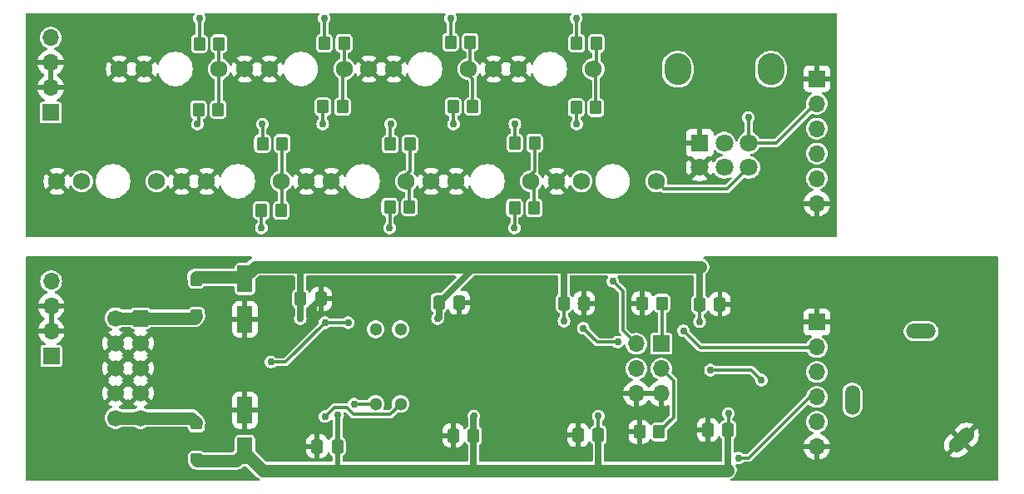
<source format=gbr>
G04 #@! TF.GenerationSoftware,KiCad,Pcbnew,8.0.2*
G04 #@! TF.CreationDate,2025-05-17T16:19:13-07:00*
G04 #@! TF.ProjectId,Exits-1U,45786974-732d-4315-952e-6b696361645f,2.1*
G04 #@! TF.SameCoordinates,Original*
G04 #@! TF.FileFunction,Copper,L2,Bot*
G04 #@! TF.FilePolarity,Positive*
%FSLAX46Y46*%
G04 Gerber Fmt 4.6, Leading zero omitted, Abs format (unit mm)*
G04 Created by KiCad (PCBNEW 8.0.2) date 2025-05-17 16:19:13*
%MOMM*%
%LPD*%
G01*
G04 APERTURE LIST*
G04 Aperture macros list*
%AMRoundRect*
0 Rectangle with rounded corners*
0 $1 Rounding radius*
0 $2 $3 $4 $5 $6 $7 $8 $9 X,Y pos of 4 corners*
0 Add a 4 corners polygon primitive as box body*
4,1,4,$2,$3,$4,$5,$6,$7,$8,$9,$2,$3,0*
0 Add four circle primitives for the rounded corners*
1,1,$1+$1,$2,$3*
1,1,$1+$1,$4,$5*
1,1,$1+$1,$6,$7*
1,1,$1+$1,$8,$9*
0 Add four rect primitives between the rounded corners*
20,1,$1+$1,$2,$3,$4,$5,0*
20,1,$1+$1,$4,$5,$6,$7,0*
20,1,$1+$1,$6,$7,$8,$9,0*
20,1,$1+$1,$8,$9,$2,$3,0*%
%AMHorizOval*
0 Thick line with rounded ends*
0 $1 width*
0 $2 $3 position (X,Y) of the first rounded end (center of the circle)*
0 $4 $5 position (X,Y) of the second rounded end (center of the circle)*
0 Add line between two ends*
20,1,$1,$2,$3,$4,$5,0*
0 Add two circle primitives to create the rounded ends*
1,1,$1,$2,$3*
1,1,$1,$4,$5*%
G04 Aperture macros list end*
G04 #@! TA.AperFunction,ComponentPad*
%ADD10C,1.727200*%
G04 #@! TD*
G04 #@! TA.AperFunction,ComponentPad*
%ADD11O,2.720000X3.240000*%
G04 #@! TD*
G04 #@! TA.AperFunction,ComponentPad*
%ADD12R,1.800000X1.800000*%
G04 #@! TD*
G04 #@! TA.AperFunction,ComponentPad*
%ADD13C,1.800000*%
G04 #@! TD*
G04 #@! TA.AperFunction,ComponentPad*
%ADD14HorizOval,1.508000X-0.533159X-0.533159X0.533159X0.533159X0*%
G04 #@! TD*
G04 #@! TA.AperFunction,ComponentPad*
%ADD15O,1.508000X3.016000*%
G04 #@! TD*
G04 #@! TA.AperFunction,ComponentPad*
%ADD16O,3.016000X1.508000*%
G04 #@! TD*
G04 #@! TA.AperFunction,ComponentPad*
%ADD17R,1.700000X1.700000*%
G04 #@! TD*
G04 #@! TA.AperFunction,ComponentPad*
%ADD18O,1.700000X1.700000*%
G04 #@! TD*
G04 #@! TA.AperFunction,SMDPad,CuDef*
%ADD19RoundRect,0.250000X0.550000X-1.137500X0.550000X1.137500X-0.550000X1.137500X-0.550000X-1.137500X0*%
G04 #@! TD*
G04 #@! TA.AperFunction,SMDPad,CuDef*
%ADD20RoundRect,0.250000X0.350000X0.450000X-0.350000X0.450000X-0.350000X-0.450000X0.350000X-0.450000X0*%
G04 #@! TD*
G04 #@! TA.AperFunction,SMDPad,CuDef*
%ADD21RoundRect,0.250000X-0.350000X-0.450000X0.350000X-0.450000X0.350000X0.450000X-0.350000X0.450000X0*%
G04 #@! TD*
G04 #@! TA.AperFunction,ComponentPad*
%ADD22RoundRect,0.250000X0.600000X0.600000X-0.600000X0.600000X-0.600000X-0.600000X0.600000X-0.600000X0*%
G04 #@! TD*
G04 #@! TA.AperFunction,ComponentPad*
%ADD23C,1.700000*%
G04 #@! TD*
G04 #@! TA.AperFunction,SMDPad,CuDef*
%ADD24RoundRect,0.250000X0.337500X0.475000X-0.337500X0.475000X-0.337500X-0.475000X0.337500X-0.475000X0*%
G04 #@! TD*
G04 #@! TA.AperFunction,ComponentPad*
%ADD25C,1.300000*%
G04 #@! TD*
G04 #@! TA.AperFunction,SMDPad,CuDef*
%ADD26RoundRect,0.225000X0.375000X-0.225000X0.375000X0.225000X-0.375000X0.225000X-0.375000X-0.225000X0*%
G04 #@! TD*
G04 #@! TA.AperFunction,ViaPad*
%ADD27C,0.762000*%
G04 #@! TD*
G04 #@! TA.AperFunction,Conductor*
%ADD28C,0.304800*%
G04 #@! TD*
G04 #@! TA.AperFunction,Conductor*
%ADD29C,0.635000*%
G04 #@! TD*
G04 #@! TA.AperFunction,Conductor*
%ADD30C,1.270000*%
G04 #@! TD*
G04 #@! TA.AperFunction,Conductor*
%ADD31C,0.508000*%
G04 #@! TD*
G04 APERTURE END LIST*
D10*
X67945000Y-119354600D03*
X70485000Y-119354600D03*
X78105000Y-119354600D03*
X55245000Y-119354600D03*
X57785000Y-119354600D03*
X65405000Y-119354600D03*
X61595000Y-107924600D03*
X64135000Y-107924600D03*
X71755000Y-107924600D03*
D11*
X118414800Y-107950000D03*
X127914800Y-107950000D03*
D12*
X120664800Y-115450000D03*
D13*
X123164800Y-115450000D03*
X125664800Y-115450000D03*
X120664800Y-117950000D03*
X123164800Y-117950000D03*
X125664800Y-117950000D03*
D10*
X106095800Y-119354600D03*
X108635800Y-119354600D03*
X116255800Y-119354600D03*
D14*
X147293200Y-145718400D03*
D15*
X136197200Y-141622400D03*
D16*
X143197200Y-134622400D03*
D10*
X93342800Y-119354600D03*
X95882800Y-119354600D03*
X103502800Y-119354600D03*
X74345800Y-107924600D03*
X76885800Y-107924600D03*
X84505800Y-107924600D03*
D17*
X54660800Y-137160000D03*
D18*
X54660800Y-134620000D03*
X54660800Y-132080000D03*
X54660800Y-129540000D03*
D10*
X80645000Y-119354600D03*
X83185000Y-119354600D03*
X90805000Y-119354600D03*
X86992800Y-107924600D03*
X89532800Y-107924600D03*
X97152800Y-107924600D03*
X99695000Y-107924600D03*
X102235000Y-107924600D03*
X109855000Y-107924600D03*
D17*
X132588000Y-133705600D03*
D18*
X132588000Y-136245600D03*
X132588000Y-138785600D03*
X132588000Y-141325600D03*
X132588000Y-143865600D03*
X132588000Y-146405600D03*
D19*
X74371200Y-133416500D03*
X74371200Y-129291500D03*
D20*
X97570800Y-111760000D03*
X95570800Y-111760000D03*
D21*
X114519200Y-144881600D03*
X116519200Y-144881600D03*
D17*
X132588000Y-108915200D03*
D18*
X132588000Y-111455200D03*
X132588000Y-113995200D03*
X132588000Y-116535200D03*
X132588000Y-119075200D03*
X132588000Y-121615200D03*
D17*
X116743400Y-135905000D03*
D18*
X114203400Y-135905000D03*
X116743400Y-138445000D03*
X114203400Y-138445000D03*
X116743400Y-140985000D03*
X114203400Y-140985000D03*
D22*
X63754000Y-133299200D03*
D23*
X61214000Y-133299200D03*
X63754000Y-135839200D03*
X61214000Y-135839200D03*
X63754000Y-138379200D03*
X61214000Y-138379200D03*
X63754000Y-140919200D03*
X61214000Y-140919200D03*
X63754000Y-143459200D03*
X61214000Y-143459200D03*
D20*
X91119200Y-121970800D03*
X89119200Y-121970800D03*
D24*
X82114300Y-131318000D03*
X80039300Y-131318000D03*
D20*
X71662800Y-112064800D03*
X69662800Y-112064800D03*
D24*
X122725000Y-131876800D03*
X120650000Y-131876800D03*
X123545600Y-144667650D03*
X121470600Y-144667650D03*
D25*
X90220800Y-142036800D03*
X87680800Y-142036800D03*
X90220800Y-134436800D03*
X87680800Y-134436800D03*
D20*
X97316800Y-105206800D03*
X95316800Y-105206800D03*
D24*
X97659100Y-145237200D03*
X95584100Y-145237200D03*
D26*
X69443600Y-147496800D03*
X69443600Y-144196800D03*
D20*
X110153200Y-105308400D03*
X108153200Y-105308400D03*
D17*
X54610000Y-112369600D03*
D18*
X54610000Y-109829600D03*
X54610000Y-107289600D03*
X54610000Y-104749600D03*
D20*
X103854000Y-115468400D03*
X101854000Y-115468400D03*
D19*
X74371200Y-146791700D03*
X74371200Y-142666700D03*
D20*
X110102400Y-111861600D03*
X108102400Y-111861600D03*
D24*
X108907400Y-131775200D03*
X106832400Y-131775200D03*
D20*
X71748400Y-105359200D03*
X69748400Y-105359200D03*
X84312000Y-111760000D03*
X82312000Y-111760000D03*
X78063600Y-122326400D03*
X76063600Y-122326400D03*
D26*
X69443600Y-132866400D03*
X69443600Y-129566400D03*
D21*
X114824000Y-131775200D03*
X116824000Y-131775200D03*
D20*
X103819200Y-122072400D03*
X101819200Y-122072400D03*
X78165200Y-115519200D03*
X76165200Y-115519200D03*
X91170000Y-115570000D03*
X89170000Y-115570000D03*
D24*
X96185900Y-131724400D03*
X94110900Y-131724400D03*
X83790700Y-146354800D03*
X81715700Y-146354800D03*
X110359100Y-145186400D03*
X108284100Y-145186400D03*
D20*
X84464400Y-105308400D03*
X82464400Y-105308400D03*
D27*
X108811576Y-134313176D03*
X112320824Y-135737600D03*
X126949200Y-139598400D03*
X121767600Y-138582400D03*
X118770400Y-146202400D03*
X95504000Y-133654800D03*
X78689200Y-141376400D03*
X93929200Y-143510000D03*
X105054400Y-131775200D03*
X81330800Y-133553200D03*
X123574900Y-142991250D03*
X110337600Y-143256000D03*
X97688400Y-143256000D03*
X83820000Y-143154400D03*
X106853900Y-133604000D03*
X120650000Y-133654800D03*
X80010000Y-133350000D03*
X93980000Y-133350000D03*
X84886800Y-133756400D03*
X77012800Y-137769600D03*
X82524600Y-133756400D03*
X82448400Y-102768400D03*
X76047600Y-124104400D03*
X95300800Y-102768400D03*
X69748400Y-102768400D03*
X89103200Y-124104400D03*
X101803200Y-124104400D03*
X108102400Y-102768400D03*
X69545200Y-113538000D03*
X101854000Y-113538000D03*
X82296000Y-113538000D03*
X76149200Y-113538000D03*
X89204800Y-113538000D03*
X95605600Y-113538000D03*
X108153200Y-113538000D03*
X124612400Y-147523200D03*
X125628400Y-112877600D03*
X111826800Y-129556000D03*
X119024400Y-134569200D03*
X85496400Y-142036800D03*
X82524600Y-143306800D03*
D28*
X112320824Y-135737600D02*
X110236000Y-135737600D01*
X110236000Y-135737600D02*
X108811576Y-134313176D01*
X126949200Y-139598400D02*
X125933200Y-138582400D01*
X125933200Y-138582400D02*
X121767600Y-138582400D01*
D29*
X81330800Y-133553200D02*
X81330800Y-132101500D01*
X81330800Y-132101500D02*
X82114300Y-131318000D01*
D28*
X108407200Y-131796700D02*
X108385700Y-131775200D01*
X123574900Y-142991250D02*
X123574900Y-144638350D01*
D30*
X69524800Y-147828000D02*
X73522400Y-147828000D01*
D29*
X97659100Y-145237200D02*
X97659100Y-143285300D01*
D31*
X83790700Y-145084800D02*
X83790700Y-143183700D01*
X83790700Y-148713100D02*
X83870800Y-148793200D01*
D30*
X69443600Y-147746800D02*
X69524800Y-147828000D01*
D29*
X123545600Y-144667650D02*
X123545600Y-148753150D01*
D28*
X110337600Y-143256000D02*
X110337600Y-145164900D01*
X110337600Y-145164900D02*
X110359100Y-145186400D01*
D30*
X97688400Y-148793200D02*
X110388400Y-148793200D01*
D29*
X110359100Y-145186400D02*
X110359100Y-148763900D01*
X97659100Y-148763900D02*
X97688400Y-148793200D01*
D31*
X83790700Y-143183700D02*
X83820000Y-143154400D01*
D30*
X110388400Y-148793200D02*
X123505550Y-148793200D01*
D31*
X83790700Y-145084800D02*
X83790700Y-148713100D01*
D30*
X83870800Y-148793200D02*
X97688400Y-148793200D01*
X74371200Y-146979200D02*
X76185200Y-148793200D01*
X73522400Y-147828000D02*
X74371200Y-146979200D01*
D29*
X97659100Y-143285300D02*
X97688400Y-143256000D01*
D30*
X123505550Y-148793200D02*
X123545600Y-148753150D01*
D29*
X110359100Y-148763900D02*
X110388400Y-148793200D01*
X97659100Y-145237200D02*
X97659100Y-148763900D01*
D30*
X76185200Y-148793200D02*
X83870800Y-148793200D01*
X80010000Y-128066800D02*
X108458000Y-128066800D01*
D28*
X120650000Y-133654800D02*
X120650000Y-131876800D01*
D30*
X74362000Y-129113200D02*
X74371200Y-129104000D01*
X75408400Y-128066800D02*
X80010000Y-128066800D01*
D29*
X94110900Y-133219100D02*
X93980000Y-133350000D01*
D30*
X108458000Y-128066800D02*
X120751600Y-128066800D01*
X69392800Y-129113200D02*
X74362000Y-129113200D01*
D29*
X80039300Y-133320700D02*
X80010000Y-133350000D01*
D28*
X106853900Y-133604000D02*
X106853900Y-131796700D01*
D29*
X94110900Y-131724400D02*
X94110900Y-133219100D01*
X80039300Y-131318000D02*
X80039300Y-128096100D01*
X80039300Y-131318000D02*
X80039300Y-133320700D01*
X106832400Y-131775200D02*
X106832400Y-128139100D01*
X97768500Y-128066800D02*
X94110900Y-131724400D01*
D30*
X74371200Y-129104000D02*
X75408400Y-128066800D01*
D29*
X120650000Y-131876800D02*
X120650000Y-128168400D01*
X80039300Y-128096100D02*
X80010000Y-128066800D01*
D30*
X61214000Y-143459200D02*
X63754000Y-143459200D01*
X68956000Y-143459200D02*
X69443600Y-143946800D01*
X63754000Y-143459200D02*
X68956000Y-143459200D01*
X61214000Y-133299200D02*
X69260800Y-133299200D01*
X69260800Y-133299200D02*
X69443600Y-133116400D01*
D28*
X71704200Y-105403400D02*
X71748400Y-105359200D01*
X71704200Y-112023400D02*
X71662800Y-112064800D01*
X71704200Y-108559600D02*
X71704200Y-105403400D01*
X71704200Y-108559600D02*
X71704200Y-112023400D01*
X78155800Y-118668800D02*
X78155800Y-115528600D01*
X78155800Y-115528600D02*
X78165200Y-115519200D01*
X78155800Y-122234200D02*
X78063600Y-122326400D01*
X78155800Y-118668800D02*
X78155800Y-122234200D01*
X84312000Y-111760000D02*
X84312000Y-108702600D01*
X84312000Y-108702600D02*
X84455000Y-108559600D01*
X84464400Y-105308400D02*
X84464400Y-108550200D01*
X84464400Y-108550200D02*
X84455000Y-108559600D01*
X91170000Y-115570000D02*
X91170000Y-118354600D01*
X91119200Y-121970800D02*
X91119200Y-119033800D01*
X91119200Y-119033800D02*
X90805000Y-118719600D01*
X91170000Y-118354600D02*
X90805000Y-118719600D01*
X97316800Y-105206800D02*
X97316800Y-108395600D01*
X97316800Y-108395600D02*
X97152800Y-108559600D01*
X97570800Y-111760000D02*
X97570800Y-108977600D01*
X97570800Y-108977600D02*
X97152800Y-108559600D01*
X103854000Y-118368400D02*
X103502800Y-118719600D01*
X103819200Y-119036000D02*
X103502800Y-118719600D01*
X103819200Y-122072400D02*
X103819200Y-119036000D01*
X103854000Y-115468400D02*
X103854000Y-118368400D01*
X110153200Y-105308400D02*
X110153200Y-108261400D01*
X110153200Y-108261400D02*
X109855000Y-108559600D01*
X110102400Y-111861600D02*
X110102400Y-108807000D01*
X110102400Y-108807000D02*
X109855000Y-108559600D01*
X77012800Y-137769600D02*
X78511400Y-137769600D01*
X78511400Y-137769600D02*
X82524600Y-133756400D01*
X84886800Y-133756400D02*
X82524600Y-133756400D01*
X82464400Y-105308400D02*
X82464400Y-102784400D01*
X108153200Y-102819200D02*
X108102400Y-102768400D01*
X101819200Y-122072400D02*
X101819200Y-124088400D01*
X76063600Y-122326400D02*
X76063600Y-124088400D01*
X95316800Y-102784400D02*
X95300800Y-102768400D01*
X82464400Y-102784400D02*
X82448400Y-102768400D01*
X101819200Y-124088400D02*
X101803200Y-124104400D01*
X89119200Y-121970800D02*
X89119200Y-124088400D01*
X69748400Y-105359200D02*
X69748400Y-102768400D01*
X89119200Y-124088400D02*
X89103200Y-124104400D01*
X108153200Y-105308400D02*
X108153200Y-102819200D01*
X76063600Y-124088400D02*
X76047600Y-124104400D01*
X95316800Y-105206800D02*
X95316800Y-102784400D01*
X101854000Y-115468400D02*
X101854000Y-113538000D01*
X76165200Y-115519200D02*
X76165200Y-113554000D01*
X69662800Y-112064800D02*
X69662800Y-113420400D01*
X95570800Y-113503200D02*
X95605600Y-113538000D01*
X82312000Y-111760000D02*
X82312000Y-113522000D01*
X108102400Y-113487200D02*
X108153200Y-113538000D01*
X108102400Y-111861600D02*
X108102400Y-113487200D01*
X69662800Y-113420400D02*
X69545200Y-113538000D01*
X76165200Y-113554000D02*
X76149200Y-113538000D01*
X95570800Y-111760000D02*
X95570800Y-113503200D01*
X89170000Y-113572800D02*
X89204800Y-113538000D01*
X82312000Y-113522000D02*
X82296000Y-113538000D01*
X89170000Y-115570000D02*
X89170000Y-113572800D01*
X123472800Y-120142000D02*
X125664800Y-117950000D01*
X125679200Y-147523200D02*
X131876800Y-141325600D01*
X131876800Y-141325600D02*
X132791200Y-141325600D01*
X124612400Y-147523200D02*
X125679200Y-147523200D01*
X117043200Y-120142000D02*
X123472800Y-120142000D01*
X116255800Y-119354600D02*
X117043200Y-120142000D01*
X111826800Y-129556000D02*
X112826800Y-130556000D01*
X119024400Y-134569200D02*
X120751600Y-136296400D01*
X125628400Y-115413600D02*
X125664800Y-115450000D01*
X112826800Y-134528400D02*
X114203400Y-135905000D01*
X120751600Y-136296400D02*
X132740400Y-136296400D01*
X132740400Y-136296400D02*
X132791200Y-136245600D01*
X112826800Y-130556000D02*
X112826800Y-134528400D01*
X125664800Y-115450000D02*
X128440800Y-115450000D01*
X128440800Y-115450000D02*
X132435600Y-111455200D01*
X132435600Y-111455200D02*
X132740400Y-111455200D01*
X125628400Y-112877600D02*
X125628400Y-115413600D01*
X116824000Y-135824400D02*
X116743400Y-135905000D01*
X116824000Y-131775200D02*
X116824000Y-135824400D01*
X117999800Y-139701400D02*
X116743400Y-138445000D01*
X116519200Y-144881600D02*
X117999800Y-143401000D01*
X117999800Y-143401000D02*
X117999800Y-139701400D01*
X85496400Y-142036800D02*
X87680800Y-142036800D01*
X82524600Y-143306800D02*
X83464400Y-142367000D01*
X84713048Y-142367000D02*
X85439248Y-143093200D01*
X83464400Y-142367000D02*
X84713048Y-142367000D01*
X89164400Y-143093200D02*
X90220800Y-142036800D01*
X85439248Y-143093200D02*
X89164400Y-143093200D01*
G04 #@! TA.AperFunction,Conductor*
G36*
X116277475Y-140792007D02*
G01*
X116243400Y-140919174D01*
X116243400Y-141050826D01*
X116277475Y-141177993D01*
X116310388Y-141235000D01*
X114636412Y-141235000D01*
X114669325Y-141177993D01*
X114703400Y-141050826D01*
X114703400Y-140919174D01*
X114669325Y-140792007D01*
X114636412Y-140735000D01*
X116310388Y-140735000D01*
X116277475Y-140792007D01*
G37*
G04 #@! TD.AperFunction*
G04 #@! TA.AperFunction,Conductor*
G36*
X63288075Y-141112193D02*
G01*
X63353901Y-141226207D01*
X63446993Y-141319299D01*
X63561007Y-141385125D01*
X63624590Y-141402162D01*
X62992625Y-142034125D01*
X63076421Y-142092799D01*
X63290507Y-142192629D01*
X63290516Y-142192633D01*
X63323037Y-142201347D01*
X63382698Y-142237712D01*
X63413227Y-142300558D01*
X63404933Y-142369934D01*
X63360448Y-142423812D01*
X63335739Y-142436748D01*
X63259581Y-142466252D01*
X63259569Y-142466257D01*
X63122501Y-142551127D01*
X63057224Y-142569700D01*
X61910776Y-142569700D01*
X61845499Y-142551127D01*
X61708430Y-142466257D01*
X61708424Y-142466254D01*
X61632261Y-142436749D01*
X61576859Y-142394176D01*
X61553269Y-142328409D01*
X61568980Y-142260329D01*
X61619004Y-142211550D01*
X61644963Y-142201347D01*
X61677481Y-142192634D01*
X61677492Y-142192629D01*
X61891578Y-142092800D01*
X61891582Y-142092798D01*
X61975373Y-142034126D01*
X61975373Y-142034125D01*
X61343409Y-141402162D01*
X61406993Y-141385125D01*
X61521007Y-141319299D01*
X61614099Y-141226207D01*
X61679925Y-141112193D01*
X61696962Y-141048609D01*
X62328925Y-141680573D01*
X62382425Y-141604168D01*
X62437002Y-141560544D01*
X62506501Y-141553351D01*
X62568855Y-141584873D01*
X62585576Y-141604169D01*
X62639073Y-141680572D01*
X63271037Y-141048609D01*
X63288075Y-141112193D01*
G37*
G04 #@! TD.AperFunction*
G04 #@! TA.AperFunction,Conductor*
G36*
X63288075Y-138572193D02*
G01*
X63353901Y-138686207D01*
X63446993Y-138779299D01*
X63561007Y-138845125D01*
X63624590Y-138862162D01*
X62992625Y-139494125D01*
X63069031Y-139547625D01*
X63112655Y-139602202D01*
X63119848Y-139671701D01*
X63088326Y-139734055D01*
X63069029Y-139750776D01*
X62992625Y-139804272D01*
X63624590Y-140436237D01*
X63561007Y-140453275D01*
X63446993Y-140519101D01*
X63353901Y-140612193D01*
X63288075Y-140726207D01*
X63271037Y-140789790D01*
X62639072Y-140157825D01*
X62639072Y-140157826D01*
X62585574Y-140234230D01*
X62530998Y-140277855D01*
X62461499Y-140285049D01*
X62399144Y-140253526D01*
X62382424Y-140234230D01*
X62328925Y-140157826D01*
X62328925Y-140157825D01*
X61696962Y-140789789D01*
X61679925Y-140726207D01*
X61614099Y-140612193D01*
X61521007Y-140519101D01*
X61406993Y-140453275D01*
X61343410Y-140436237D01*
X61975373Y-139804273D01*
X61898969Y-139750776D01*
X61855344Y-139696199D01*
X61848150Y-139626701D01*
X61879672Y-139564346D01*
X61898968Y-139547625D01*
X61975373Y-139494125D01*
X61343409Y-138862162D01*
X61406993Y-138845125D01*
X61521007Y-138779299D01*
X61614099Y-138686207D01*
X61679925Y-138572193D01*
X61696962Y-138508609D01*
X62328925Y-139140573D01*
X62382425Y-139064168D01*
X62437002Y-139020544D01*
X62506501Y-139013351D01*
X62568855Y-139044873D01*
X62585576Y-139064169D01*
X62639073Y-139140572D01*
X63271037Y-138508609D01*
X63288075Y-138572193D01*
G37*
G04 #@! TD.AperFunction*
G04 #@! TA.AperFunction,Conductor*
G36*
X63288075Y-136032193D02*
G01*
X63353901Y-136146207D01*
X63446993Y-136239299D01*
X63561007Y-136305125D01*
X63624590Y-136322162D01*
X62992625Y-136954125D01*
X63069031Y-137007625D01*
X63112655Y-137062202D01*
X63119848Y-137131701D01*
X63088326Y-137194055D01*
X63069029Y-137210776D01*
X62992625Y-137264272D01*
X63624590Y-137896237D01*
X63561007Y-137913275D01*
X63446993Y-137979101D01*
X63353901Y-138072193D01*
X63288075Y-138186207D01*
X63271037Y-138249790D01*
X62639072Y-137617825D01*
X62639072Y-137617826D01*
X62585574Y-137694230D01*
X62530998Y-137737855D01*
X62461499Y-137745049D01*
X62399144Y-137713526D01*
X62382424Y-137694230D01*
X62328925Y-137617826D01*
X62328925Y-137617825D01*
X61696962Y-138249789D01*
X61679925Y-138186207D01*
X61614099Y-138072193D01*
X61521007Y-137979101D01*
X61406993Y-137913275D01*
X61343410Y-137896237D01*
X61975373Y-137264273D01*
X61898969Y-137210776D01*
X61855344Y-137156199D01*
X61848150Y-137086701D01*
X61879672Y-137024346D01*
X61898968Y-137007625D01*
X61975373Y-136954125D01*
X61343409Y-136322162D01*
X61406993Y-136305125D01*
X61521007Y-136239299D01*
X61614099Y-136146207D01*
X61679925Y-136032193D01*
X61696962Y-135968609D01*
X62328925Y-136600573D01*
X62382425Y-136524168D01*
X62437002Y-136480544D01*
X62506501Y-136473351D01*
X62568855Y-136504873D01*
X62585576Y-136524169D01*
X62639073Y-136600572D01*
X63271037Y-135968609D01*
X63288075Y-136032193D01*
G37*
G04 #@! TD.AperFunction*
G04 #@! TA.AperFunction,Conductor*
G36*
X62745487Y-134208385D02*
G01*
X62777716Y-134238391D01*
X62793595Y-134259604D01*
X62851443Y-134302907D01*
X62909733Y-134346542D01*
X63045658Y-134397240D01*
X63095811Y-134402632D01*
X63160360Y-134429369D01*
X63200208Y-134486762D01*
X63202702Y-134556587D01*
X63167050Y-134616676D01*
X63134960Y-134638302D01*
X63076422Y-134665599D01*
X63076421Y-134665600D01*
X62992625Y-134724272D01*
X63624590Y-135356237D01*
X63561007Y-135373275D01*
X63446993Y-135439101D01*
X63353901Y-135532193D01*
X63288075Y-135646207D01*
X63271037Y-135709790D01*
X62639072Y-135077825D01*
X62639072Y-135077826D01*
X62585574Y-135154230D01*
X62530998Y-135197855D01*
X62461499Y-135205049D01*
X62399144Y-135173526D01*
X62382424Y-135154230D01*
X62328925Y-135077826D01*
X62328925Y-135077825D01*
X61696962Y-135709789D01*
X61679925Y-135646207D01*
X61614099Y-135532193D01*
X61521007Y-135439101D01*
X61406993Y-135373275D01*
X61343410Y-135356237D01*
X61975373Y-134724273D01*
X61975373Y-134724272D01*
X61891583Y-134665602D01*
X61891579Y-134665600D01*
X61677492Y-134565770D01*
X61677477Y-134565764D01*
X61644960Y-134557051D01*
X61585300Y-134520686D01*
X61554772Y-134457838D01*
X61563067Y-134388463D01*
X61607553Y-134334586D01*
X61632257Y-134321652D01*
X61708427Y-134292144D01*
X61845499Y-134207273D01*
X61910776Y-134188700D01*
X62678448Y-134188700D01*
X62745487Y-134208385D01*
G37*
G04 #@! TD.AperFunction*
G04 #@! TA.AperFunction,Conductor*
G36*
X54910800Y-134186988D02*
G01*
X54853793Y-134154075D01*
X54726626Y-134120000D01*
X54594974Y-134120000D01*
X54467807Y-134154075D01*
X54410800Y-134186988D01*
X54410800Y-132513012D01*
X54467807Y-132545925D01*
X54594974Y-132580000D01*
X54726626Y-132580000D01*
X54853793Y-132545925D01*
X54910800Y-132513012D01*
X54910800Y-134186988D01*
G37*
G04 #@! TD.AperFunction*
G04 #@! TA.AperFunction,Conductor*
G36*
X55933216Y-127002111D02*
G01*
X55955677Y-127006309D01*
X55992538Y-127013200D01*
X55992539Y-127013200D01*
X75004249Y-127013200D01*
X75071288Y-127032885D01*
X75117043Y-127085689D01*
X75126987Y-127154847D01*
X75097962Y-127218403D01*
X75051702Y-127251761D01*
X74987066Y-127278533D01*
X74987057Y-127278538D01*
X74841378Y-127375878D01*
X74779429Y-127437827D01*
X74717480Y-127499777D01*
X74717478Y-127499779D01*
X74604075Y-127613182D01*
X74542752Y-127646666D01*
X74516394Y-127649500D01*
X73772948Y-127649500D01*
X73772942Y-127649501D01*
X73712855Y-127655960D01*
X73576938Y-127706655D01*
X73576930Y-127706660D01*
X73460795Y-127793595D01*
X73373860Y-127909730D01*
X73373858Y-127909733D01*
X73347951Y-127979192D01*
X73323159Y-128045662D01*
X73316700Y-128105731D01*
X73316669Y-128106322D01*
X73316623Y-128106452D01*
X73316344Y-128109048D01*
X73315730Y-128108982D01*
X73293432Y-128172215D01*
X73238260Y-128215084D01*
X73192846Y-128223700D01*
X69305187Y-128223700D01*
X69133349Y-128257881D01*
X69133337Y-128257884D01*
X68971470Y-128324931D01*
X68971457Y-128324938D01*
X68825777Y-128422279D01*
X68825773Y-128422282D01*
X68701882Y-128546173D01*
X68701879Y-128546177D01*
X68604538Y-128691857D01*
X68604531Y-128691870D01*
X68537484Y-128853737D01*
X68537481Y-128853749D01*
X68503300Y-129025587D01*
X68503300Y-129200812D01*
X68537481Y-129372650D01*
X68537483Y-129372658D01*
X68579661Y-129474484D01*
X68589100Y-129521937D01*
X68589100Y-129837264D01*
X68595240Y-129894373D01*
X68595241Y-129894378D01*
X68643423Y-130023560D01*
X68643424Y-130023562D01*
X68643425Y-130023563D01*
X68726056Y-130133944D01*
X68802941Y-130191500D01*
X68836437Y-130216575D01*
X68836439Y-130216576D01*
X68920770Y-130248029D01*
X68927887Y-130250684D01*
X68965622Y-130264758D01*
X68965621Y-130264758D01*
X68965627Y-130264760D01*
X69022736Y-130270900D01*
X69022746Y-130270900D01*
X69864454Y-130270900D01*
X69864464Y-130270900D01*
X69921573Y-130264760D01*
X70050763Y-130216575D01*
X70161144Y-130133944D01*
X70193748Y-130090390D01*
X70222197Y-130052389D01*
X70278131Y-130010518D01*
X70321463Y-130002700D01*
X73192701Y-130002700D01*
X73259740Y-130022385D01*
X73305495Y-130075189D01*
X73316701Y-130126700D01*
X73316701Y-130477257D01*
X73323160Y-130537344D01*
X73373855Y-130673261D01*
X73373856Y-130673264D01*
X73373858Y-130673267D01*
X73392850Y-130698638D01*
X73460795Y-130789404D01*
X73511231Y-130827159D01*
X73576933Y-130876342D01*
X73712858Y-130927040D01*
X73772945Y-130933500D01*
X74969454Y-130933499D01*
X75029542Y-130927040D01*
X75165467Y-130876342D01*
X75281604Y-130789404D01*
X75368542Y-130673267D01*
X75419240Y-130537342D01*
X75422993Y-130502433D01*
X75425699Y-130477271D01*
X75425699Y-130477264D01*
X75425700Y-130477255D01*
X75425699Y-129358803D01*
X75445384Y-129291765D01*
X75462013Y-129271128D01*
X75740523Y-128992619D01*
X75801846Y-128959134D01*
X75828204Y-128956300D01*
X79343300Y-128956300D01*
X79410339Y-128975985D01*
X79456094Y-129028789D01*
X79467300Y-129080300D01*
X79467300Y-130326276D01*
X79447615Y-130393315D01*
X79417611Y-130425542D01*
X79384391Y-130450410D01*
X79341394Y-130482597D01*
X79254460Y-130598730D01*
X79254458Y-130598733D01*
X79210182Y-130717441D01*
X79203759Y-130734662D01*
X79197300Y-130794728D01*
X79197300Y-131841251D01*
X79197301Y-131841257D01*
X79203760Y-131901344D01*
X79254455Y-132037261D01*
X79254456Y-132037264D01*
X79254458Y-132037267D01*
X79297927Y-132095335D01*
X79341394Y-132153402D01*
X79341395Y-132153402D01*
X79341396Y-132153404D01*
X79417610Y-132210456D01*
X79459481Y-132266389D01*
X79467300Y-132309724D01*
X79467300Y-132978885D01*
X79447615Y-133045924D01*
X79445352Y-133049322D01*
X79443159Y-133052498D01*
X79388433Y-133196797D01*
X79369832Y-133349999D01*
X79369832Y-133350000D01*
X79388433Y-133503202D01*
X79426357Y-133603197D01*
X79443159Y-133647501D01*
X79528699Y-133771426D01*
X79530828Y-133774511D01*
X79646341Y-133876847D01*
X79646343Y-133876848D01*
X79782993Y-133948567D01*
X79932836Y-133985500D01*
X80087164Y-133985500D01*
X80237007Y-133948567D01*
X80373657Y-133876848D01*
X80489173Y-133774510D01*
X80576841Y-133647501D01*
X80631566Y-133503202D01*
X80650168Y-133350000D01*
X80631566Y-133196798D01*
X80619357Y-133164607D01*
X80611300Y-133120637D01*
X80611300Y-132309724D01*
X80630985Y-132242685D01*
X80660988Y-132210457D01*
X80737204Y-132153404D01*
X80824142Y-132037267D01*
X80829990Y-132021587D01*
X80871860Y-131965655D01*
X80937325Y-131941238D01*
X81005598Y-131956090D01*
X81055003Y-132005495D01*
X81063877Y-132025918D01*
X81092441Y-132112119D01*
X81092443Y-132112124D01*
X81184484Y-132261345D01*
X81308454Y-132385315D01*
X81457675Y-132477356D01*
X81457680Y-132477358D01*
X81624102Y-132532505D01*
X81624109Y-132532506D01*
X81726819Y-132542999D01*
X81864299Y-132542999D01*
X82364300Y-132542999D01*
X82501772Y-132542999D01*
X82501786Y-132542998D01*
X82604497Y-132532505D01*
X82770919Y-132477358D01*
X82770924Y-132477356D01*
X82920145Y-132385315D01*
X83044115Y-132261345D01*
X83136156Y-132112124D01*
X83136158Y-132112119D01*
X83191305Y-131945697D01*
X83191306Y-131945690D01*
X83201799Y-131842986D01*
X83201800Y-131842973D01*
X83201800Y-131568000D01*
X82364300Y-131568000D01*
X82364300Y-132542999D01*
X81864299Y-132542999D01*
X81864300Y-132542998D01*
X81864300Y-131068000D01*
X82364300Y-131068000D01*
X83201799Y-131068000D01*
X83201799Y-130793028D01*
X83201798Y-130793013D01*
X83191305Y-130690302D01*
X83136158Y-130523880D01*
X83136156Y-130523875D01*
X83044115Y-130374654D01*
X82920145Y-130250684D01*
X82770924Y-130158643D01*
X82770919Y-130158641D01*
X82604497Y-130103494D01*
X82604490Y-130103493D01*
X82501786Y-130093000D01*
X82364300Y-130093000D01*
X82364300Y-131068000D01*
X81864300Y-131068000D01*
X81864300Y-130093000D01*
X81726827Y-130093000D01*
X81726812Y-130093001D01*
X81624102Y-130103494D01*
X81457680Y-130158641D01*
X81457675Y-130158643D01*
X81308454Y-130250684D01*
X81184484Y-130374654D01*
X81092443Y-130523875D01*
X81092441Y-130523880D01*
X81063877Y-130610082D01*
X81024104Y-130667527D01*
X80959588Y-130694350D01*
X80890812Y-130682035D01*
X80839613Y-130634492D01*
X80829991Y-130614417D01*
X80824142Y-130598733D01*
X80737204Y-130482596D01*
X80660989Y-130425543D01*
X80619119Y-130369611D01*
X80611300Y-130326276D01*
X80611300Y-129080300D01*
X80630985Y-129013261D01*
X80683789Y-128967506D01*
X80735300Y-128956300D01*
X95770708Y-128956300D01*
X95837747Y-128975985D01*
X95883502Y-129028789D01*
X95893446Y-129097947D01*
X95864421Y-129161503D01*
X95858389Y-129167981D01*
X94317787Y-130708581D01*
X94256464Y-130742066D01*
X94230106Y-130744900D01*
X93725148Y-130744900D01*
X93725142Y-130744901D01*
X93665055Y-130751360D01*
X93529138Y-130802055D01*
X93529130Y-130802060D01*
X93412995Y-130888995D01*
X93341620Y-130984344D01*
X93326058Y-131005133D01*
X93276040Y-131139235D01*
X93275359Y-131141062D01*
X93268900Y-131201128D01*
X93268900Y-132247651D01*
X93268901Y-132247657D01*
X93275360Y-132307744D01*
X93326055Y-132443661D01*
X93326056Y-132443664D01*
X93326058Y-132443667D01*
X93364086Y-132494467D01*
X93412994Y-132559802D01*
X93412995Y-132559802D01*
X93412996Y-132559804D01*
X93489210Y-132616856D01*
X93531081Y-132672789D01*
X93538900Y-132716124D01*
X93538900Y-132835952D01*
X93519215Y-132902991D01*
X93505202Y-132919345D01*
X93505801Y-132919876D01*
X93500825Y-132925492D01*
X93413160Y-133052497D01*
X93413159Y-133052498D01*
X93358433Y-133196797D01*
X93339832Y-133349999D01*
X93339832Y-133350000D01*
X93358433Y-133503202D01*
X93396357Y-133603197D01*
X93413159Y-133647501D01*
X93498699Y-133771426D01*
X93500828Y-133774511D01*
X93616341Y-133876847D01*
X93616343Y-133876848D01*
X93752993Y-133948567D01*
X93902836Y-133985500D01*
X94057164Y-133985500D01*
X94207007Y-133948567D01*
X94343657Y-133876848D01*
X94459173Y-133774510D01*
X94546841Y-133647501D01*
X94586922Y-133541811D01*
X94595470Y-133523798D01*
X94634846Y-133455600D01*
X94643919Y-133439885D01*
X94643920Y-133439883D01*
X94682900Y-133294405D01*
X94682900Y-133143794D01*
X94682900Y-132716124D01*
X94702585Y-132649085D01*
X94732588Y-132616857D01*
X94808804Y-132559804D01*
X94895742Y-132443667D01*
X94901590Y-132427987D01*
X94943460Y-132372055D01*
X95008925Y-132347638D01*
X95077198Y-132362490D01*
X95126603Y-132411895D01*
X95135477Y-132432318D01*
X95164041Y-132518519D01*
X95164043Y-132518524D01*
X95256084Y-132667745D01*
X95380054Y-132791715D01*
X95529275Y-132883756D01*
X95529280Y-132883758D01*
X95695702Y-132938905D01*
X95695709Y-132938906D01*
X95798419Y-132949399D01*
X95935899Y-132949399D01*
X96435900Y-132949399D01*
X96573372Y-132949399D01*
X96573386Y-132949398D01*
X96676097Y-132938905D01*
X96842519Y-132883758D01*
X96842524Y-132883756D01*
X96991745Y-132791715D01*
X97115715Y-132667745D01*
X97207756Y-132518524D01*
X97207758Y-132518519D01*
X97262905Y-132352097D01*
X97262906Y-132352090D01*
X97273399Y-132249386D01*
X97273400Y-132249373D01*
X97273400Y-131974400D01*
X96435900Y-131974400D01*
X96435900Y-132949399D01*
X95935899Y-132949399D01*
X95935900Y-132949398D01*
X95935900Y-131598400D01*
X95955585Y-131531361D01*
X96008389Y-131485606D01*
X96059900Y-131474400D01*
X97273399Y-131474400D01*
X97273399Y-131199428D01*
X97273398Y-131199408D01*
X97262905Y-131096702D01*
X97207758Y-130930280D01*
X97207756Y-130930275D01*
X97115715Y-130781054D01*
X96991745Y-130657084D01*
X96842524Y-130565043D01*
X96842519Y-130565041D01*
X96676097Y-130509894D01*
X96676090Y-130509893D01*
X96573386Y-130499400D01*
X96444190Y-130499400D01*
X96377151Y-130479715D01*
X96331396Y-130426911D01*
X96321452Y-130357753D01*
X96350477Y-130294197D01*
X96356488Y-130287740D01*
X97651611Y-128992619D01*
X97712934Y-128959134D01*
X97739292Y-128956300D01*
X106136400Y-128956300D01*
X106203439Y-128975985D01*
X106249194Y-129028789D01*
X106260400Y-129080300D01*
X106260400Y-130783476D01*
X106240715Y-130850515D01*
X106210711Y-130882742D01*
X106202359Y-130888995D01*
X106134494Y-130939797D01*
X106058067Y-131041894D01*
X106047558Y-131055933D01*
X105996860Y-131191858D01*
X105996859Y-131191862D01*
X105990400Y-131251928D01*
X105990400Y-132298451D01*
X105990401Y-132298457D01*
X105996860Y-132358544D01*
X106047555Y-132494461D01*
X106047556Y-132494464D01*
X106047558Y-132494467D01*
X106070769Y-132525473D01*
X106134495Y-132610604D01*
X106192343Y-132653907D01*
X106250633Y-132697542D01*
X106366336Y-132740697D01*
X106422267Y-132782566D01*
X106446684Y-132848031D01*
X106447000Y-132856877D01*
X106447000Y-133059653D01*
X106427315Y-133126692D01*
X106405229Y-133152467D01*
X106374728Y-133179488D01*
X106374725Y-133179492D01*
X106287060Y-133306497D01*
X106287059Y-133306498D01*
X106232333Y-133450797D01*
X106213732Y-133603999D01*
X106213732Y-133604000D01*
X106232333Y-133757202D01*
X106253918Y-133814116D01*
X106287059Y-133901501D01*
X106365867Y-134015673D01*
X106374728Y-134028511D01*
X106490241Y-134130847D01*
X106490243Y-134130848D01*
X106626893Y-134202567D01*
X106776736Y-134239500D01*
X106931064Y-134239500D01*
X107080907Y-134202567D01*
X107217557Y-134130848D01*
X107333073Y-134028510D01*
X107420741Y-133901501D01*
X107475466Y-133757202D01*
X107494068Y-133604000D01*
X107493971Y-133603197D01*
X107475466Y-133450797D01*
X107445772Y-133372501D01*
X107420741Y-133306499D01*
X107333073Y-133179490D01*
X107330818Y-133177492D01*
X107302571Y-133152467D01*
X107265446Y-133093277D01*
X107260800Y-133059653D01*
X107260800Y-132840839D01*
X107280485Y-132773800D01*
X107333289Y-132728045D01*
X107341442Y-132724667D01*
X107414167Y-132697542D01*
X107530304Y-132610604D01*
X107617242Y-132494467D01*
X107623090Y-132478787D01*
X107664960Y-132422855D01*
X107730425Y-132398438D01*
X107798698Y-132413290D01*
X107848103Y-132462695D01*
X107856977Y-132483118D01*
X107885541Y-132569319D01*
X107885543Y-132569324D01*
X107977584Y-132718545D01*
X108101554Y-132842515D01*
X108250775Y-132934556D01*
X108250780Y-132934558D01*
X108417202Y-132989705D01*
X108417209Y-132989706D01*
X108519919Y-133000199D01*
X108657399Y-133000199D01*
X109157400Y-133000199D01*
X109294872Y-133000199D01*
X109294886Y-133000198D01*
X109397597Y-132989705D01*
X109564019Y-132934558D01*
X109564024Y-132934556D01*
X109713245Y-132842515D01*
X109837215Y-132718545D01*
X109929256Y-132569324D01*
X109929258Y-132569319D01*
X109984405Y-132402897D01*
X109984406Y-132402890D01*
X109994899Y-132300186D01*
X109994900Y-132300173D01*
X109994900Y-132025200D01*
X109157400Y-132025200D01*
X109157400Y-133000199D01*
X108657399Y-133000199D01*
X108657400Y-133000198D01*
X108657400Y-131525200D01*
X109157400Y-131525200D01*
X109994899Y-131525200D01*
X109994899Y-131250228D01*
X109994898Y-131250213D01*
X109984405Y-131147502D01*
X109929258Y-130981080D01*
X109929256Y-130981075D01*
X109837215Y-130831854D01*
X109713245Y-130707884D01*
X109564024Y-130615843D01*
X109564019Y-130615841D01*
X109397597Y-130560694D01*
X109397590Y-130560693D01*
X109294886Y-130550200D01*
X109157400Y-130550200D01*
X109157400Y-131525200D01*
X108657400Y-131525200D01*
X108657400Y-130550200D01*
X108519927Y-130550200D01*
X108519912Y-130550201D01*
X108417202Y-130560694D01*
X108250780Y-130615841D01*
X108250775Y-130615843D01*
X108101554Y-130707884D01*
X107977584Y-130831854D01*
X107885543Y-130981075D01*
X107885541Y-130981080D01*
X107856977Y-131067282D01*
X107817204Y-131124727D01*
X107752688Y-131151550D01*
X107683912Y-131139235D01*
X107632713Y-131091692D01*
X107623091Y-131071617D01*
X107617242Y-131055933D01*
X107530304Y-130939796D01*
X107454089Y-130882743D01*
X107412219Y-130826811D01*
X107404400Y-130783476D01*
X107404400Y-129080300D01*
X107424085Y-129013261D01*
X107476889Y-128967506D01*
X107528400Y-128956300D01*
X108370392Y-128956300D01*
X111232290Y-128956300D01*
X111299329Y-128975985D01*
X111345084Y-129028789D01*
X111355028Y-129097947D01*
X111334340Y-129150740D01*
X111259959Y-129258497D01*
X111259959Y-129258498D01*
X111205233Y-129402797D01*
X111186632Y-129555999D01*
X111186632Y-129556000D01*
X111205233Y-129709202D01*
X111253798Y-129837255D01*
X111259959Y-129853501D01*
X111288175Y-129894378D01*
X111347628Y-129980511D01*
X111463141Y-130082847D01*
X111463143Y-130082848D01*
X111599793Y-130154567D01*
X111749636Y-130191500D01*
X111835494Y-130191500D01*
X111902533Y-130211185D01*
X111923175Y-130227819D01*
X112383581Y-130688224D01*
X112417066Y-130749547D01*
X112419900Y-130775905D01*
X112419900Y-134581967D01*
X112419899Y-134581967D01*
X112443383Y-134669608D01*
X112447630Y-134685458D01*
X112468959Y-134722402D01*
X112501198Y-134778241D01*
X112501200Y-134778244D01*
X112650222Y-134927266D01*
X112683707Y-134988589D01*
X112678723Y-135058281D01*
X112636851Y-135114214D01*
X112571387Y-135138631D01*
X112532866Y-135135344D01*
X112397988Y-135102100D01*
X112243660Y-135102100D01*
X112093818Y-135139032D01*
X111957165Y-135210752D01*
X111856974Y-135299515D01*
X111793741Y-135329237D01*
X111774747Y-135330700D01*
X110455906Y-135330700D01*
X110388867Y-135311015D01*
X110368225Y-135294381D01*
X109487428Y-134413584D01*
X109453943Y-134352261D01*
X109452468Y-134320677D01*
X109451744Y-134320677D01*
X109451744Y-134313175D01*
X109433142Y-134159973D01*
X109402550Y-134079310D01*
X109378417Y-134015675D01*
X109290749Y-133888666D01*
X109284506Y-133883135D01*
X109175234Y-133786328D01*
X109038581Y-133714608D01*
X108888740Y-133677676D01*
X108734412Y-133677676D01*
X108584570Y-133714608D01*
X108447917Y-133786328D01*
X108332404Y-133888664D01*
X108244736Y-134015673D01*
X108244735Y-134015674D01*
X108190009Y-134159973D01*
X108171408Y-134313175D01*
X108171408Y-134313176D01*
X108190009Y-134466378D01*
X108242197Y-134603986D01*
X108244735Y-134610677D01*
X108321854Y-134722402D01*
X108332404Y-134737687D01*
X108447917Y-134840023D01*
X108447919Y-134840024D01*
X108584569Y-134911743D01*
X108734412Y-134948676D01*
X108820270Y-134948676D01*
X108887309Y-134968361D01*
X108907951Y-134984995D01*
X109986157Y-136063201D01*
X110078943Y-136116770D01*
X110182430Y-136144500D01*
X110182431Y-136144500D01*
X111774747Y-136144500D01*
X111841786Y-136164185D01*
X111856974Y-136175685D01*
X111957165Y-136264447D01*
X111957167Y-136264448D01*
X112093817Y-136336167D01*
X112243660Y-136373100D01*
X112397988Y-136373100D01*
X112547831Y-136336167D01*
X112684481Y-136264448D01*
X112799997Y-136162110D01*
X112886347Y-136037009D01*
X112940628Y-135993020D01*
X113010077Y-135985360D01*
X113072642Y-136016463D01*
X113108459Y-136076453D01*
X113111867Y-136096004D01*
X113113054Y-136108817D01*
X113113054Y-136108820D01*
X113113055Y-136108821D01*
X113142041Y-136210698D01*
X113169073Y-136305704D01*
X113260312Y-136488935D01*
X113383669Y-136652287D01*
X113534937Y-136790185D01*
X113534939Y-136790187D01*
X113708969Y-136897942D01*
X113708975Y-136897945D01*
X113749410Y-136913609D01*
X113899844Y-136971888D01*
X114101053Y-137009500D01*
X114101056Y-137009500D01*
X114305744Y-137009500D01*
X114305747Y-137009500D01*
X114506956Y-136971888D01*
X114697827Y-136897944D01*
X114871862Y-136790186D01*
X115023132Y-136652285D01*
X115146488Y-136488935D01*
X115237728Y-136305701D01*
X115293745Y-136108821D01*
X115312632Y-135905000D01*
X115293745Y-135701179D01*
X115237728Y-135504299D01*
X115146488Y-135321065D01*
X115023132Y-135157715D01*
X115023130Y-135157712D01*
X114871862Y-135019814D01*
X114871860Y-135019812D01*
X114697830Y-134912057D01*
X114697824Y-134912054D01*
X114511891Y-134840024D01*
X114506956Y-134838112D01*
X114305747Y-134800500D01*
X114101053Y-134800500D01*
X113935689Y-134831411D01*
X113899838Y-134838113D01*
X113839760Y-134861388D01*
X113770137Y-134867250D01*
X113708397Y-134834540D01*
X113707286Y-134833442D01*
X113270019Y-134396175D01*
X113236534Y-134334852D01*
X113233700Y-134308494D01*
X113233700Y-132275186D01*
X113724001Y-132275186D01*
X113734494Y-132377897D01*
X113789641Y-132544319D01*
X113789643Y-132544324D01*
X113881684Y-132693545D01*
X114005654Y-132817515D01*
X114154875Y-132909556D01*
X114154880Y-132909558D01*
X114321302Y-132964705D01*
X114321309Y-132964706D01*
X114424019Y-132975199D01*
X114573999Y-132975199D01*
X115074000Y-132975199D01*
X115223972Y-132975199D01*
X115223986Y-132975198D01*
X115326697Y-132964705D01*
X115493119Y-132909558D01*
X115493124Y-132909556D01*
X115642345Y-132817515D01*
X115766315Y-132693545D01*
X115862149Y-132538175D01*
X115864021Y-132539329D01*
X115903095Y-132494944D01*
X115970287Y-132475786D01*
X116037170Y-132495995D01*
X116068583Y-132525473D01*
X116113595Y-132585604D01*
X116155344Y-132616856D01*
X116229733Y-132672542D01*
X116336436Y-132712340D01*
X116392367Y-132754211D01*
X116416784Y-132819675D01*
X116417100Y-132828521D01*
X116417100Y-134676500D01*
X116397415Y-134743539D01*
X116344611Y-134789294D01*
X116293100Y-134800500D01*
X115868336Y-134800500D01*
X115794098Y-134815266D01*
X115709915Y-134871515D01*
X115653666Y-134955699D01*
X115653664Y-134955703D01*
X115638900Y-135029928D01*
X115638900Y-136780063D01*
X115653666Y-136854301D01*
X115709915Y-136938484D01*
X115733324Y-136954125D01*
X115794099Y-136994734D01*
X115794102Y-136994734D01*
X115794103Y-136994735D01*
X115819066Y-136999700D01*
X115868333Y-137009500D01*
X117618466Y-137009499D01*
X117692701Y-136994734D01*
X117776884Y-136938484D01*
X117833134Y-136854301D01*
X117847900Y-136780067D01*
X117847899Y-135029934D01*
X117833134Y-134955699D01*
X117806988Y-134916569D01*
X117776884Y-134871515D01*
X117719903Y-134833442D01*
X117692701Y-134815266D01*
X117692699Y-134815265D01*
X117692696Y-134815264D01*
X117618471Y-134800500D01*
X117618467Y-134800500D01*
X117354900Y-134800500D01*
X117287861Y-134780815D01*
X117242106Y-134728011D01*
X117230900Y-134676500D01*
X117230900Y-134569199D01*
X118384232Y-134569199D01*
X118384232Y-134569200D01*
X118402833Y-134722402D01*
X118445362Y-134834540D01*
X118457559Y-134866701D01*
X118541693Y-134988589D01*
X118545228Y-134993711D01*
X118660741Y-135096047D01*
X118660743Y-135096048D01*
X118797393Y-135167767D01*
X118947236Y-135204700D01*
X119033094Y-135204700D01*
X119100133Y-135224385D01*
X119120775Y-135241019D01*
X120501757Y-136622001D01*
X120594543Y-136675570D01*
X120698031Y-136703300D01*
X131505276Y-136703300D01*
X131572315Y-136722985D01*
X131616276Y-136772028D01*
X131644908Y-136829529D01*
X131644913Y-136829537D01*
X131768269Y-136992887D01*
X131919537Y-137130785D01*
X131919539Y-137130787D01*
X132093569Y-137238542D01*
X132093575Y-137238545D01*
X132104435Y-137242752D01*
X132284444Y-137312488D01*
X132485653Y-137350100D01*
X132485656Y-137350100D01*
X132690344Y-137350100D01*
X132690347Y-137350100D01*
X132891556Y-137312488D01*
X133082427Y-137238544D01*
X133256462Y-137130786D01*
X133407732Y-136992885D01*
X133531088Y-136829535D01*
X133622328Y-136646301D01*
X133678345Y-136449421D01*
X133697232Y-136245600D01*
X133678345Y-136041779D01*
X133622328Y-135844899D01*
X133531088Y-135661665D01*
X133471904Y-135583293D01*
X133407730Y-135498312D01*
X133256462Y-135360414D01*
X133256460Y-135360412D01*
X133134708Y-135285027D01*
X133088072Y-135232999D01*
X133076968Y-135164018D01*
X133104921Y-135099983D01*
X133163056Y-135061227D01*
X133199985Y-135055600D01*
X133485828Y-135055600D01*
X133485844Y-135055599D01*
X133545372Y-135049198D01*
X133545379Y-135049196D01*
X133680086Y-134998954D01*
X133680093Y-134998950D01*
X133795187Y-134912790D01*
X133795190Y-134912787D01*
X133881350Y-134797693D01*
X133881354Y-134797686D01*
X133931596Y-134662979D01*
X133931598Y-134662972D01*
X133937999Y-134603444D01*
X133938000Y-134603427D01*
X133938000Y-134523066D01*
X141434700Y-134523066D01*
X141434700Y-134721733D01*
X141473454Y-134916561D01*
X141473456Y-134916569D01*
X141549477Y-135100101D01*
X141549482Y-135100110D01*
X141659846Y-135265280D01*
X141659849Y-135265284D01*
X141800315Y-135405750D01*
X141800319Y-135405753D01*
X141965489Y-135516117D01*
X141965495Y-135516120D01*
X141965496Y-135516121D01*
X142149031Y-135592144D01*
X142343866Y-135630899D01*
X142343870Y-135630900D01*
X142343871Y-135630900D01*
X144050530Y-135630900D01*
X144050531Y-135630899D01*
X144245369Y-135592144D01*
X144428904Y-135516121D01*
X144594081Y-135405753D01*
X144734553Y-135265281D01*
X144844921Y-135100104D01*
X144920944Y-134916569D01*
X144959700Y-134721729D01*
X144959700Y-134523071D01*
X144920944Y-134328231D01*
X144849813Y-134156507D01*
X144844922Y-134144698D01*
X144844917Y-134144689D01*
X144734553Y-133979519D01*
X144734550Y-133979515D01*
X144594084Y-133839049D01*
X144594080Y-133839046D01*
X144428910Y-133728682D01*
X144428901Y-133728677D01*
X144245369Y-133652656D01*
X144245361Y-133652654D01*
X144050533Y-133613900D01*
X144050529Y-133613900D01*
X142343871Y-133613900D01*
X142343866Y-133613900D01*
X142149038Y-133652654D01*
X142149030Y-133652656D01*
X141965498Y-133728677D01*
X141965489Y-133728682D01*
X141800319Y-133839046D01*
X141800315Y-133839049D01*
X141659849Y-133979515D01*
X141659846Y-133979519D01*
X141549482Y-134144689D01*
X141549477Y-134144698D01*
X141473456Y-134328230D01*
X141473454Y-134328238D01*
X141434700Y-134523066D01*
X133938000Y-134523066D01*
X133938000Y-133955600D01*
X133021012Y-133955600D01*
X133053925Y-133898593D01*
X133088000Y-133771426D01*
X133088000Y-133639774D01*
X133053925Y-133512607D01*
X133021012Y-133455600D01*
X133938000Y-133455600D01*
X133938000Y-132807772D01*
X133937999Y-132807755D01*
X133931598Y-132748227D01*
X133931596Y-132748220D01*
X133881354Y-132613513D01*
X133881350Y-132613506D01*
X133795190Y-132498412D01*
X133795187Y-132498409D01*
X133680093Y-132412249D01*
X133680086Y-132412245D01*
X133545379Y-132362003D01*
X133545372Y-132362001D01*
X133485844Y-132355600D01*
X132838000Y-132355600D01*
X132838000Y-133272588D01*
X132780993Y-133239675D01*
X132653826Y-133205600D01*
X132522174Y-133205600D01*
X132395007Y-133239675D01*
X132338000Y-133272588D01*
X132338000Y-132355600D01*
X131690155Y-132355600D01*
X131630627Y-132362001D01*
X131630620Y-132362003D01*
X131495913Y-132412245D01*
X131495906Y-132412249D01*
X131380812Y-132498409D01*
X131380809Y-132498412D01*
X131294649Y-132613506D01*
X131294645Y-132613513D01*
X131244403Y-132748220D01*
X131244401Y-132748227D01*
X131238000Y-132807755D01*
X131238000Y-133455600D01*
X132154988Y-133455600D01*
X132122075Y-133512607D01*
X132088000Y-133639774D01*
X132088000Y-133771426D01*
X132122075Y-133898593D01*
X132154988Y-133955600D01*
X131238000Y-133955600D01*
X131238000Y-134603444D01*
X131244401Y-134662972D01*
X131244403Y-134662979D01*
X131294645Y-134797686D01*
X131294649Y-134797693D01*
X131380809Y-134912787D01*
X131380812Y-134912790D01*
X131495906Y-134998950D01*
X131495913Y-134998954D01*
X131630620Y-135049196D01*
X131630627Y-135049198D01*
X131690155Y-135055599D01*
X131690172Y-135055600D01*
X131976015Y-135055600D01*
X132043054Y-135075285D01*
X132088809Y-135128089D01*
X132098753Y-135197247D01*
X132069728Y-135260803D01*
X132041292Y-135285027D01*
X131919539Y-135360412D01*
X131919537Y-135360414D01*
X131768269Y-135498312D01*
X131644912Y-135661664D01*
X131565685Y-135820772D01*
X131518182Y-135872009D01*
X131454685Y-135889500D01*
X120971506Y-135889500D01*
X120904467Y-135869815D01*
X120883825Y-135853181D01*
X119700252Y-134669608D01*
X119666767Y-134608285D01*
X119665292Y-134576701D01*
X119664568Y-134576701D01*
X119664568Y-134569199D01*
X119645966Y-134415997D01*
X119619624Y-134346539D01*
X119591241Y-134271699D01*
X119503573Y-134144690D01*
X119487949Y-134130848D01*
X119388058Y-134042352D01*
X119251405Y-133970632D01*
X119101564Y-133933700D01*
X118947236Y-133933700D01*
X118797394Y-133970632D01*
X118660741Y-134042352D01*
X118545228Y-134144688D01*
X118457560Y-134271697D01*
X118457559Y-134271698D01*
X118402833Y-134415997D01*
X118384232Y-134569199D01*
X117230900Y-134569199D01*
X117230900Y-132828521D01*
X117250585Y-132761482D01*
X117303389Y-132715727D01*
X117311544Y-132712347D01*
X117418267Y-132672542D01*
X117534404Y-132585604D01*
X117621342Y-132469467D01*
X117672040Y-132333542D01*
X117675812Y-132298455D01*
X117678499Y-132273471D01*
X117678499Y-132273464D01*
X117678500Y-132273455D01*
X117678499Y-131276946D01*
X117672040Y-131216858D01*
X117672039Y-131216855D01*
X117621344Y-131080938D01*
X117621343Y-131080937D01*
X117621342Y-131080933D01*
X117577707Y-131022643D01*
X117534404Y-130964795D01*
X117456394Y-130906399D01*
X117418267Y-130877858D01*
X117282342Y-130827160D01*
X117282338Y-130827159D01*
X117222263Y-130820700D01*
X116425748Y-130820700D01*
X116425742Y-130820701D01*
X116365655Y-130827160D01*
X116229738Y-130877855D01*
X116229730Y-130877860D01*
X116113594Y-130964796D01*
X116068582Y-131024927D01*
X116012649Y-131066799D01*
X115942957Y-131071783D01*
X115881634Y-131038299D01*
X115863006Y-131011696D01*
X115862149Y-131012225D01*
X115766315Y-130856854D01*
X115642345Y-130732884D01*
X115493124Y-130640843D01*
X115493119Y-130640841D01*
X115326697Y-130585694D01*
X115326690Y-130585693D01*
X115223986Y-130575200D01*
X115074000Y-130575200D01*
X115074000Y-132975199D01*
X114573999Y-132975199D01*
X114574000Y-132975198D01*
X114574000Y-132025200D01*
X113724001Y-132025200D01*
X113724001Y-132275186D01*
X113233700Y-132275186D01*
X113233700Y-131275213D01*
X113724000Y-131275213D01*
X113724000Y-131525200D01*
X114574000Y-131525200D01*
X114574000Y-130575200D01*
X114424027Y-130575200D01*
X114424012Y-130575201D01*
X114321302Y-130585694D01*
X114154880Y-130640841D01*
X114154875Y-130640843D01*
X114005654Y-130732884D01*
X113881684Y-130856854D01*
X113789643Y-131006075D01*
X113789641Y-131006080D01*
X113734494Y-131172502D01*
X113734493Y-131172509D01*
X113724000Y-131275213D01*
X113233700Y-131275213D01*
X113233700Y-130502433D01*
X113233700Y-130502431D01*
X113205970Y-130398943D01*
X113152401Y-130306158D01*
X113076642Y-130230399D01*
X112502652Y-129656409D01*
X112469167Y-129595086D01*
X112467692Y-129563502D01*
X112466968Y-129563502D01*
X112466968Y-129556000D01*
X112457070Y-129474484D01*
X112448366Y-129402798D01*
X112393641Y-129258499D01*
X112319259Y-129150739D01*
X112297377Y-129084386D01*
X112314842Y-129016734D01*
X112366110Y-128969264D01*
X112421310Y-128956300D01*
X119954000Y-128956300D01*
X120021039Y-128975985D01*
X120066794Y-129028789D01*
X120078000Y-129080300D01*
X120078000Y-130885076D01*
X120058315Y-130952115D01*
X120028311Y-130984342D01*
X120000542Y-131005130D01*
X119952094Y-131041397D01*
X119865160Y-131157530D01*
X119865158Y-131157533D01*
X119820619Y-131276946D01*
X119814459Y-131293462D01*
X119808000Y-131353528D01*
X119808000Y-132400051D01*
X119808001Y-132400057D01*
X119814460Y-132460144D01*
X119865155Y-132596061D01*
X119865156Y-132596064D01*
X119865158Y-132596067D01*
X119876040Y-132610604D01*
X119952095Y-132712204D01*
X119990156Y-132740695D01*
X120068233Y-132799142D01*
X120068237Y-132799143D01*
X120068238Y-132799144D01*
X120162434Y-132834278D01*
X120218368Y-132876149D01*
X120242784Y-132941614D01*
X120243100Y-132950459D01*
X120243100Y-133110453D01*
X120223415Y-133177492D01*
X120201329Y-133203267D01*
X120170828Y-133230288D01*
X120170825Y-133230292D01*
X120083160Y-133357297D01*
X120083159Y-133357298D01*
X120028433Y-133501597D01*
X120009832Y-133654799D01*
X120009832Y-133654800D01*
X120028433Y-133808002D01*
X120079412Y-133942420D01*
X120083159Y-133952301D01*
X120162252Y-134066886D01*
X120170828Y-134079311D01*
X120286341Y-134181647D01*
X120286343Y-134181648D01*
X120422993Y-134253367D01*
X120572836Y-134290300D01*
X120727164Y-134290300D01*
X120877007Y-134253367D01*
X121013657Y-134181648D01*
X121129173Y-134079310D01*
X121216841Y-133952301D01*
X121271566Y-133808002D01*
X121290168Y-133654800D01*
X121289908Y-133652654D01*
X121271566Y-133501597D01*
X121250811Y-133446872D01*
X121216841Y-133357299D01*
X121129173Y-133230290D01*
X121099513Y-133204013D01*
X121098671Y-133203267D01*
X121061546Y-133144077D01*
X121056900Y-133110453D01*
X121056900Y-132950459D01*
X121076585Y-132883420D01*
X121129389Y-132837665D01*
X121137566Y-132834278D01*
X121208675Y-132807755D01*
X121231767Y-132799142D01*
X121347904Y-132712204D01*
X121434842Y-132596067D01*
X121440690Y-132580387D01*
X121482560Y-132524455D01*
X121548025Y-132500038D01*
X121616298Y-132514890D01*
X121665703Y-132564295D01*
X121674577Y-132584718D01*
X121703141Y-132670919D01*
X121703143Y-132670924D01*
X121795184Y-132820145D01*
X121919154Y-132944115D01*
X122068375Y-133036156D01*
X122068380Y-133036158D01*
X122234802Y-133091305D01*
X122234809Y-133091306D01*
X122337519Y-133101799D01*
X122474999Y-133101799D01*
X122975000Y-133101799D01*
X123112472Y-133101799D01*
X123112486Y-133101798D01*
X123215197Y-133091305D01*
X123381619Y-133036158D01*
X123381624Y-133036156D01*
X123530845Y-132944115D01*
X123654815Y-132820145D01*
X123746856Y-132670924D01*
X123746858Y-132670919D01*
X123802005Y-132504497D01*
X123802006Y-132504490D01*
X123812499Y-132401786D01*
X123812500Y-132401773D01*
X123812500Y-132126800D01*
X122975000Y-132126800D01*
X122975000Y-133101799D01*
X122474999Y-133101799D01*
X122475000Y-133101798D01*
X122475000Y-131626800D01*
X122975000Y-131626800D01*
X123812499Y-131626800D01*
X123812499Y-131351828D01*
X123812498Y-131351813D01*
X123802005Y-131249102D01*
X123746858Y-131082680D01*
X123746856Y-131082675D01*
X123654815Y-130933454D01*
X123530845Y-130809484D01*
X123381624Y-130717443D01*
X123381619Y-130717441D01*
X123215197Y-130662294D01*
X123215190Y-130662293D01*
X123112486Y-130651800D01*
X122975000Y-130651800D01*
X122975000Y-131626800D01*
X122475000Y-131626800D01*
X122475000Y-130651800D01*
X122337527Y-130651800D01*
X122337512Y-130651801D01*
X122234802Y-130662294D01*
X122068380Y-130717441D01*
X122068375Y-130717443D01*
X121919154Y-130809484D01*
X121795184Y-130933454D01*
X121703143Y-131082675D01*
X121703141Y-131082680D01*
X121674577Y-131168882D01*
X121634804Y-131226327D01*
X121570288Y-131253150D01*
X121501512Y-131240835D01*
X121450313Y-131193292D01*
X121440691Y-131173217D01*
X121434842Y-131157533D01*
X121358786Y-131055933D01*
X121347905Y-131041397D01*
X121347904Y-131041396D01*
X121271689Y-130984343D01*
X121229819Y-130928411D01*
X121222000Y-130885076D01*
X121222000Y-128888560D01*
X121241685Y-128821521D01*
X121277111Y-128785457D01*
X121318623Y-128757720D01*
X121442520Y-128633823D01*
X121539865Y-128488136D01*
X121606917Y-128326258D01*
X121641100Y-128154408D01*
X121641100Y-127979192D01*
X121606917Y-127807342D01*
X121601223Y-127793595D01*
X121539868Y-127645470D01*
X121539861Y-127645457D01*
X121442520Y-127499777D01*
X121442517Y-127499773D01*
X121318626Y-127375882D01*
X121318622Y-127375879D01*
X121172942Y-127278538D01*
X121172933Y-127278533D01*
X121108298Y-127251761D01*
X121053895Y-127207920D01*
X121031830Y-127141626D01*
X121049109Y-127073927D01*
X121100246Y-127026316D01*
X121155751Y-127013200D01*
X130697460Y-127013200D01*
X130697462Y-127013200D01*
X130742929Y-127004700D01*
X130756784Y-127002111D01*
X130779568Y-127000000D01*
X134447232Y-127000000D01*
X134470016Y-127002111D01*
X134492477Y-127006309D01*
X134529338Y-127013200D01*
X134614532Y-127013200D01*
X150955200Y-127013200D01*
X151022239Y-127032885D01*
X151067994Y-127085689D01*
X151079200Y-127137200D01*
X151079200Y-149722800D01*
X151059515Y-149789839D01*
X151006711Y-149835594D01*
X150955200Y-149846800D01*
X123909701Y-149846800D01*
X123842662Y-149827115D01*
X123796907Y-149774311D01*
X123786963Y-149705153D01*
X123815988Y-149641597D01*
X123862248Y-149608239D01*
X123879583Y-149601058D01*
X123926886Y-149581465D01*
X124072573Y-149484120D01*
X124236520Y-149320173D01*
X124333865Y-149174486D01*
X124400917Y-149012608D01*
X124435100Y-148840759D01*
X124435100Y-148665542D01*
X124400917Y-148493692D01*
X124376067Y-148433699D01*
X124333868Y-148331820D01*
X124333861Y-148331807D01*
X124333279Y-148330936D01*
X124333114Y-148330409D01*
X124330992Y-148326439D01*
X124331744Y-148326036D01*
X124312401Y-148264258D01*
X124330885Y-148196878D01*
X124382864Y-148150188D01*
X124451834Y-148139012D01*
X124466042Y-148141645D01*
X124535236Y-148158700D01*
X124535238Y-148158700D01*
X124689564Y-148158700D01*
X124839407Y-148121767D01*
X124976057Y-148050048D01*
X125076250Y-147961285D01*
X125139483Y-147931563D01*
X125158477Y-147930100D01*
X125732767Y-147930100D01*
X125732770Y-147930100D01*
X125836258Y-147902370D01*
X125929043Y-147848801D01*
X127622244Y-146155599D01*
X131257364Y-146155599D01*
X131257364Y-146155600D01*
X132154988Y-146155600D01*
X132122075Y-146212607D01*
X132088000Y-146339774D01*
X132088000Y-146471426D01*
X132122075Y-146598593D01*
X132154988Y-146655600D01*
X131257364Y-146655600D01*
X131314567Y-146869086D01*
X131314570Y-146869092D01*
X131414399Y-147083178D01*
X131549894Y-147276682D01*
X131716917Y-147443705D01*
X131910421Y-147579200D01*
X132124507Y-147679029D01*
X132124516Y-147679033D01*
X132338000Y-147736234D01*
X132338000Y-146838612D01*
X132395007Y-146871525D01*
X132522174Y-146905600D01*
X132653826Y-146905600D01*
X132780993Y-146871525D01*
X132838000Y-146838612D01*
X132838000Y-147736233D01*
X133051483Y-147679033D01*
X133051492Y-147679029D01*
X133265578Y-147579200D01*
X133459082Y-147443705D01*
X133626105Y-147276682D01*
X133761600Y-147083178D01*
X133861429Y-146869092D01*
X133861432Y-146869086D01*
X133918636Y-146655600D01*
X133021012Y-146655600D01*
X133053925Y-146598593D01*
X133088000Y-146471426D01*
X133088000Y-146339774D01*
X133053925Y-146212607D01*
X133021012Y-146155600D01*
X133918636Y-146155600D01*
X133918635Y-146155599D01*
X133917903Y-146152867D01*
X145506041Y-146152867D01*
X145506041Y-146350250D01*
X145536919Y-146545206D01*
X145597911Y-146732925D01*
X145597912Y-146732928D01*
X145687524Y-146908800D01*
X145713496Y-146944548D01*
X145713497Y-146944548D01*
X146279910Y-146378135D01*
X146296948Y-146441719D01*
X146362774Y-146555734D01*
X146455866Y-146648826D01*
X146569881Y-146714652D01*
X146633462Y-146731688D01*
X146067050Y-147298100D01*
X146067050Y-147298101D01*
X146102805Y-147324078D01*
X146278671Y-147413687D01*
X146278674Y-147413688D01*
X146466393Y-147474680D01*
X146661350Y-147505559D01*
X146858732Y-147505559D01*
X147053688Y-147474680D01*
X147241407Y-147413688D01*
X147241410Y-147413687D01*
X147417280Y-147324076D01*
X147576968Y-147208054D01*
X147576969Y-147208054D01*
X148003135Y-146781888D01*
X148003135Y-146781887D01*
X147469976Y-146248729D01*
X147823529Y-145895176D01*
X148356687Y-146428335D01*
X148782853Y-146002169D01*
X148782853Y-146002168D01*
X148898875Y-145842479D01*
X148898879Y-145842473D01*
X148988487Y-145666611D01*
X148988489Y-145666605D01*
X149049480Y-145478890D01*
X149080359Y-145283933D01*
X149080359Y-145086549D01*
X149049480Y-144891593D01*
X148988488Y-144703874D01*
X148988487Y-144703871D01*
X148898879Y-144528009D01*
X148898871Y-144527996D01*
X148872901Y-144492251D01*
X148872900Y-144492250D01*
X148306488Y-145058662D01*
X148289452Y-144995081D01*
X148223626Y-144881066D01*
X148130534Y-144787974D01*
X148016519Y-144722148D01*
X147952935Y-144705110D01*
X148519348Y-144138698D01*
X148483598Y-144112724D01*
X148307728Y-144023112D01*
X148307725Y-144023111D01*
X148120006Y-143962119D01*
X147925050Y-143931241D01*
X147727667Y-143931241D01*
X147532709Y-143962119D01*
X147344994Y-144023110D01*
X147344988Y-144023112D01*
X147169126Y-144112720D01*
X147169120Y-144112724D01*
X147009431Y-144228746D01*
X147009429Y-144228747D01*
X146583265Y-144654910D01*
X146583265Y-144654911D01*
X147116423Y-145188069D01*
X146762870Y-145541623D01*
X146229711Y-145008464D01*
X146229710Y-145008464D01*
X145803546Y-145434629D01*
X145803545Y-145434631D01*
X145687523Y-145594319D01*
X145597912Y-145770189D01*
X145597911Y-145770192D01*
X145536919Y-145957911D01*
X145506041Y-146152867D01*
X133917903Y-146152867D01*
X133861432Y-145942113D01*
X133861429Y-145942107D01*
X133761600Y-145728022D01*
X133761599Y-145728020D01*
X133626113Y-145534526D01*
X133626108Y-145534520D01*
X133459082Y-145367494D01*
X133265578Y-145231999D01*
X133051492Y-145132170D01*
X133051477Y-145132164D01*
X133018960Y-145123451D01*
X132959300Y-145087086D01*
X132928772Y-145024238D01*
X132937067Y-144954863D01*
X132981553Y-144900986D01*
X133006257Y-144888052D01*
X133082427Y-144858544D01*
X133256462Y-144750786D01*
X133407732Y-144612885D01*
X133531088Y-144449535D01*
X133622328Y-144266301D01*
X133678345Y-144069421D01*
X133697232Y-143865600D01*
X133678345Y-143661779D01*
X133622328Y-143464899D01*
X133531088Y-143281665D01*
X133455140Y-143181094D01*
X133407730Y-143118312D01*
X133256462Y-142980414D01*
X133256460Y-142980412D01*
X133082430Y-142872657D01*
X133082424Y-142872654D01*
X132931993Y-142814377D01*
X132891556Y-142798712D01*
X132690347Y-142761100D01*
X132485653Y-142761100D01*
X132284444Y-142798712D01*
X132284441Y-142798712D01*
X132284441Y-142798713D01*
X132093575Y-142872654D01*
X132093569Y-142872657D01*
X131919539Y-142980412D01*
X131919537Y-142980414D01*
X131768269Y-143118312D01*
X131644912Y-143281664D01*
X131553673Y-143464895D01*
X131545399Y-143493974D01*
X131500768Y-143650840D01*
X131497654Y-143661783D01*
X131478768Y-143865599D01*
X131478768Y-143865600D01*
X131497654Y-144069416D01*
X131497654Y-144069418D01*
X131497655Y-144069421D01*
X131553672Y-144266301D01*
X131553673Y-144266304D01*
X131644912Y-144449535D01*
X131768269Y-144612887D01*
X131919537Y-144750785D01*
X131919539Y-144750787D01*
X132093569Y-144858542D01*
X132093571Y-144858543D01*
X132093573Y-144858544D01*
X132093576Y-144858545D01*
X132093578Y-144858546D01*
X132169737Y-144888050D01*
X132225139Y-144930623D01*
X132248730Y-144996389D01*
X132233019Y-145064470D01*
X132182996Y-145113249D01*
X132157040Y-145123451D01*
X132124519Y-145132165D01*
X132124507Y-145132170D01*
X131910422Y-145231999D01*
X131910420Y-145232000D01*
X131716926Y-145367486D01*
X131716920Y-145367491D01*
X131549891Y-145534520D01*
X131549886Y-145534526D01*
X131414400Y-145728020D01*
X131414399Y-145728022D01*
X131314570Y-145942107D01*
X131314567Y-145942113D01*
X131257364Y-146155599D01*
X127622244Y-146155599D01*
X131651430Y-142126412D01*
X131712751Y-142092929D01*
X131782443Y-142097913D01*
X131822644Y-142122456D01*
X131919538Y-142210786D01*
X131919540Y-142210787D01*
X131919541Y-142210788D01*
X132093569Y-142318542D01*
X132093575Y-142318545D01*
X132119037Y-142328409D01*
X132284444Y-142392488D01*
X132485653Y-142430100D01*
X132485656Y-142430100D01*
X132690344Y-142430100D01*
X132690347Y-142430100D01*
X132891556Y-142392488D01*
X133082427Y-142318544D01*
X133256462Y-142210786D01*
X133407732Y-142072885D01*
X133531088Y-141909535D01*
X133622328Y-141726301D01*
X133678345Y-141529421D01*
X133697232Y-141325600D01*
X133678345Y-141121779D01*
X133622328Y-140924899D01*
X133544732Y-140769066D01*
X135188700Y-140769066D01*
X135188700Y-142475733D01*
X135227454Y-142670561D01*
X135227456Y-142670569D01*
X135303477Y-142854101D01*
X135303482Y-142854110D01*
X135413846Y-143019280D01*
X135413849Y-143019284D01*
X135554315Y-143159750D01*
X135554319Y-143159753D01*
X135719489Y-143270117D01*
X135719498Y-143270122D01*
X135761074Y-143287343D01*
X135903031Y-143346144D01*
X136072096Y-143379773D01*
X136097866Y-143384899D01*
X136097870Y-143384900D01*
X136097871Y-143384900D01*
X136296530Y-143384900D01*
X136296531Y-143384899D01*
X136491369Y-143346144D01*
X136674904Y-143270121D01*
X136840081Y-143159753D01*
X136980553Y-143019281D01*
X137090921Y-142854104D01*
X137166944Y-142670569D01*
X137205700Y-142475729D01*
X137205700Y-140769071D01*
X137166944Y-140574231D01*
X137090921Y-140390696D01*
X137090920Y-140390695D01*
X137090917Y-140390689D01*
X136980553Y-140225519D01*
X136980550Y-140225515D01*
X136840084Y-140085049D01*
X136840080Y-140085046D01*
X136674910Y-139974682D01*
X136674901Y-139974677D01*
X136491369Y-139898656D01*
X136491361Y-139898654D01*
X136296533Y-139859900D01*
X136296529Y-139859900D01*
X136097871Y-139859900D01*
X136097866Y-139859900D01*
X135903038Y-139898654D01*
X135903030Y-139898656D01*
X135719498Y-139974677D01*
X135719489Y-139974682D01*
X135554319Y-140085046D01*
X135554315Y-140085049D01*
X135413849Y-140225515D01*
X135413846Y-140225519D01*
X135303482Y-140390689D01*
X135303477Y-140390698D01*
X135227456Y-140574230D01*
X135227454Y-140574238D01*
X135188700Y-140769066D01*
X133544732Y-140769066D01*
X133531088Y-140741665D01*
X133471904Y-140663293D01*
X133407730Y-140578312D01*
X133256462Y-140440414D01*
X133256460Y-140440412D01*
X133082430Y-140332657D01*
X133082424Y-140332654D01*
X132931993Y-140274377D01*
X132891556Y-140258712D01*
X132690347Y-140221100D01*
X132485653Y-140221100D01*
X132284444Y-140258712D01*
X132284441Y-140258712D01*
X132284441Y-140258713D01*
X132093575Y-140332654D01*
X132093569Y-140332657D01*
X131919539Y-140440412D01*
X131919537Y-140440414D01*
X131768269Y-140578312D01*
X131644912Y-140741664D01*
X131553672Y-140924897D01*
X131553669Y-140924903D01*
X131503477Y-141101315D01*
X131471892Y-141155062D01*
X125546975Y-147079981D01*
X125485652Y-147113466D01*
X125459294Y-147116300D01*
X125158477Y-147116300D01*
X125091438Y-147096615D01*
X125076250Y-147085115D01*
X124976058Y-146996352D01*
X124839405Y-146924632D01*
X124689564Y-146887700D01*
X124535236Y-146887700D01*
X124385394Y-146924632D01*
X124299225Y-146969857D01*
X124230716Y-146983581D01*
X124165663Y-146958089D01*
X124124720Y-146901473D01*
X124117600Y-146860060D01*
X124117600Y-145659374D01*
X124137285Y-145592335D01*
X124167288Y-145560107D01*
X124243504Y-145503054D01*
X124330442Y-145386917D01*
X124381140Y-145250992D01*
X124385885Y-145206858D01*
X124387599Y-145190921D01*
X124387599Y-145190914D01*
X124387600Y-145190905D01*
X124387599Y-144144396D01*
X124381140Y-144084308D01*
X124378728Y-144077841D01*
X124330444Y-143948388D01*
X124330443Y-143948387D01*
X124330442Y-143948383D01*
X124274410Y-143873532D01*
X124243504Y-143832245D01*
X124155970Y-143766720D01*
X124127367Y-143745308D01*
X124127364Y-143745307D01*
X124127363Y-143745306D01*
X124062465Y-143721100D01*
X124006532Y-143679228D01*
X123982116Y-143613763D01*
X123981800Y-143604919D01*
X123981800Y-143535596D01*
X124001485Y-143468557D01*
X124023571Y-143442782D01*
X124054073Y-143415760D01*
X124141741Y-143288751D01*
X124196466Y-143144452D01*
X124215068Y-142991250D01*
X124196466Y-142838048D01*
X124191303Y-142824435D01*
X124148919Y-142712677D01*
X124141741Y-142693749D01*
X124054073Y-142566740D01*
X123979078Y-142500300D01*
X123938558Y-142464402D01*
X123801905Y-142392682D01*
X123652064Y-142355750D01*
X123497736Y-142355750D01*
X123347894Y-142392682D01*
X123211241Y-142464402D01*
X123095728Y-142566738D01*
X123008060Y-142693747D01*
X123008059Y-142693748D01*
X122953333Y-142838047D01*
X122934732Y-142991249D01*
X122934732Y-142991250D01*
X122953333Y-143144452D01*
X123000994Y-143270122D01*
X123008059Y-143288751D01*
X123095727Y-143415760D01*
X123126227Y-143442781D01*
X123163354Y-143501970D01*
X123168000Y-143535596D01*
X123168000Y-143583062D01*
X123148315Y-143650101D01*
X123095511Y-143695856D01*
X123087335Y-143699243D01*
X122984443Y-143737620D01*
X122963833Y-143745308D01*
X122963830Y-143745309D01*
X122963830Y-143745310D01*
X122847695Y-143832245D01*
X122760760Y-143948380D01*
X122760757Y-143948385D01*
X122754908Y-143964066D01*
X122713034Y-144019998D01*
X122647568Y-144044411D01*
X122579296Y-144029556D01*
X122529893Y-143980149D01*
X122521022Y-143959730D01*
X122492459Y-143873532D01*
X122492456Y-143873525D01*
X122400415Y-143724304D01*
X122276445Y-143600334D01*
X122127224Y-143508293D01*
X122127219Y-143508291D01*
X121960797Y-143453144D01*
X121960790Y-143453143D01*
X121858086Y-143442650D01*
X121720600Y-143442650D01*
X121720600Y-145892649D01*
X121858072Y-145892649D01*
X121858086Y-145892648D01*
X121960797Y-145882155D01*
X122127219Y-145827008D01*
X122127224Y-145827006D01*
X122276445Y-145734965D01*
X122400415Y-145610995D01*
X122492456Y-145461774D01*
X122492459Y-145461767D01*
X122521022Y-145375568D01*
X122560794Y-145318123D01*
X122625309Y-145291299D01*
X122694085Y-145303613D01*
X122745286Y-145351156D01*
X122754908Y-145371233D01*
X122760758Y-145386917D01*
X122794849Y-145432458D01*
X122847694Y-145503052D01*
X122847695Y-145503052D01*
X122847696Y-145503054D01*
X122923910Y-145560106D01*
X122965781Y-145616039D01*
X122973600Y-145659374D01*
X122973600Y-147779700D01*
X122953915Y-147846739D01*
X122901111Y-147892494D01*
X122849600Y-147903700D01*
X111055100Y-147903700D01*
X110988061Y-147884015D01*
X110942306Y-147831211D01*
X110931100Y-147779700D01*
X110931100Y-146178124D01*
X110950785Y-146111085D01*
X110980788Y-146078857D01*
X111057004Y-146021804D01*
X111143942Y-145905667D01*
X111194640Y-145769742D01*
X111198745Y-145731561D01*
X111201099Y-145709671D01*
X111201099Y-145709664D01*
X111201100Y-145709655D01*
X111201100Y-145381586D01*
X113419201Y-145381586D01*
X113429694Y-145484297D01*
X113484841Y-145650719D01*
X113484843Y-145650724D01*
X113576884Y-145799945D01*
X113700854Y-145923915D01*
X113850075Y-146015956D01*
X113850080Y-146015958D01*
X114016502Y-146071105D01*
X114016509Y-146071106D01*
X114119219Y-146081599D01*
X114269199Y-146081599D01*
X114269200Y-146081598D01*
X114269200Y-145131600D01*
X113419201Y-145131600D01*
X113419201Y-145381586D01*
X111201100Y-145381586D01*
X111201099Y-144663146D01*
X111194640Y-144603058D01*
X111188601Y-144586866D01*
X111143944Y-144467138D01*
X111143943Y-144467137D01*
X111143942Y-144467133D01*
X111087910Y-144392282D01*
X111079924Y-144381613D01*
X113419200Y-144381613D01*
X113419200Y-144631600D01*
X114269200Y-144631600D01*
X114269200Y-143681600D01*
X114119227Y-143681600D01*
X114119212Y-143681601D01*
X114016502Y-143692094D01*
X113850080Y-143747241D01*
X113850075Y-143747243D01*
X113700854Y-143839284D01*
X113576884Y-143963254D01*
X113484843Y-144112475D01*
X113484841Y-144112480D01*
X113429694Y-144278902D01*
X113429693Y-144278909D01*
X113419200Y-144381613D01*
X111079924Y-144381613D01*
X111057004Y-144350995D01*
X110979726Y-144293147D01*
X110940867Y-144264058D01*
X110825164Y-144220902D01*
X110769233Y-144179032D01*
X110744816Y-144113567D01*
X110744500Y-144104722D01*
X110744500Y-143800346D01*
X110764185Y-143733307D01*
X110786271Y-143707532D01*
X110816773Y-143680510D01*
X110904441Y-143553501D01*
X110959166Y-143409202D01*
X110977768Y-143256000D01*
X110965432Y-143154399D01*
X110959166Y-143102797D01*
X110938411Y-143048072D01*
X110904441Y-142958499D01*
X110816773Y-142831490D01*
X110808810Y-142824435D01*
X110701258Y-142729152D01*
X110564605Y-142657432D01*
X110414764Y-142620500D01*
X110260436Y-142620500D01*
X110110594Y-142657432D01*
X109973941Y-142729152D01*
X109858428Y-142831488D01*
X109770760Y-142958497D01*
X109770759Y-142958498D01*
X109716033Y-143102797D01*
X109697432Y-143255999D01*
X109697432Y-143256000D01*
X109716033Y-143409202D01*
X109768320Y-143547070D01*
X109770759Y-143553501D01*
X109858427Y-143680510D01*
X109888927Y-143707531D01*
X109926054Y-143766720D01*
X109930700Y-143800346D01*
X109930700Y-144120759D01*
X109911015Y-144187798D01*
X109858211Y-144233553D01*
X109850036Y-144236940D01*
X109777334Y-144264057D01*
X109777330Y-144264060D01*
X109661195Y-144350995D01*
X109574260Y-144467130D01*
X109574257Y-144467135D01*
X109568408Y-144482816D01*
X109526534Y-144538748D01*
X109461068Y-144563161D01*
X109392796Y-144548306D01*
X109343393Y-144498899D01*
X109334522Y-144478480D01*
X109305959Y-144392282D01*
X109305956Y-144392275D01*
X109213915Y-144243054D01*
X109089945Y-144119084D01*
X108940724Y-144027043D01*
X108940719Y-144027041D01*
X108774297Y-143971894D01*
X108774290Y-143971893D01*
X108671586Y-143961400D01*
X108534100Y-143961400D01*
X108534100Y-146411399D01*
X108671572Y-146411399D01*
X108671586Y-146411398D01*
X108774297Y-146400905D01*
X108940719Y-146345758D01*
X108940724Y-146345756D01*
X109089945Y-146253715D01*
X109213915Y-146129745D01*
X109305956Y-145980524D01*
X109305959Y-145980517D01*
X109334522Y-145894318D01*
X109374294Y-145836873D01*
X109438809Y-145810049D01*
X109507585Y-145822363D01*
X109558786Y-145869906D01*
X109568408Y-145889983D01*
X109574258Y-145905667D01*
X109612286Y-145956467D01*
X109661194Y-146021802D01*
X109661195Y-146021802D01*
X109661196Y-146021804D01*
X109737410Y-146078856D01*
X109779281Y-146134789D01*
X109787100Y-146178124D01*
X109787100Y-147779700D01*
X109767415Y-147846739D01*
X109714611Y-147892494D01*
X109663100Y-147903700D01*
X98355100Y-147903700D01*
X98288061Y-147884015D01*
X98242306Y-147831211D01*
X98231100Y-147779700D01*
X98231100Y-146228924D01*
X98250785Y-146161885D01*
X98280788Y-146129657D01*
X98357004Y-146072604D01*
X98443942Y-145956467D01*
X98494640Y-145820542D01*
X98497400Y-145794864D01*
X98501099Y-145760471D01*
X98501099Y-145760464D01*
X98501100Y-145760455D01*
X98501100Y-145711386D01*
X107196601Y-145711386D01*
X107207094Y-145814097D01*
X107262241Y-145980519D01*
X107262243Y-145980524D01*
X107354284Y-146129745D01*
X107478254Y-146253715D01*
X107627475Y-146345756D01*
X107627480Y-146345758D01*
X107793902Y-146400905D01*
X107793909Y-146400906D01*
X107896619Y-146411399D01*
X108034099Y-146411399D01*
X108034100Y-146411398D01*
X108034100Y-145436400D01*
X107196601Y-145436400D01*
X107196601Y-145711386D01*
X98501100Y-145711386D01*
X98501099Y-144713946D01*
X98495454Y-144661426D01*
X107196600Y-144661426D01*
X107196600Y-144936400D01*
X108034100Y-144936400D01*
X108034100Y-143961400D01*
X107896627Y-143961400D01*
X107896612Y-143961401D01*
X107793902Y-143971894D01*
X107627480Y-144027041D01*
X107627475Y-144027043D01*
X107478254Y-144119084D01*
X107354284Y-144243054D01*
X107262243Y-144392275D01*
X107262241Y-144392280D01*
X107207094Y-144558702D01*
X107207093Y-144558709D01*
X107196601Y-144661409D01*
X107196600Y-144661426D01*
X98495454Y-144661426D01*
X98494640Y-144653858D01*
X98479759Y-144613961D01*
X98443944Y-144517938D01*
X98443943Y-144517937D01*
X98443942Y-144517933D01*
X98357004Y-144401796D01*
X98280789Y-144344743D01*
X98238919Y-144288811D01*
X98231100Y-144245476D01*
X98231100Y-143627115D01*
X98250785Y-143560076D01*
X98253037Y-143556693D01*
X98255241Y-143553501D01*
X98309966Y-143409202D01*
X98328568Y-143256000D01*
X98316232Y-143154399D01*
X98309966Y-143102797D01*
X98289211Y-143048072D01*
X98255241Y-142958499D01*
X98167573Y-142831490D01*
X98159610Y-142824435D01*
X98052058Y-142729152D01*
X97915405Y-142657432D01*
X97765564Y-142620500D01*
X97611236Y-142620500D01*
X97461394Y-142657432D01*
X97324741Y-142729152D01*
X97209228Y-142831488D01*
X97121560Y-142958497D01*
X97121559Y-142958498D01*
X97066833Y-143102797D01*
X97048232Y-143255999D01*
X97048232Y-143256000D01*
X97066833Y-143409201D01*
X97079042Y-143441391D01*
X97087100Y-143485363D01*
X97087100Y-144245476D01*
X97067415Y-144312515D01*
X97037411Y-144344742D01*
X97032125Y-144348700D01*
X96961194Y-144401797D01*
X96874260Y-144517930D01*
X96874257Y-144517935D01*
X96868408Y-144533616D01*
X96826534Y-144589548D01*
X96761068Y-144613961D01*
X96692796Y-144599106D01*
X96643393Y-144549699D01*
X96634522Y-144529280D01*
X96605959Y-144443082D01*
X96605956Y-144443075D01*
X96513915Y-144293854D01*
X96389945Y-144169884D01*
X96240724Y-144077843D01*
X96240719Y-144077841D01*
X96074297Y-144022694D01*
X96074290Y-144022693D01*
X95971586Y-144012200D01*
X95834100Y-144012200D01*
X95834100Y-146462199D01*
X95971572Y-146462199D01*
X95971586Y-146462198D01*
X96074297Y-146451705D01*
X96240719Y-146396558D01*
X96240724Y-146396556D01*
X96389945Y-146304515D01*
X96513915Y-146180545D01*
X96605956Y-146031324D01*
X96605959Y-146031317D01*
X96634522Y-145945118D01*
X96674294Y-145887673D01*
X96738809Y-145860849D01*
X96807585Y-145873163D01*
X96858786Y-145920706D01*
X96868408Y-145940783D01*
X96874258Y-145956467D01*
X96892263Y-145980519D01*
X96961194Y-146072602D01*
X96961195Y-146072602D01*
X96961196Y-146072604D01*
X97037410Y-146129656D01*
X97079281Y-146185589D01*
X97087100Y-146228924D01*
X97087100Y-147779700D01*
X97067415Y-147846739D01*
X97014611Y-147892494D01*
X96963100Y-147903700D01*
X84423200Y-147903700D01*
X84356161Y-147884015D01*
X84310406Y-147831211D01*
X84299200Y-147779700D01*
X84299200Y-147390564D01*
X84318885Y-147323525D01*
X84365586Y-147283057D01*
X84364679Y-147281395D01*
X84372463Y-147277143D01*
X84372467Y-147277142D01*
X84488604Y-147190204D01*
X84575542Y-147074067D01*
X84626240Y-146938142D01*
X84630106Y-146902181D01*
X84632699Y-146878071D01*
X84632699Y-146878064D01*
X84632700Y-146878055D01*
X84632699Y-145831546D01*
X84626240Y-145771458D01*
X84622782Y-145762186D01*
X94496601Y-145762186D01*
X94507094Y-145864897D01*
X94562241Y-146031319D01*
X94562243Y-146031324D01*
X94654284Y-146180545D01*
X94778254Y-146304515D01*
X94927475Y-146396556D01*
X94927480Y-146396558D01*
X95093902Y-146451705D01*
X95093909Y-146451706D01*
X95196619Y-146462199D01*
X95334099Y-146462199D01*
X95334100Y-146462198D01*
X95334100Y-145487200D01*
X94496601Y-145487200D01*
X94496601Y-145762186D01*
X84622782Y-145762186D01*
X84610038Y-145728020D01*
X84575544Y-145635538D01*
X84575543Y-145635537D01*
X84575542Y-145635533D01*
X84519510Y-145560682D01*
X84488604Y-145519395D01*
X84372466Y-145432457D01*
X84364682Y-145428207D01*
X84366368Y-145425118D01*
X84323918Y-145393326D01*
X84299514Y-145327856D01*
X84299200Y-145319036D01*
X84299200Y-144712213D01*
X94496600Y-144712213D01*
X94496600Y-144987200D01*
X95334100Y-144987200D01*
X95334100Y-144012200D01*
X95196627Y-144012200D01*
X95196612Y-144012201D01*
X95093902Y-144022694D01*
X94927480Y-144077841D01*
X94927475Y-144077843D01*
X94778254Y-144169884D01*
X94654284Y-144293854D01*
X94562243Y-144443075D01*
X94562241Y-144443080D01*
X94507094Y-144609502D01*
X94507093Y-144609509D01*
X94496600Y-144712213D01*
X84299200Y-144712213D01*
X84299200Y-143617510D01*
X84318885Y-143550471D01*
X84321150Y-143547070D01*
X84329070Y-143535596D01*
X84386841Y-143451901D01*
X84441566Y-143307602D01*
X84460168Y-143154400D01*
X84460070Y-143153597D01*
X84453902Y-143102797D01*
X84441566Y-143001198D01*
X84441563Y-143001192D01*
X84439995Y-142994826D01*
X84443064Y-142925024D01*
X84483383Y-142867961D01*
X84548152Y-142841756D01*
X84616807Y-142854727D01*
X84648073Y-142877469D01*
X85189405Y-143418801D01*
X85282190Y-143472370D01*
X85385678Y-143500100D01*
X85385679Y-143500100D01*
X85385681Y-143500100D01*
X89217967Y-143500100D01*
X89217970Y-143500100D01*
X89321458Y-143472370D01*
X89414243Y-143418801D01*
X89885155Y-142947887D01*
X89946476Y-142914404D01*
X89998614Y-142914280D01*
X90125733Y-142941300D01*
X90315867Y-142941300D01*
X90501845Y-142901769D01*
X90675541Y-142824435D01*
X90829362Y-142712677D01*
X90956586Y-142571380D01*
X91051653Y-142406720D01*
X91110408Y-142225892D01*
X91130282Y-142036800D01*
X91110408Y-141847708D01*
X91051653Y-141666880D01*
X90956586Y-141502220D01*
X90829362Y-141360923D01*
X90675541Y-141249165D01*
X90501845Y-141171831D01*
X90501843Y-141171830D01*
X90315867Y-141132300D01*
X90125733Y-141132300D01*
X89939757Y-141171830D01*
X89766057Y-141249166D01*
X89612236Y-141360924D01*
X89485013Y-141502221D01*
X89389947Y-141666879D01*
X89389944Y-141666886D01*
X89366416Y-141739299D01*
X89331192Y-141847708D01*
X89316681Y-141985772D01*
X89311318Y-142036800D01*
X89331192Y-142225893D01*
X89331193Y-142225895D01*
X89338383Y-142248023D01*
X89340378Y-142317865D01*
X89308133Y-142374022D01*
X89032175Y-142649981D01*
X88970852Y-142683466D01*
X88944494Y-142686300D01*
X88565011Y-142686300D01*
X88497972Y-142666615D01*
X88452217Y-142613811D01*
X88442273Y-142544653D01*
X88457624Y-142500300D01*
X88471808Y-142475733D01*
X88511653Y-142406720D01*
X88570408Y-142225892D01*
X88590282Y-142036800D01*
X88570408Y-141847708D01*
X88511653Y-141666880D01*
X88416586Y-141502220D01*
X88289362Y-141360923D01*
X88135541Y-141249165D01*
X87961845Y-141171831D01*
X87961843Y-141171830D01*
X87775867Y-141132300D01*
X87585733Y-141132300D01*
X87399757Y-141171830D01*
X87226057Y-141249166D01*
X87072236Y-141360924D01*
X86945014Y-141502219D01*
X86928470Y-141530874D01*
X86907093Y-141567900D01*
X86856528Y-141616115D01*
X86799707Y-141629900D01*
X86042477Y-141629900D01*
X85975438Y-141610215D01*
X85960250Y-141598715D01*
X85860058Y-141509952D01*
X85723405Y-141438232D01*
X85573564Y-141401300D01*
X85419236Y-141401300D01*
X85269394Y-141438232D01*
X85132741Y-141509952D01*
X85017228Y-141612288D01*
X84929560Y-141739297D01*
X84929559Y-141739298D01*
X84876171Y-141880071D01*
X84833993Y-141935774D01*
X84768395Y-141959831D01*
X84760229Y-141960100D01*
X83517970Y-141960100D01*
X83410830Y-141960100D01*
X83333214Y-141980897D01*
X83307341Y-141987830D01*
X83214558Y-142041398D01*
X83214555Y-142041400D01*
X82620975Y-142634981D01*
X82559652Y-142668466D01*
X82533294Y-142671300D01*
X82447436Y-142671300D01*
X82297594Y-142708232D01*
X82160941Y-142779952D01*
X82045428Y-142882288D01*
X81957760Y-143009297D01*
X81957759Y-143009298D01*
X81903033Y-143153597D01*
X81884432Y-143306799D01*
X81884432Y-143306800D01*
X81903033Y-143460002D01*
X81957561Y-143603778D01*
X81957759Y-143604301D01*
X82018358Y-143692093D01*
X82045428Y-143731311D01*
X82160941Y-143833647D01*
X82160943Y-143833648D01*
X82297593Y-143905367D01*
X82447436Y-143942300D01*
X82601764Y-143942300D01*
X82751607Y-143905367D01*
X82888257Y-143833648D01*
X83003773Y-143731310D01*
X83056151Y-143655426D01*
X83110432Y-143611438D01*
X83179881Y-143603778D01*
X83242446Y-143634881D01*
X83278263Y-143694872D01*
X83282200Y-143725868D01*
X83282200Y-145319036D01*
X83262515Y-145386075D01*
X83215810Y-145426544D01*
X83216718Y-145428207D01*
X83208933Y-145432457D01*
X83092795Y-145519395D01*
X83005860Y-145635530D01*
X83005857Y-145635535D01*
X83000008Y-145651216D01*
X82958134Y-145707148D01*
X82892668Y-145731561D01*
X82824396Y-145716706D01*
X82774993Y-145667299D01*
X82766122Y-145646880D01*
X82737559Y-145560682D01*
X82737556Y-145560675D01*
X82645515Y-145411454D01*
X82521545Y-145287484D01*
X82372324Y-145195443D01*
X82372319Y-145195441D01*
X82205897Y-145140294D01*
X82205890Y-145140293D01*
X82103186Y-145129800D01*
X81965700Y-145129800D01*
X81965700Y-147579799D01*
X82103172Y-147579799D01*
X82103186Y-147579798D01*
X82205897Y-147569305D01*
X82372319Y-147514158D01*
X82372324Y-147514156D01*
X82521545Y-147422115D01*
X82645515Y-147298145D01*
X82737556Y-147148924D01*
X82737559Y-147148917D01*
X82766122Y-147062718D01*
X82805894Y-147005273D01*
X82870409Y-146978449D01*
X82939185Y-146990763D01*
X82990386Y-147038306D01*
X83000008Y-147058383D01*
X83005858Y-147074067D01*
X83034947Y-147112926D01*
X83092795Y-147190204D01*
X83208933Y-147277142D01*
X83216721Y-147281395D01*
X83215028Y-147284493D01*
X83257438Y-147316214D01*
X83281881Y-147381669D01*
X83282200Y-147390564D01*
X83282200Y-147779700D01*
X83262515Y-147846739D01*
X83209711Y-147892494D01*
X83158200Y-147903700D01*
X76605005Y-147903700D01*
X76537966Y-147884015D01*
X76517324Y-147867381D01*
X75529729Y-146879786D01*
X80628201Y-146879786D01*
X80638694Y-146982497D01*
X80693841Y-147148919D01*
X80693843Y-147148924D01*
X80785884Y-147298145D01*
X80909854Y-147422115D01*
X81059075Y-147514156D01*
X81059080Y-147514158D01*
X81225502Y-147569305D01*
X81225509Y-147569306D01*
X81328219Y-147579799D01*
X81465699Y-147579799D01*
X81465700Y-147579798D01*
X81465700Y-146604800D01*
X80628201Y-146604800D01*
X80628201Y-146879786D01*
X75529729Y-146879786D01*
X75462018Y-146812075D01*
X75428533Y-146750752D01*
X75425699Y-146724394D01*
X75425699Y-145829813D01*
X80628200Y-145829813D01*
X80628200Y-146104800D01*
X81465700Y-146104800D01*
X81465700Y-145129800D01*
X81328227Y-145129800D01*
X81328212Y-145129801D01*
X81225502Y-145140294D01*
X81059080Y-145195441D01*
X81059075Y-145195443D01*
X80909854Y-145287484D01*
X80785884Y-145411454D01*
X80693843Y-145560675D01*
X80693841Y-145560680D01*
X80638694Y-145727102D01*
X80638693Y-145727109D01*
X80628200Y-145829813D01*
X75425699Y-145829813D01*
X75425699Y-145605948D01*
X75425699Y-145605945D01*
X75419240Y-145545858D01*
X75400301Y-145495081D01*
X75368544Y-145409938D01*
X75368543Y-145409937D01*
X75368542Y-145409933D01*
X75307101Y-145327856D01*
X75281604Y-145293795D01*
X75199052Y-145231999D01*
X75165467Y-145206858D01*
X75029542Y-145156160D01*
X75029538Y-145156159D01*
X74969462Y-145149700D01*
X73772948Y-145149700D01*
X73772942Y-145149701D01*
X73712855Y-145156160D01*
X73576938Y-145206855D01*
X73576930Y-145206860D01*
X73460795Y-145293795D01*
X73377453Y-145405130D01*
X73373858Y-145409933D01*
X73323160Y-145545858D01*
X73323159Y-145545862D01*
X73316700Y-145605928D01*
X73316700Y-146724393D01*
X73297015Y-146791432D01*
X73280382Y-146812074D01*
X73190276Y-146902181D01*
X73128953Y-146935666D01*
X73102594Y-146938500D01*
X70214764Y-146938500D01*
X70147725Y-146918815D01*
X70140453Y-146913767D01*
X70133818Y-146908800D01*
X70050763Y-146846625D01*
X70050761Y-146846624D01*
X70050760Y-146846623D01*
X69921577Y-146798441D01*
X69921578Y-146798441D01*
X69921574Y-146798440D01*
X69921573Y-146798440D01*
X69864464Y-146792300D01*
X69022736Y-146792300D01*
X68965627Y-146798440D01*
X68965625Y-146798440D01*
X68965621Y-146798441D01*
X68836439Y-146846623D01*
X68836437Y-146846624D01*
X68726056Y-146929256D01*
X68643424Y-147039637D01*
X68643423Y-147039639D01*
X68595241Y-147168821D01*
X68595240Y-147168825D01*
X68595240Y-147168827D01*
X68589100Y-147225936D01*
X68589100Y-147225944D01*
X68589100Y-147471019D01*
X68586717Y-147495210D01*
X68554100Y-147659187D01*
X68554100Y-147834412D01*
X68588281Y-148006250D01*
X68588284Y-148006262D01*
X68655331Y-148168129D01*
X68655338Y-148168142D01*
X68752679Y-148313822D01*
X68752682Y-148313826D01*
X68957773Y-148518917D01*
X68957777Y-148518920D01*
X69103457Y-148616261D01*
X69103470Y-148616268D01*
X69222429Y-148665542D01*
X69265342Y-148683317D01*
X69437186Y-148717499D01*
X69437189Y-148717500D01*
X69437191Y-148717500D01*
X73610009Y-148717500D01*
X73610010Y-148717499D01*
X73781858Y-148683317D01*
X73943736Y-148616265D01*
X74089423Y-148518920D01*
X74120494Y-148487847D01*
X74138325Y-148470018D01*
X74199648Y-148436533D01*
X74226006Y-148433699D01*
X74516394Y-148433699D01*
X74583433Y-148453384D01*
X74604075Y-148470018D01*
X75618172Y-149484116D01*
X75618176Y-149484119D01*
X75763857Y-149581461D01*
X75763866Y-149581466D01*
X75828502Y-149608239D01*
X75882905Y-149652080D01*
X75904970Y-149718374D01*
X75887691Y-149786073D01*
X75836554Y-149833684D01*
X75781049Y-149846800D01*
X52207200Y-149846800D01*
X52140161Y-149827115D01*
X52094406Y-149774311D01*
X52083200Y-149722800D01*
X52083200Y-131829999D01*
X53330164Y-131829999D01*
X53330164Y-131830000D01*
X54227788Y-131830000D01*
X54194875Y-131887007D01*
X54160800Y-132014174D01*
X54160800Y-132145826D01*
X54194875Y-132272993D01*
X54227788Y-132330000D01*
X53330164Y-132330000D01*
X53387367Y-132543486D01*
X53387370Y-132543492D01*
X53487199Y-132757578D01*
X53622694Y-132951082D01*
X53789717Y-133118105D01*
X53975831Y-133248425D01*
X54019456Y-133303003D01*
X54026648Y-133372501D01*
X53995126Y-133434856D01*
X53975831Y-133451575D01*
X53789722Y-133581890D01*
X53789720Y-133581891D01*
X53622691Y-133748920D01*
X53622686Y-133748926D01*
X53487200Y-133942420D01*
X53487199Y-133942422D01*
X53387370Y-134156507D01*
X53387367Y-134156513D01*
X53330164Y-134369999D01*
X53330164Y-134370000D01*
X54227788Y-134370000D01*
X54194875Y-134427007D01*
X54160800Y-134554174D01*
X54160800Y-134685826D01*
X54194875Y-134812993D01*
X54227788Y-134870000D01*
X53330164Y-134870000D01*
X53387367Y-135083486D01*
X53387370Y-135083492D01*
X53487199Y-135297578D01*
X53622694Y-135491082D01*
X53789717Y-135658105D01*
X53983222Y-135793600D01*
X53983224Y-135793601D01*
X54037945Y-135819118D01*
X54090385Y-135865290D01*
X54109537Y-135932483D01*
X54089322Y-135999364D01*
X54036157Y-136044699D01*
X53985542Y-136055500D01*
X53785736Y-136055500D01*
X53711498Y-136070266D01*
X53627315Y-136126515D01*
X53571066Y-136210699D01*
X53571064Y-136210703D01*
X53556300Y-136284928D01*
X53556300Y-138035063D01*
X53571066Y-138109301D01*
X53627315Y-138193484D01*
X53648569Y-138207685D01*
X53711499Y-138249734D01*
X53711502Y-138249734D01*
X53711503Y-138249735D01*
X53736466Y-138254700D01*
X53785733Y-138264500D01*
X55535866Y-138264499D01*
X55610101Y-138249734D01*
X55694284Y-138193484D01*
X55750534Y-138109301D01*
X55765300Y-138035067D01*
X55765299Y-136284934D01*
X55750534Y-136210699D01*
X55719454Y-136164185D01*
X55694284Y-136126515D01*
X55616476Y-136074526D01*
X55610101Y-136070266D01*
X55610099Y-136070265D01*
X55610096Y-136070264D01*
X55535871Y-136055500D01*
X55336059Y-136055500D01*
X55269020Y-136035815D01*
X55223265Y-135983011D01*
X55213321Y-135913853D01*
X55242346Y-135850297D01*
X55257051Y-135839198D01*
X59858843Y-135839198D01*
X59858843Y-135839201D01*
X59879430Y-136074515D01*
X59879432Y-136074526D01*
X59940566Y-136302683D01*
X59940570Y-136302692D01*
X60040400Y-136516779D01*
X60040402Y-136516783D01*
X60099072Y-136600573D01*
X60099073Y-136600573D01*
X60731037Y-135968609D01*
X60748075Y-136032193D01*
X60813901Y-136146207D01*
X60906993Y-136239299D01*
X61021007Y-136305125D01*
X61084590Y-136322162D01*
X60452625Y-136954125D01*
X60529031Y-137007625D01*
X60572655Y-137062202D01*
X60579848Y-137131701D01*
X60548326Y-137194055D01*
X60529029Y-137210776D01*
X60452625Y-137264272D01*
X61084590Y-137896237D01*
X61021007Y-137913275D01*
X60906993Y-137979101D01*
X60813901Y-138072193D01*
X60748075Y-138186207D01*
X60731037Y-138249790D01*
X60099072Y-137617825D01*
X60040401Y-137701619D01*
X59940570Y-137915707D01*
X59940566Y-137915716D01*
X59879432Y-138143873D01*
X59879430Y-138143884D01*
X59858843Y-138379198D01*
X59858843Y-138379201D01*
X59879430Y-138614515D01*
X59879432Y-138614526D01*
X59940566Y-138842683D01*
X59940570Y-138842692D01*
X60040400Y-139056779D01*
X60040402Y-139056783D01*
X60099072Y-139140573D01*
X60099073Y-139140573D01*
X60731037Y-138508609D01*
X60748075Y-138572193D01*
X60813901Y-138686207D01*
X60906993Y-138779299D01*
X61021007Y-138845125D01*
X61084590Y-138862162D01*
X60452625Y-139494125D01*
X60529031Y-139547625D01*
X60572655Y-139602202D01*
X60579848Y-139671701D01*
X60548326Y-139734055D01*
X60529029Y-139750776D01*
X60452625Y-139804272D01*
X61084590Y-140436237D01*
X61021007Y-140453275D01*
X60906993Y-140519101D01*
X60813901Y-140612193D01*
X60748075Y-140726207D01*
X60731037Y-140789790D01*
X60099072Y-140157825D01*
X60040401Y-140241619D01*
X59940570Y-140455707D01*
X59940566Y-140455716D01*
X59879432Y-140683873D01*
X59879430Y-140683884D01*
X59858843Y-140919198D01*
X59858843Y-140919201D01*
X59879430Y-141154515D01*
X59879432Y-141154526D01*
X59940566Y-141382683D01*
X59940570Y-141382692D01*
X60040400Y-141596779D01*
X60040402Y-141596783D01*
X60099072Y-141680573D01*
X60099073Y-141680573D01*
X60731037Y-141048609D01*
X60748075Y-141112193D01*
X60813901Y-141226207D01*
X60906993Y-141319299D01*
X61021007Y-141385125D01*
X61084590Y-141402162D01*
X60452625Y-142034125D01*
X60536421Y-142092799D01*
X60750507Y-142192629D01*
X60750516Y-142192633D01*
X60783037Y-142201347D01*
X60842698Y-142237712D01*
X60873227Y-142300558D01*
X60864933Y-142369934D01*
X60820448Y-142423812D01*
X60795739Y-142436748D01*
X60719581Y-142466252D01*
X60719569Y-142466257D01*
X60545539Y-142574012D01*
X60545537Y-142574014D01*
X60394269Y-142711912D01*
X60270912Y-142875264D01*
X60179673Y-143058495D01*
X60123654Y-143255383D01*
X60104768Y-143459199D01*
X60104768Y-143459200D01*
X60123654Y-143663016D01*
X60123654Y-143663018D01*
X60123655Y-143663021D01*
X60173806Y-143839284D01*
X60179673Y-143859904D01*
X60270912Y-144043135D01*
X60394269Y-144206487D01*
X60545537Y-144344385D01*
X60545539Y-144344387D01*
X60719569Y-144452142D01*
X60719575Y-144452145D01*
X60751111Y-144464362D01*
X60910444Y-144526088D01*
X61111653Y-144563700D01*
X61111656Y-144563700D01*
X61316344Y-144563700D01*
X61316347Y-144563700D01*
X61517556Y-144526088D01*
X61708427Y-144452144D01*
X61805119Y-144392275D01*
X61845499Y-144367273D01*
X61910776Y-144348700D01*
X63057224Y-144348700D01*
X63122501Y-144367273D01*
X63259569Y-144452142D01*
X63259575Y-144452145D01*
X63291111Y-144464362D01*
X63450444Y-144526088D01*
X63651653Y-144563700D01*
X63651656Y-144563700D01*
X63856344Y-144563700D01*
X63856347Y-144563700D01*
X64057556Y-144526088D01*
X64248427Y-144452144D01*
X64345119Y-144392275D01*
X64385499Y-144367273D01*
X64450776Y-144348700D01*
X68465192Y-144348700D01*
X68532231Y-144368385D01*
X68577986Y-144421189D01*
X68588602Y-144464377D01*
X68588746Y-144464362D01*
X68588860Y-144465427D01*
X68589014Y-144466052D01*
X68589100Y-144467654D01*
X68589100Y-144467664D01*
X68595240Y-144524773D01*
X68595241Y-144524778D01*
X68643423Y-144653960D01*
X68643424Y-144653962D01*
X68650299Y-144663146D01*
X68726056Y-144764344D01*
X68836437Y-144846975D01*
X68836439Y-144846976D01*
X68867455Y-144858544D01*
X68956063Y-144891593D01*
X68965622Y-144895158D01*
X68965621Y-144895158D01*
X68965627Y-144895160D01*
X69022736Y-144901300D01*
X69022746Y-144901300D01*
X69864454Y-144901300D01*
X69864464Y-144901300D01*
X69921573Y-144895160D01*
X70050763Y-144846975D01*
X70161144Y-144764344D01*
X70243775Y-144653963D01*
X70291960Y-144524773D01*
X70298100Y-144467664D01*
X70298100Y-144222576D01*
X70300483Y-144198384D01*
X70304333Y-144179032D01*
X70316454Y-144118096D01*
X70333100Y-144034411D01*
X70333100Y-143859191D01*
X70333099Y-143859187D01*
X70332104Y-143854186D01*
X73071201Y-143854186D01*
X73081694Y-143956897D01*
X73136841Y-144123319D01*
X73136843Y-144123324D01*
X73228884Y-144272545D01*
X73352854Y-144396515D01*
X73502075Y-144488556D01*
X73502080Y-144488558D01*
X73668502Y-144543705D01*
X73668509Y-144543706D01*
X73771219Y-144554199D01*
X74121199Y-144554199D01*
X74621200Y-144554199D01*
X74971172Y-144554199D01*
X74971186Y-144554198D01*
X75073897Y-144543705D01*
X75240319Y-144488558D01*
X75240324Y-144488556D01*
X75389545Y-144396515D01*
X75513515Y-144272545D01*
X75605556Y-144123324D01*
X75605558Y-144123319D01*
X75660705Y-143956897D01*
X75660706Y-143956890D01*
X75671199Y-143854186D01*
X75671200Y-143854173D01*
X75671200Y-142916700D01*
X74621200Y-142916700D01*
X74621200Y-144554199D01*
X74121199Y-144554199D01*
X74121200Y-144554198D01*
X74121200Y-142916700D01*
X73071201Y-142916700D01*
X73071201Y-143854186D01*
X70332104Y-143854186D01*
X70310832Y-143747243D01*
X70298917Y-143687342D01*
X70288330Y-143661783D01*
X70231868Y-143525470D01*
X70231861Y-143525457D01*
X70134520Y-143379777D01*
X70134517Y-143379773D01*
X69523026Y-142768282D01*
X69523022Y-142768279D01*
X69377342Y-142670938D01*
X69377329Y-142670931D01*
X69215462Y-142603884D01*
X69215450Y-142603881D01*
X69043612Y-142569700D01*
X69043608Y-142569700D01*
X64450776Y-142569700D01*
X64385499Y-142551127D01*
X64248430Y-142466257D01*
X64248424Y-142466254D01*
X64172261Y-142436749D01*
X64116859Y-142394176D01*
X64093269Y-142328409D01*
X64108980Y-142260329D01*
X64159004Y-142211550D01*
X64184963Y-142201347D01*
X64217481Y-142192634D01*
X64217492Y-142192629D01*
X64431578Y-142092800D01*
X64431582Y-142092798D01*
X64515373Y-142034126D01*
X64515373Y-142034125D01*
X63883409Y-141402162D01*
X63946993Y-141385125D01*
X64061007Y-141319299D01*
X64154099Y-141226207D01*
X64219925Y-141112193D01*
X64236962Y-141048610D01*
X64868925Y-141680573D01*
X64868926Y-141680573D01*
X64927598Y-141596782D01*
X64927600Y-141596778D01*
X64982421Y-141479213D01*
X73071200Y-141479213D01*
X73071200Y-142416700D01*
X74121200Y-142416700D01*
X74621200Y-142416700D01*
X75671199Y-142416700D01*
X75671199Y-141479228D01*
X75671198Y-141479213D01*
X75660705Y-141376502D01*
X75605558Y-141210080D01*
X75605556Y-141210075D01*
X75513515Y-141060854D01*
X75389545Y-140936884D01*
X75240324Y-140844843D01*
X75240319Y-140844841D01*
X75073897Y-140789694D01*
X75073890Y-140789693D01*
X74971186Y-140779200D01*
X74621200Y-140779200D01*
X74621200Y-142416700D01*
X74121200Y-142416700D01*
X74121200Y-140779200D01*
X73771228Y-140779200D01*
X73771212Y-140779201D01*
X73668502Y-140789694D01*
X73502080Y-140844841D01*
X73502075Y-140844843D01*
X73352854Y-140936884D01*
X73228884Y-141060854D01*
X73136843Y-141210075D01*
X73136841Y-141210080D01*
X73081694Y-141376502D01*
X73081693Y-141376509D01*
X73071200Y-141479213D01*
X64982421Y-141479213D01*
X65027429Y-141382692D01*
X65027433Y-141382683D01*
X65088567Y-141154526D01*
X65088569Y-141154515D01*
X65109157Y-140919201D01*
X65109157Y-140919198D01*
X65093041Y-140734999D01*
X112872764Y-140734999D01*
X112872764Y-140735000D01*
X113770388Y-140735000D01*
X113737475Y-140792007D01*
X113703400Y-140919174D01*
X113703400Y-141050826D01*
X113737475Y-141177993D01*
X113770388Y-141235000D01*
X112872764Y-141235000D01*
X112929967Y-141448486D01*
X112929970Y-141448492D01*
X113029799Y-141662578D01*
X113165294Y-141856082D01*
X113332317Y-142023105D01*
X113525821Y-142158600D01*
X113739907Y-142258429D01*
X113739916Y-142258433D01*
X113953400Y-142315634D01*
X113953400Y-141418012D01*
X114010407Y-141450925D01*
X114137574Y-141485000D01*
X114269226Y-141485000D01*
X114396393Y-141450925D01*
X114453400Y-141418012D01*
X114453400Y-142315633D01*
X114666883Y-142258433D01*
X114666892Y-142258429D01*
X114880978Y-142158600D01*
X115074482Y-142023105D01*
X115241505Y-141856082D01*
X115371825Y-141669968D01*
X115426402Y-141626344D01*
X115495901Y-141619151D01*
X115558255Y-141650673D01*
X115574975Y-141669968D01*
X115705294Y-141856082D01*
X115872317Y-142023105D01*
X116065821Y-142158600D01*
X116279907Y-142258429D01*
X116279916Y-142258433D01*
X116493400Y-142315634D01*
X116493400Y-141418012D01*
X116550407Y-141450925D01*
X116677574Y-141485000D01*
X116809226Y-141485000D01*
X116936393Y-141450925D01*
X116993400Y-141418012D01*
X116993400Y-142315633D01*
X117206883Y-142258433D01*
X117206892Y-142258430D01*
X117416495Y-142160690D01*
X117485572Y-142150198D01*
X117549356Y-142178718D01*
X117587596Y-142237194D01*
X117592900Y-142273072D01*
X117592900Y-143181094D01*
X117573215Y-143248133D01*
X117556581Y-143268775D01*
X116934574Y-143890781D01*
X116873251Y-143924266D01*
X116846893Y-143927100D01*
X116120948Y-143927100D01*
X116120942Y-143927101D01*
X116060855Y-143933560D01*
X115924938Y-143984255D01*
X115924930Y-143984260D01*
X115808794Y-144071196D01*
X115763782Y-144131327D01*
X115707849Y-144173199D01*
X115638157Y-144178183D01*
X115576834Y-144144699D01*
X115558206Y-144118096D01*
X115557349Y-144118625D01*
X115461515Y-143963254D01*
X115337545Y-143839284D01*
X115188324Y-143747243D01*
X115188319Y-143747241D01*
X115021897Y-143692094D01*
X115021890Y-143692093D01*
X114919186Y-143681600D01*
X114769200Y-143681600D01*
X114769200Y-146081599D01*
X114919172Y-146081599D01*
X114919186Y-146081598D01*
X115021897Y-146071105D01*
X115188319Y-146015958D01*
X115188324Y-146015956D01*
X115337545Y-145923915D01*
X115461515Y-145799945D01*
X115557349Y-145644575D01*
X115559221Y-145645729D01*
X115598295Y-145601344D01*
X115665487Y-145582186D01*
X115732370Y-145602395D01*
X115763783Y-145631873D01*
X115808795Y-145692004D01*
X115841794Y-145716706D01*
X115924933Y-145778942D01*
X116060858Y-145829640D01*
X116120945Y-145836100D01*
X116917454Y-145836099D01*
X116977542Y-145829640D01*
X117113467Y-145778942D01*
X117229604Y-145692004D01*
X117316542Y-145575867D01*
X117367240Y-145439942D01*
X117372941Y-145386917D01*
X117373699Y-145379871D01*
X117373699Y-145379864D01*
X117373700Y-145379855D01*
X117373700Y-145192636D01*
X120383101Y-145192636D01*
X120393594Y-145295347D01*
X120448741Y-145461769D01*
X120448743Y-145461774D01*
X120540784Y-145610995D01*
X120664754Y-145734965D01*
X120813975Y-145827006D01*
X120813980Y-145827008D01*
X120980402Y-145882155D01*
X120980409Y-145882156D01*
X121083119Y-145892649D01*
X121220599Y-145892649D01*
X121220600Y-145892648D01*
X121220600Y-144917650D01*
X120383101Y-144917650D01*
X120383101Y-145192636D01*
X117373700Y-145192636D01*
X117373699Y-144653904D01*
X117393383Y-144586866D01*
X117410013Y-144566229D01*
X117833579Y-144142663D01*
X120383100Y-144142663D01*
X120383100Y-144417650D01*
X121220600Y-144417650D01*
X121220600Y-143442650D01*
X121083127Y-143442650D01*
X121083112Y-143442651D01*
X120980402Y-143453144D01*
X120813980Y-143508291D01*
X120813975Y-143508293D01*
X120664754Y-143600334D01*
X120540784Y-143724304D01*
X120448743Y-143873525D01*
X120448741Y-143873530D01*
X120393594Y-144039952D01*
X120393593Y-144039959D01*
X120383100Y-144142663D01*
X117833579Y-144142663D01*
X118325401Y-143650842D01*
X118378970Y-143558057D01*
X118406700Y-143454569D01*
X118406700Y-143347430D01*
X118406700Y-139647831D01*
X118379101Y-139544830D01*
X118378970Y-139544342D01*
X118376857Y-139540683D01*
X118325403Y-139451560D01*
X118325399Y-139451555D01*
X117816367Y-138942523D01*
X117782882Y-138881200D01*
X117784782Y-138820908D01*
X117796621Y-138779299D01*
X117833745Y-138648821D01*
X117839900Y-138582399D01*
X121127432Y-138582399D01*
X121127432Y-138582400D01*
X121146033Y-138735602D01*
X121187570Y-138845125D01*
X121200759Y-138879901D01*
X121283542Y-138999832D01*
X121288428Y-139006911D01*
X121403941Y-139109247D01*
X121403943Y-139109248D01*
X121540593Y-139180967D01*
X121690436Y-139217900D01*
X121844764Y-139217900D01*
X121994607Y-139180967D01*
X122131257Y-139109248D01*
X122231450Y-139020485D01*
X122294683Y-138990763D01*
X122313677Y-138989300D01*
X125713294Y-138989300D01*
X125780333Y-139008985D01*
X125800975Y-139025619D01*
X126273347Y-139497991D01*
X126306832Y-139559314D01*
X126308310Y-139590901D01*
X126309032Y-139590901D01*
X126309032Y-139598400D01*
X126327633Y-139751602D01*
X126372515Y-139869944D01*
X126382359Y-139895901D01*
X126417552Y-139946886D01*
X126470028Y-140022911D01*
X126585541Y-140125247D01*
X126585543Y-140125248D01*
X126722193Y-140196967D01*
X126872036Y-140233900D01*
X127026364Y-140233900D01*
X127176207Y-140196967D01*
X127312857Y-140125248D01*
X127428373Y-140022910D01*
X127516041Y-139895901D01*
X127570766Y-139751602D01*
X127589368Y-139598400D01*
X127588458Y-139590901D01*
X127570766Y-139445197D01*
X127527148Y-139330186D01*
X127516041Y-139300899D01*
X127428373Y-139173890D01*
X127390765Y-139140572D01*
X127312858Y-139071552D01*
X127176205Y-138999832D01*
X127026364Y-138962900D01*
X126940506Y-138962900D01*
X126873467Y-138943215D01*
X126852825Y-138926581D01*
X126711843Y-138785599D01*
X131478768Y-138785599D01*
X131478768Y-138785600D01*
X131497654Y-138989416D01*
X131497654Y-138989418D01*
X131497655Y-138989421D01*
X131553672Y-139186301D01*
X131553673Y-139186304D01*
X131644912Y-139369535D01*
X131768269Y-139532887D01*
X131919537Y-139670785D01*
X131919539Y-139670787D01*
X132093569Y-139778542D01*
X132093575Y-139778545D01*
X132134010Y-139794209D01*
X132284444Y-139852488D01*
X132485653Y-139890100D01*
X132485656Y-139890100D01*
X132690344Y-139890100D01*
X132690347Y-139890100D01*
X132891556Y-139852488D01*
X133082427Y-139778544D01*
X133256462Y-139670786D01*
X133399178Y-139540683D01*
X133407730Y-139532887D01*
X133423588Y-139511888D01*
X133531088Y-139369535D01*
X133622328Y-139186301D01*
X133678345Y-138989421D01*
X133697232Y-138785600D01*
X133678345Y-138581779D01*
X133622328Y-138384899D01*
X133531088Y-138201665D01*
X133450689Y-138095199D01*
X133407730Y-138038312D01*
X133256462Y-137900414D01*
X133256460Y-137900412D01*
X133082430Y-137792657D01*
X133082424Y-137792654D01*
X132931993Y-137734377D01*
X132891556Y-137718712D01*
X132690347Y-137681100D01*
X132485653Y-137681100D01*
X132284444Y-137718712D01*
X132284441Y-137718712D01*
X132284441Y-137718713D01*
X132093575Y-137792654D01*
X132093569Y-137792657D01*
X131919539Y-137900412D01*
X131919537Y-137900414D01*
X131768269Y-138038312D01*
X131644912Y-138201664D01*
X131553673Y-138384895D01*
X131553672Y-138384899D01*
X131500383Y-138572193D01*
X131497654Y-138581783D01*
X131478768Y-138785599D01*
X126711843Y-138785599D01*
X126183044Y-138256800D01*
X126183043Y-138256799D01*
X126090258Y-138203230D01*
X126090259Y-138203230D01*
X126053886Y-138193484D01*
X125986770Y-138175500D01*
X125986769Y-138175500D01*
X125986767Y-138175500D01*
X122313677Y-138175500D01*
X122246638Y-138155815D01*
X122231450Y-138144315D01*
X122131258Y-138055552D01*
X121994605Y-137983832D01*
X121844764Y-137946900D01*
X121690436Y-137946900D01*
X121540594Y-137983832D01*
X121403941Y-138055552D01*
X121288428Y-138157888D01*
X121200760Y-138284897D01*
X121200759Y-138284898D01*
X121146033Y-138429197D01*
X121127432Y-138582399D01*
X117839900Y-138582399D01*
X117852632Y-138445000D01*
X117833745Y-138241179D01*
X117777728Y-138044299D01*
X117686488Y-137861065D01*
X117563132Y-137697715D01*
X117563130Y-137697712D01*
X117411862Y-137559814D01*
X117411860Y-137559812D01*
X117237830Y-137452057D01*
X117237824Y-137452054D01*
X117087393Y-137393777D01*
X117046956Y-137378112D01*
X116845747Y-137340500D01*
X116641053Y-137340500D01*
X116439844Y-137378112D01*
X116439841Y-137378112D01*
X116439841Y-137378113D01*
X116248975Y-137452054D01*
X116248969Y-137452057D01*
X116074939Y-137559812D01*
X116074937Y-137559814D01*
X115923669Y-137697712D01*
X115800312Y-137861064D01*
X115709073Y-138044295D01*
X115653054Y-138241183D01*
X115634168Y-138444999D01*
X115634168Y-138445000D01*
X115653054Y-138648816D01*
X115653054Y-138648818D01*
X115653055Y-138648821D01*
X115690179Y-138779299D01*
X115709073Y-138845704D01*
X115800312Y-139028935D01*
X115923669Y-139192287D01*
X116074937Y-139330185D01*
X116074939Y-139330187D01*
X116248969Y-139437942D01*
X116248971Y-139437943D01*
X116248973Y-139437944D01*
X116248976Y-139437945D01*
X116248978Y-139437946D01*
X116325137Y-139467450D01*
X116380539Y-139510023D01*
X116404130Y-139575789D01*
X116388419Y-139643870D01*
X116338396Y-139692649D01*
X116312440Y-139702851D01*
X116279919Y-139711565D01*
X116279907Y-139711570D01*
X116065822Y-139811399D01*
X116065820Y-139811400D01*
X115872326Y-139946886D01*
X115872320Y-139946891D01*
X115705291Y-140113920D01*
X115705290Y-140113922D01*
X115574975Y-140300031D01*
X115520398Y-140343655D01*
X115450899Y-140350848D01*
X115388545Y-140319326D01*
X115371825Y-140300031D01*
X115241509Y-140113922D01*
X115241508Y-140113920D01*
X115074482Y-139946894D01*
X114880978Y-139811399D01*
X114666892Y-139711570D01*
X114666877Y-139711564D01*
X114634360Y-139702851D01*
X114574700Y-139666486D01*
X114544172Y-139603638D01*
X114552467Y-139534263D01*
X114596953Y-139480386D01*
X114621657Y-139467452D01*
X114697827Y-139437944D01*
X114871862Y-139330186D01*
X115023132Y-139192285D01*
X115146488Y-139028935D01*
X115237728Y-138845701D01*
X115293745Y-138648821D01*
X115312632Y-138445000D01*
X115293745Y-138241179D01*
X115237728Y-138044299D01*
X115146488Y-137861065D01*
X115023132Y-137697715D01*
X115023130Y-137697712D01*
X114871862Y-137559814D01*
X114871860Y-137559812D01*
X114697830Y-137452057D01*
X114697824Y-137452054D01*
X114547393Y-137393777D01*
X114506956Y-137378112D01*
X114305747Y-137340500D01*
X114101053Y-137340500D01*
X113899844Y-137378112D01*
X113899841Y-137378112D01*
X113899841Y-137378113D01*
X113708975Y-137452054D01*
X113708969Y-137452057D01*
X113534939Y-137559812D01*
X113534937Y-137559814D01*
X113383669Y-137697712D01*
X113260312Y-137861064D01*
X113169073Y-138044295D01*
X113113054Y-138241183D01*
X113094168Y-138444999D01*
X113094168Y-138445000D01*
X113113054Y-138648816D01*
X113113054Y-138648818D01*
X113113055Y-138648821D01*
X113150179Y-138779299D01*
X113169073Y-138845704D01*
X113260312Y-139028935D01*
X113383669Y-139192287D01*
X113534937Y-139330185D01*
X113534939Y-139330187D01*
X113708969Y-139437942D01*
X113708971Y-139437943D01*
X113708973Y-139437944D01*
X113708976Y-139437945D01*
X113708978Y-139437946D01*
X113785137Y-139467450D01*
X113840539Y-139510023D01*
X113864130Y-139575789D01*
X113848419Y-139643870D01*
X113798396Y-139692649D01*
X113772440Y-139702851D01*
X113739919Y-139711565D01*
X113739907Y-139711570D01*
X113525822Y-139811399D01*
X113525820Y-139811400D01*
X113332326Y-139946886D01*
X113332320Y-139946891D01*
X113165291Y-140113920D01*
X113165286Y-140113926D01*
X113029800Y-140307420D01*
X113029799Y-140307422D01*
X112929970Y-140521507D01*
X112929967Y-140521513D01*
X112872764Y-140734999D01*
X65093041Y-140734999D01*
X65088569Y-140683884D01*
X65088567Y-140683873D01*
X65027433Y-140455716D01*
X65027429Y-140455707D01*
X64927600Y-140241623D01*
X64927599Y-140241621D01*
X64868925Y-140157826D01*
X64868925Y-140157825D01*
X64236962Y-140789789D01*
X64219925Y-140726207D01*
X64154099Y-140612193D01*
X64061007Y-140519101D01*
X63946993Y-140453275D01*
X63883410Y-140436237D01*
X64515373Y-139804273D01*
X64438969Y-139750776D01*
X64395344Y-139696199D01*
X64388150Y-139626701D01*
X64419672Y-139564346D01*
X64438968Y-139547625D01*
X64515373Y-139494125D01*
X63883409Y-138862162D01*
X63946993Y-138845125D01*
X64061007Y-138779299D01*
X64154099Y-138686207D01*
X64219925Y-138572193D01*
X64236962Y-138508610D01*
X64868925Y-139140573D01*
X64868926Y-139140573D01*
X64927598Y-139056782D01*
X64927600Y-139056778D01*
X65027429Y-138842692D01*
X65027433Y-138842683D01*
X65088567Y-138614526D01*
X65088569Y-138614515D01*
X65109157Y-138379201D01*
X65109157Y-138379198D01*
X65088569Y-138143884D01*
X65088567Y-138143873D01*
X65027433Y-137915716D01*
X65027429Y-137915707D01*
X64959298Y-137769599D01*
X76372632Y-137769599D01*
X76372632Y-137769600D01*
X76391233Y-137922802D01*
X76435041Y-138038312D01*
X76445959Y-138067101D01*
X76520782Y-138175500D01*
X76533628Y-138194111D01*
X76649141Y-138296447D01*
X76649143Y-138296448D01*
X76785793Y-138368167D01*
X76935636Y-138405100D01*
X77089964Y-138405100D01*
X77239807Y-138368167D01*
X77376457Y-138296448D01*
X77476650Y-138207685D01*
X77539883Y-138177963D01*
X77558877Y-138176500D01*
X78564967Y-138176500D01*
X78564970Y-138176500D01*
X78668458Y-138148770D01*
X78761243Y-138095201D01*
X82419644Y-134436800D01*
X86771318Y-134436800D01*
X86791192Y-134625892D01*
X86791193Y-134625895D01*
X86849944Y-134806713D01*
X86849947Y-134806720D01*
X86945014Y-134971380D01*
X87038570Y-135075285D01*
X87060914Y-135100101D01*
X87072238Y-135112677D01*
X87226059Y-135224435D01*
X87399755Y-135301769D01*
X87585733Y-135341300D01*
X87775867Y-135341300D01*
X87961845Y-135301769D01*
X88135541Y-135224435D01*
X88289362Y-135112677D01*
X88416586Y-134971380D01*
X88511653Y-134806720D01*
X88570408Y-134625892D01*
X88590282Y-134436800D01*
X89311318Y-134436800D01*
X89331192Y-134625892D01*
X89331193Y-134625895D01*
X89389944Y-134806713D01*
X89389947Y-134806720D01*
X89485014Y-134971380D01*
X89578570Y-135075285D01*
X89600914Y-135100101D01*
X89612238Y-135112677D01*
X89766059Y-135224435D01*
X89939755Y-135301769D01*
X90125733Y-135341300D01*
X90315867Y-135341300D01*
X90501845Y-135301769D01*
X90675541Y-135224435D01*
X90829362Y-135112677D01*
X90956586Y-134971380D01*
X91051653Y-134806720D01*
X91110408Y-134625892D01*
X91130282Y-134436800D01*
X91110408Y-134247708D01*
X91051653Y-134066880D01*
X90956586Y-133902220D01*
X90829362Y-133760923D01*
X90675541Y-133649165D01*
X90501845Y-133571831D01*
X90501843Y-133571830D01*
X90315867Y-133532300D01*
X90125733Y-133532300D01*
X89939757Y-133571830D01*
X89939755Y-133571831D01*
X89769797Y-133647501D01*
X89766057Y-133649166D01*
X89612236Y-133760924D01*
X89485013Y-133902221D01*
X89389947Y-134066879D01*
X89389944Y-134066886D01*
X89340227Y-134219901D01*
X89331192Y-134247708D01*
X89311318Y-134436800D01*
X88590282Y-134436800D01*
X88570408Y-134247708D01*
X88511653Y-134066880D01*
X88416586Y-133902220D01*
X88289362Y-133760923D01*
X88135541Y-133649165D01*
X87961845Y-133571831D01*
X87961843Y-133571830D01*
X87775867Y-133532300D01*
X87585733Y-133532300D01*
X87399757Y-133571830D01*
X87399755Y-133571831D01*
X87229797Y-133647501D01*
X87226057Y-133649166D01*
X87072236Y-133760924D01*
X86945013Y-133902221D01*
X86849947Y-134066879D01*
X86849944Y-134066886D01*
X86800227Y-134219901D01*
X86791192Y-134247708D01*
X86771318Y-134436800D01*
X82419644Y-134436800D01*
X82428225Y-134428219D01*
X82489548Y-134394734D01*
X82515906Y-134391900D01*
X82601764Y-134391900D01*
X82751607Y-134354967D01*
X82888257Y-134283248D01*
X82988450Y-134194485D01*
X83051683Y-134164763D01*
X83070677Y-134163300D01*
X84340723Y-134163300D01*
X84407762Y-134182985D01*
X84422950Y-134194485D01*
X84523141Y-134283247D01*
X84523143Y-134283248D01*
X84659793Y-134354967D01*
X84809636Y-134391900D01*
X84963964Y-134391900D01*
X85113807Y-134354967D01*
X85250457Y-134283248D01*
X85365973Y-134180910D01*
X85453641Y-134053901D01*
X85508366Y-133909602D01*
X85526968Y-133756400D01*
X85526061Y-133748926D01*
X85508366Y-133603197D01*
X85478252Y-133523793D01*
X85453641Y-133458899D01*
X85365973Y-133331890D01*
X85350650Y-133318315D01*
X85250458Y-133229552D01*
X85113805Y-133157832D01*
X84963964Y-133120900D01*
X84809636Y-133120900D01*
X84659794Y-133157832D01*
X84523141Y-133229552D01*
X84422950Y-133318315D01*
X84359717Y-133348037D01*
X84340723Y-133349500D01*
X83070677Y-133349500D01*
X83003638Y-133329815D01*
X82988450Y-133318315D01*
X82888258Y-133229552D01*
X82751605Y-133157832D01*
X82601764Y-133120900D01*
X82447436Y-133120900D01*
X82297594Y-133157832D01*
X82160941Y-133229552D01*
X82045428Y-133331888D01*
X81957760Y-133458897D01*
X81957759Y-133458898D01*
X81903033Y-133603197D01*
X81884432Y-133756399D01*
X81884432Y-133763899D01*
X81882549Y-133763899D01*
X81872695Y-133823117D01*
X81848747Y-133856807D01*
X78379175Y-137326381D01*
X78317852Y-137359866D01*
X78291494Y-137362700D01*
X77558877Y-137362700D01*
X77491838Y-137343015D01*
X77476650Y-137331515D01*
X77376458Y-137242752D01*
X77239805Y-137171032D01*
X77089964Y-137134100D01*
X76935636Y-137134100D01*
X76785794Y-137171032D01*
X76649141Y-137242752D01*
X76533628Y-137345088D01*
X76445960Y-137472097D01*
X76445959Y-137472098D01*
X76391233Y-137616397D01*
X76372632Y-137769599D01*
X64959298Y-137769599D01*
X64927600Y-137701623D01*
X64927599Y-137701621D01*
X64868925Y-137617826D01*
X64868925Y-137617825D01*
X64236962Y-138249789D01*
X64219925Y-138186207D01*
X64154099Y-138072193D01*
X64061007Y-137979101D01*
X63946993Y-137913275D01*
X63883410Y-137896237D01*
X64515373Y-137264273D01*
X64438969Y-137210776D01*
X64395344Y-137156199D01*
X64388150Y-137086701D01*
X64419672Y-137024346D01*
X64438968Y-137007625D01*
X64515373Y-136954125D01*
X63883409Y-136322162D01*
X63946993Y-136305125D01*
X64061007Y-136239299D01*
X64154099Y-136146207D01*
X64219925Y-136032193D01*
X64236962Y-135968610D01*
X64868925Y-136600573D01*
X64868926Y-136600573D01*
X64927598Y-136516782D01*
X64927600Y-136516778D01*
X65027429Y-136302692D01*
X65027433Y-136302683D01*
X65088567Y-136074526D01*
X65088569Y-136074515D01*
X65109157Y-135839201D01*
X65109157Y-135839198D01*
X65088569Y-135603884D01*
X65088567Y-135603873D01*
X65027433Y-135375716D01*
X65027429Y-135375707D01*
X64927600Y-135161623D01*
X64927599Y-135161621D01*
X64868925Y-135077826D01*
X64868925Y-135077825D01*
X64236962Y-135709789D01*
X64219925Y-135646207D01*
X64154099Y-135532193D01*
X64061007Y-135439101D01*
X63946993Y-135373275D01*
X63883410Y-135356237D01*
X64515373Y-134724273D01*
X64515373Y-134724272D01*
X64431583Y-134665602D01*
X64373038Y-134638302D01*
X64334065Y-134603986D01*
X73071201Y-134603986D01*
X73081694Y-134706697D01*
X73136841Y-134873119D01*
X73136843Y-134873124D01*
X73228884Y-135022345D01*
X73352854Y-135146315D01*
X73502075Y-135238356D01*
X73502080Y-135238358D01*
X73668502Y-135293505D01*
X73668509Y-135293506D01*
X73771219Y-135303999D01*
X74121199Y-135303999D01*
X74621200Y-135303999D01*
X74971172Y-135303999D01*
X74971186Y-135303998D01*
X75073897Y-135293505D01*
X75240319Y-135238358D01*
X75240324Y-135238356D01*
X75389545Y-135146315D01*
X75513515Y-135022345D01*
X75605556Y-134873124D01*
X75605558Y-134873119D01*
X75660705Y-134706697D01*
X75660706Y-134706690D01*
X75671199Y-134603986D01*
X75671200Y-134603973D01*
X75671200Y-133666500D01*
X74621200Y-133666500D01*
X74621200Y-135303999D01*
X74121199Y-135303999D01*
X74121200Y-135303998D01*
X74121200Y-133666500D01*
X73071201Y-133666500D01*
X73071201Y-134603986D01*
X64334065Y-134603986D01*
X64320599Y-134592129D01*
X64301448Y-134524935D01*
X64321664Y-134458054D01*
X64374830Y-134412720D01*
X64412189Y-134402631D01*
X64462342Y-134397240D01*
X64598267Y-134346542D01*
X64714404Y-134259604D01*
X64723312Y-134247704D01*
X64730284Y-134238391D01*
X64786217Y-134196519D01*
X64829552Y-134188700D01*
X69348409Y-134188700D01*
X69348410Y-134188699D01*
X69520258Y-134154517D01*
X69682136Y-134087465D01*
X69827823Y-133990120D01*
X70134520Y-133683423D01*
X70231865Y-133537736D01*
X70298917Y-133375858D01*
X70333100Y-133204009D01*
X70333100Y-133028792D01*
X70327412Y-133000198D01*
X70300483Y-132864810D01*
X70298100Y-132840619D01*
X70298100Y-132595546D01*
X70298100Y-132595536D01*
X70291960Y-132538427D01*
X70289751Y-132532505D01*
X70243776Y-132409239D01*
X70243775Y-132409237D01*
X70229385Y-132390015D01*
X70161144Y-132298856D01*
X70067846Y-132229013D01*
X73071200Y-132229013D01*
X73071200Y-133166500D01*
X74121200Y-133166500D01*
X74621200Y-133166500D01*
X75671199Y-133166500D01*
X75671199Y-132229028D01*
X75671198Y-132229013D01*
X75660705Y-132126302D01*
X75605558Y-131959880D01*
X75605556Y-131959875D01*
X75513515Y-131810654D01*
X75389545Y-131686684D01*
X75240324Y-131594643D01*
X75240319Y-131594641D01*
X75073897Y-131539494D01*
X75073890Y-131539493D01*
X74971186Y-131529000D01*
X74621200Y-131529000D01*
X74621200Y-133166500D01*
X74121200Y-133166500D01*
X74121200Y-131529000D01*
X73771228Y-131529000D01*
X73771212Y-131529001D01*
X73668502Y-131539494D01*
X73502080Y-131594641D01*
X73502075Y-131594643D01*
X73352854Y-131686684D01*
X73228884Y-131810654D01*
X73136843Y-131959875D01*
X73136841Y-131959880D01*
X73081694Y-132126302D01*
X73081693Y-132126309D01*
X73071200Y-132229013D01*
X70067846Y-132229013D01*
X70050763Y-132216225D01*
X70050762Y-132216224D01*
X70050760Y-132216223D01*
X69921577Y-132168041D01*
X69921578Y-132168041D01*
X69921574Y-132168040D01*
X69921573Y-132168040D01*
X69864464Y-132161900D01*
X69022736Y-132161900D01*
X68965627Y-132168040D01*
X68965625Y-132168040D01*
X68965621Y-132168041D01*
X68836439Y-132216223D01*
X68836437Y-132216224D01*
X68759987Y-132273455D01*
X68726056Y-132298856D01*
X68680274Y-132360011D01*
X68624342Y-132401882D01*
X68581009Y-132409700D01*
X64829552Y-132409700D01*
X64762513Y-132390015D01*
X64730284Y-132360009D01*
X64714404Y-132338795D01*
X64627139Y-132273471D01*
X64598267Y-132251858D01*
X64462342Y-132201160D01*
X64462338Y-132201159D01*
X64402262Y-132194700D01*
X63105748Y-132194700D01*
X63105742Y-132194701D01*
X63045655Y-132201160D01*
X62909738Y-132251855D01*
X62909730Y-132251860D01*
X62793595Y-132338795D01*
X62777716Y-132360009D01*
X62721783Y-132401881D01*
X62678448Y-132409700D01*
X61910776Y-132409700D01*
X61845499Y-132391127D01*
X61708430Y-132306257D01*
X61708424Y-132306254D01*
X61544332Y-132242685D01*
X61517556Y-132232312D01*
X61316347Y-132194700D01*
X61111653Y-132194700D01*
X60910444Y-132232312D01*
X60910441Y-132232312D01*
X60910441Y-132232313D01*
X60719575Y-132306254D01*
X60719569Y-132306257D01*
X60545539Y-132414012D01*
X60545537Y-132414014D01*
X60394269Y-132551912D01*
X60270912Y-132715264D01*
X60179673Y-132898495D01*
X60123654Y-133095383D01*
X60104768Y-133299199D01*
X60104768Y-133299200D01*
X60123654Y-133503016D01*
X60123654Y-133503018D01*
X60123655Y-133503021D01*
X60179672Y-133699901D01*
X60179673Y-133699904D01*
X60270912Y-133883135D01*
X60394269Y-134046487D01*
X60502000Y-134144696D01*
X60542533Y-134181647D01*
X60545537Y-134184385D01*
X60545539Y-134184387D01*
X60719569Y-134292142D01*
X60719571Y-134292143D01*
X60719573Y-134292144D01*
X60773390Y-134312993D01*
X60795737Y-134321650D01*
X60851139Y-134364223D01*
X60874730Y-134429989D01*
X60859019Y-134498070D01*
X60808996Y-134546849D01*
X60783040Y-134557051D01*
X60750519Y-134565765D01*
X60750507Y-134565770D01*
X60536419Y-134665601D01*
X60452625Y-134724272D01*
X61084590Y-135356237D01*
X61021007Y-135373275D01*
X60906993Y-135439101D01*
X60813901Y-135532193D01*
X60748075Y-135646207D01*
X60731037Y-135709790D01*
X60099072Y-135077825D01*
X60040401Y-135161619D01*
X59940570Y-135375707D01*
X59940566Y-135375716D01*
X59879432Y-135603873D01*
X59879430Y-135603884D01*
X59858843Y-135839198D01*
X55257051Y-135839198D01*
X55283655Y-135819118D01*
X55338375Y-135793601D01*
X55338377Y-135793600D01*
X55531882Y-135658105D01*
X55698905Y-135491082D01*
X55834400Y-135297578D01*
X55934229Y-135083492D01*
X55934232Y-135083486D01*
X55991436Y-134870000D01*
X55093812Y-134870000D01*
X55126725Y-134812993D01*
X55160800Y-134685826D01*
X55160800Y-134554174D01*
X55126725Y-134427007D01*
X55093812Y-134370000D01*
X55991436Y-134370000D01*
X55991435Y-134369999D01*
X55934232Y-134156513D01*
X55934229Y-134156507D01*
X55834400Y-133942422D01*
X55834399Y-133942420D01*
X55698913Y-133748926D01*
X55698908Y-133748920D01*
X55531882Y-133581894D01*
X55345768Y-133451575D01*
X55302144Y-133396998D01*
X55294951Y-133327499D01*
X55326473Y-133265145D01*
X55345768Y-133248425D01*
X55531882Y-133118105D01*
X55698905Y-132951082D01*
X55834400Y-132757578D01*
X55934229Y-132543492D01*
X55934232Y-132543486D01*
X55991436Y-132330000D01*
X55093812Y-132330000D01*
X55126725Y-132272993D01*
X55160800Y-132145826D01*
X55160800Y-132014174D01*
X55126725Y-131887007D01*
X55093812Y-131830000D01*
X55991436Y-131830000D01*
X55991435Y-131829999D01*
X55934232Y-131616513D01*
X55934229Y-131616507D01*
X55834400Y-131402422D01*
X55834399Y-131402420D01*
X55698913Y-131208926D01*
X55698908Y-131208920D01*
X55531882Y-131041894D01*
X55338378Y-130906399D01*
X55124292Y-130806570D01*
X55124277Y-130806564D01*
X55091760Y-130797851D01*
X55032100Y-130761486D01*
X55001572Y-130698638D01*
X55009867Y-130629263D01*
X55054353Y-130575386D01*
X55079057Y-130562452D01*
X55155227Y-130532944D01*
X55329262Y-130425186D01*
X55480532Y-130287285D01*
X55603888Y-130123935D01*
X55695128Y-129940701D01*
X55751145Y-129743821D01*
X55770032Y-129540000D01*
X55751145Y-129336179D01*
X55695128Y-129139299D01*
X55603888Y-128956065D01*
X55480532Y-128792715D01*
X55480530Y-128792712D01*
X55329262Y-128654814D01*
X55329260Y-128654812D01*
X55155230Y-128547057D01*
X55155224Y-128547054D01*
X55003119Y-128488129D01*
X54964356Y-128473112D01*
X54763147Y-128435500D01*
X54558453Y-128435500D01*
X54357244Y-128473112D01*
X54357241Y-128473112D01*
X54357241Y-128473113D01*
X54166375Y-128547054D01*
X54166369Y-128547057D01*
X53992339Y-128654812D01*
X53992337Y-128654814D01*
X53841069Y-128792712D01*
X53717712Y-128956064D01*
X53626473Y-129139295D01*
X53570454Y-129336183D01*
X53551568Y-129539999D01*
X53551568Y-129540000D01*
X53570454Y-129743816D01*
X53626473Y-129940704D01*
X53717712Y-130123935D01*
X53841069Y-130287287D01*
X53992337Y-130425185D01*
X53992339Y-130425187D01*
X54166369Y-130532942D01*
X54166371Y-130532943D01*
X54166373Y-130532944D01*
X54166376Y-130532945D01*
X54166378Y-130532946D01*
X54177731Y-130537344D01*
X54238001Y-130560693D01*
X54242537Y-130562450D01*
X54297939Y-130605023D01*
X54321530Y-130670789D01*
X54305819Y-130738870D01*
X54255796Y-130787649D01*
X54229840Y-130797851D01*
X54197319Y-130806565D01*
X54197307Y-130806570D01*
X53983222Y-130906399D01*
X53983220Y-130906400D01*
X53789726Y-131041886D01*
X53789720Y-131041891D01*
X53622691Y-131208920D01*
X53622686Y-131208926D01*
X53487200Y-131402420D01*
X53487199Y-131402422D01*
X53387370Y-131616507D01*
X53387367Y-131616513D01*
X53330164Y-131829999D01*
X52083200Y-131829999D01*
X52083200Y-127130648D01*
X52102885Y-127063609D01*
X52155689Y-127017854D01*
X52184415Y-127008759D01*
X52197088Y-127006390D01*
X52219986Y-127002111D01*
X52242768Y-127000000D01*
X55910432Y-127000000D01*
X55933216Y-127002111D01*
G37*
G04 #@! TD.AperFunction*
G04 #@! TA.AperFunction,Conductor*
G36*
X122270003Y-116185372D02*
G01*
X122287752Y-116204356D01*
X122307959Y-116231114D01*
X122466078Y-116375258D01*
X122466083Y-116375261D01*
X122466086Y-116375263D01*
X122647986Y-116487891D01*
X122647987Y-116487891D01*
X122647990Y-116487893D01*
X122847503Y-116565185D01*
X122916655Y-116578111D01*
X122978935Y-116609779D01*
X123014208Y-116670092D01*
X123011274Y-116739900D01*
X122971065Y-116797040D01*
X122916656Y-116821888D01*
X122847503Y-116834815D01*
X122721333Y-116883693D01*
X122647992Y-116912106D01*
X122647986Y-116912108D01*
X122466086Y-117024736D01*
X122466083Y-117024738D01*
X122466079Y-117024740D01*
X122466078Y-117024742D01*
X122326082Y-117152365D01*
X122307958Y-117168887D01*
X122179020Y-117339628D01*
X122162520Y-117372763D01*
X122115015Y-117423998D01*
X122047352Y-117441418D01*
X121981012Y-117419491D01*
X121937965Y-117367297D01*
X121900285Y-117281395D01*
X121815986Y-117152365D01*
X121147762Y-117820589D01*
X121130725Y-117757007D01*
X121064899Y-117642993D01*
X120971807Y-117549901D01*
X120857793Y-117484075D01*
X120794208Y-117467037D01*
X121420697Y-116840549D01*
X121482020Y-116807064D01*
X121551712Y-116812048D01*
X121596059Y-116840549D01*
X121605510Y-116850000D01*
X121612628Y-116850000D01*
X121612644Y-116849999D01*
X121672172Y-116843598D01*
X121672179Y-116843596D01*
X121806886Y-116793354D01*
X121806893Y-116793350D01*
X121921987Y-116707190D01*
X121921990Y-116707187D01*
X122008150Y-116592093D01*
X122008154Y-116592086D01*
X122058396Y-116457379D01*
X122058398Y-116457372D01*
X122064799Y-116397844D01*
X122064800Y-116397827D01*
X122064800Y-116279085D01*
X122084485Y-116212046D01*
X122137289Y-116166291D01*
X122206447Y-116156347D01*
X122270003Y-116185372D01*
G37*
G04 #@! TD.AperFunction*
G04 #@! TA.AperFunction,Conductor*
G36*
X54860000Y-109396588D02*
G01*
X54802993Y-109363675D01*
X54675826Y-109329600D01*
X54544174Y-109329600D01*
X54417007Y-109363675D01*
X54360000Y-109396588D01*
X54360000Y-107722612D01*
X54417007Y-107755525D01*
X54544174Y-107789600D01*
X54675826Y-107789600D01*
X54802993Y-107755525D01*
X54860000Y-107722612D01*
X54860000Y-109396588D01*
G37*
G04 #@! TD.AperFunction*
G04 #@! TA.AperFunction,Conductor*
G36*
X69183586Y-102242485D02*
G01*
X69229341Y-102295289D01*
X69239285Y-102364447D01*
X69218597Y-102417240D01*
X69181560Y-102470897D01*
X69181559Y-102470898D01*
X69126833Y-102615197D01*
X69108232Y-102768399D01*
X69108232Y-102768400D01*
X69126833Y-102921602D01*
X69181559Y-103065901D01*
X69269227Y-103192910D01*
X69299727Y-103219931D01*
X69336854Y-103279120D01*
X69341500Y-103312746D01*
X69341500Y-104305878D01*
X69321815Y-104372917D01*
X69269011Y-104418672D01*
X69260835Y-104422059D01*
X69154136Y-104461856D01*
X69154130Y-104461860D01*
X69037995Y-104548795D01*
X68951060Y-104664930D01*
X68951058Y-104664933D01*
X68900360Y-104800858D01*
X68900359Y-104800862D01*
X68893900Y-104860928D01*
X68893900Y-105857451D01*
X68893901Y-105857457D01*
X68900360Y-105917544D01*
X68951055Y-106053461D01*
X68951056Y-106053464D01*
X68951058Y-106053467D01*
X68980147Y-106092326D01*
X69037995Y-106169604D01*
X69086271Y-106205742D01*
X69154133Y-106256542D01*
X69290058Y-106307240D01*
X69350145Y-106313700D01*
X70146654Y-106313699D01*
X70206742Y-106307240D01*
X70342667Y-106256542D01*
X70458804Y-106169604D01*
X70545742Y-106053467D01*
X70596440Y-105917542D01*
X70599200Y-105891864D01*
X70602899Y-105857471D01*
X70602899Y-105857464D01*
X70602900Y-105857455D01*
X70602899Y-104860946D01*
X70596440Y-104800858D01*
X70545742Y-104664933D01*
X70502107Y-104606643D01*
X70458804Y-104548795D01*
X70381526Y-104490947D01*
X70342667Y-104461858D01*
X70342664Y-104461857D01*
X70342663Y-104461856D01*
X70235965Y-104422059D01*
X70180032Y-104380187D01*
X70155616Y-104314723D01*
X70155300Y-104305878D01*
X70155300Y-103312746D01*
X70174985Y-103245707D01*
X70197071Y-103219932D01*
X70227573Y-103192910D01*
X70315241Y-103065901D01*
X70369966Y-102921602D01*
X70388568Y-102768400D01*
X70369966Y-102615198D01*
X70315241Y-102470899D01*
X70278203Y-102417240D01*
X70256320Y-102350885D01*
X70273785Y-102283234D01*
X70325053Y-102235764D01*
X70380253Y-102222800D01*
X81816547Y-102222800D01*
X81883586Y-102242485D01*
X81929341Y-102295289D01*
X81939285Y-102364447D01*
X81918597Y-102417240D01*
X81881560Y-102470897D01*
X81881559Y-102470898D01*
X81826833Y-102615197D01*
X81808232Y-102768399D01*
X81808232Y-102768400D01*
X81826833Y-102921602D01*
X81881559Y-103065901D01*
X81881560Y-103065902D01*
X81969227Y-103192911D01*
X82015726Y-103234104D01*
X82052853Y-103293293D01*
X82057500Y-103326920D01*
X82057500Y-104255078D01*
X82037815Y-104322117D01*
X81985011Y-104367872D01*
X81976835Y-104371259D01*
X81870136Y-104411056D01*
X81870130Y-104411060D01*
X81753995Y-104497995D01*
X81667060Y-104614130D01*
X81667058Y-104614133D01*
X81616360Y-104750058D01*
X81616359Y-104750062D01*
X81609900Y-104810128D01*
X81609900Y-105806651D01*
X81609901Y-105806657D01*
X81616360Y-105866744D01*
X81667055Y-106002661D01*
X81667056Y-106002664D01*
X81667058Y-106002667D01*
X81677166Y-106016170D01*
X81753995Y-106118804D01*
X81802134Y-106154839D01*
X81870133Y-106205742D01*
X82006058Y-106256440D01*
X82066145Y-106262900D01*
X82862654Y-106262899D01*
X82922742Y-106256440D01*
X83058667Y-106205742D01*
X83174804Y-106118804D01*
X83261742Y-106002667D01*
X83312440Y-105866742D01*
X83317843Y-105816488D01*
X83318899Y-105806671D01*
X83318899Y-105806664D01*
X83318900Y-105806655D01*
X83318899Y-104810146D01*
X83312440Y-104750058D01*
X83312269Y-104749599D01*
X83261744Y-104614138D01*
X83261743Y-104614137D01*
X83261742Y-104614133D01*
X83212831Y-104548795D01*
X83174804Y-104497995D01*
X83097526Y-104440147D01*
X83058667Y-104411058D01*
X83058664Y-104411057D01*
X83058663Y-104411056D01*
X82951965Y-104371259D01*
X82896032Y-104329387D01*
X82871616Y-104263923D01*
X82871300Y-104255078D01*
X82871300Y-103298571D01*
X82890985Y-103231532D01*
X82913074Y-103205755D01*
X82927572Y-103192911D01*
X82927574Y-103192908D01*
X83015241Y-103065901D01*
X83069966Y-102921602D01*
X83088568Y-102768400D01*
X83069966Y-102615198D01*
X83015241Y-102470899D01*
X82978203Y-102417240D01*
X82956320Y-102350885D01*
X82973785Y-102283234D01*
X83025053Y-102235764D01*
X83080253Y-102222800D01*
X94668947Y-102222800D01*
X94735986Y-102242485D01*
X94781741Y-102295289D01*
X94791685Y-102364447D01*
X94770997Y-102417240D01*
X94733960Y-102470897D01*
X94733959Y-102470898D01*
X94679233Y-102615197D01*
X94660632Y-102768399D01*
X94660632Y-102768400D01*
X94679233Y-102921602D01*
X94733959Y-103065901D01*
X94733960Y-103065902D01*
X94821627Y-103192911D01*
X94868126Y-103234104D01*
X94905253Y-103293293D01*
X94909900Y-103326920D01*
X94909900Y-104153478D01*
X94890215Y-104220517D01*
X94837411Y-104266272D01*
X94829235Y-104269659D01*
X94722536Y-104309456D01*
X94722530Y-104309460D01*
X94606395Y-104396395D01*
X94530340Y-104497996D01*
X94519458Y-104512533D01*
X94468760Y-104648458D01*
X94468759Y-104648462D01*
X94462300Y-104708528D01*
X94462300Y-105705051D01*
X94462301Y-105705057D01*
X94468760Y-105765144D01*
X94519455Y-105901061D01*
X94519456Y-105901064D01*
X94519458Y-105901067D01*
X94548547Y-105939926D01*
X94606395Y-106017204D01*
X94654830Y-106053461D01*
X94722533Y-106104142D01*
X94858458Y-106154840D01*
X94918545Y-106161300D01*
X95715054Y-106161299D01*
X95775142Y-106154840D01*
X95911067Y-106104142D01*
X96027204Y-106017204D01*
X96114142Y-105901067D01*
X96164840Y-105765142D01*
X96167600Y-105739464D01*
X96171299Y-105705071D01*
X96171299Y-105705064D01*
X96171300Y-105705055D01*
X96171299Y-104708546D01*
X96164840Y-104648458D01*
X96114142Y-104512533D01*
X96046415Y-104422059D01*
X96027204Y-104396395D01*
X95937689Y-104329387D01*
X95911067Y-104309458D01*
X95911064Y-104309457D01*
X95911063Y-104309456D01*
X95804365Y-104269659D01*
X95748432Y-104227787D01*
X95724016Y-104162323D01*
X95723700Y-104153478D01*
X95723700Y-103298571D01*
X95743385Y-103231532D01*
X95765474Y-103205755D01*
X95779972Y-103192911D01*
X95779974Y-103192908D01*
X95867641Y-103065901D01*
X95922366Y-102921602D01*
X95940968Y-102768400D01*
X95922366Y-102615198D01*
X95867641Y-102470899D01*
X95830603Y-102417240D01*
X95808720Y-102350885D01*
X95826185Y-102283234D01*
X95877453Y-102235764D01*
X95932653Y-102222800D01*
X107470547Y-102222800D01*
X107537586Y-102242485D01*
X107583341Y-102295289D01*
X107593285Y-102364447D01*
X107572597Y-102417240D01*
X107535560Y-102470897D01*
X107535559Y-102470898D01*
X107480833Y-102615197D01*
X107462232Y-102768399D01*
X107462232Y-102768400D01*
X107480833Y-102921602D01*
X107535559Y-103065901D01*
X107623227Y-103192910D01*
X107704528Y-103264937D01*
X107741653Y-103324123D01*
X107746300Y-103357750D01*
X107746300Y-104255078D01*
X107726615Y-104322117D01*
X107673811Y-104367872D01*
X107665635Y-104371259D01*
X107558936Y-104411056D01*
X107558930Y-104411060D01*
X107442795Y-104497995D01*
X107355860Y-104614130D01*
X107355858Y-104614133D01*
X107305160Y-104750058D01*
X107305159Y-104750062D01*
X107298700Y-104810128D01*
X107298700Y-105806651D01*
X107298701Y-105806657D01*
X107305160Y-105866744D01*
X107355855Y-106002661D01*
X107355856Y-106002664D01*
X107355858Y-106002667D01*
X107365966Y-106016170D01*
X107442795Y-106118804D01*
X107490934Y-106154839D01*
X107558933Y-106205742D01*
X107694858Y-106256440D01*
X107754945Y-106262900D01*
X108551454Y-106262899D01*
X108611542Y-106256440D01*
X108747467Y-106205742D01*
X108863604Y-106118804D01*
X108950542Y-106002667D01*
X109001240Y-105866742D01*
X109006643Y-105816488D01*
X109007699Y-105806671D01*
X109007699Y-105806664D01*
X109007700Y-105806655D01*
X109007699Y-104810146D01*
X109001240Y-104750058D01*
X109001069Y-104749599D01*
X108950544Y-104614138D01*
X108950543Y-104614137D01*
X108950542Y-104614133D01*
X108901631Y-104548795D01*
X108863604Y-104497995D01*
X108786326Y-104440147D01*
X108747467Y-104411058D01*
X108747464Y-104411057D01*
X108747463Y-104411056D01*
X108640765Y-104371259D01*
X108584832Y-104329387D01*
X108560416Y-104263923D01*
X108560100Y-104255078D01*
X108560100Y-103262658D01*
X108579785Y-103195619D01*
X108582032Y-103192244D01*
X108669241Y-103065901D01*
X108723966Y-102921602D01*
X108742568Y-102768400D01*
X108723966Y-102615198D01*
X108669241Y-102470899D01*
X108632203Y-102417240D01*
X108610320Y-102350885D01*
X108627785Y-102283234D01*
X108679053Y-102235764D01*
X108734253Y-102222800D01*
X134482800Y-102222800D01*
X134549839Y-102242485D01*
X134595594Y-102295289D01*
X134606800Y-102346800D01*
X134606800Y-124938951D01*
X134587115Y-125005990D01*
X134534311Y-125051745D01*
X134505586Y-125060839D01*
X134470015Y-125067489D01*
X134447232Y-125069600D01*
X130779568Y-125069600D01*
X130756784Y-125067489D01*
X130721214Y-125060840D01*
X130697462Y-125056400D01*
X130612268Y-125056400D01*
X95457489Y-125056400D01*
X95453200Y-125056400D01*
X95362538Y-125056400D01*
X95338786Y-125060840D01*
X95303216Y-125067489D01*
X95280432Y-125069600D01*
X91612768Y-125069600D01*
X91589984Y-125067489D01*
X91554414Y-125060840D01*
X91530662Y-125056400D01*
X91445468Y-125056400D01*
X56087489Y-125056400D01*
X56083200Y-125056400D01*
X55992538Y-125056400D01*
X55968786Y-125060840D01*
X55933216Y-125067489D01*
X55910432Y-125069600D01*
X52242768Y-125069600D01*
X52219984Y-125067489D01*
X52184413Y-125060839D01*
X52122134Y-125029171D01*
X52086861Y-124968859D01*
X52083200Y-124938951D01*
X52083200Y-121828128D01*
X75209100Y-121828128D01*
X75209100Y-122824651D01*
X75209101Y-122824657D01*
X75215560Y-122884744D01*
X75266255Y-123020661D01*
X75266256Y-123020664D01*
X75266258Y-123020667D01*
X75270924Y-123026900D01*
X75353195Y-123136804D01*
X75411043Y-123180107D01*
X75469333Y-123223742D01*
X75576036Y-123263540D01*
X75631967Y-123305411D01*
X75656384Y-123370875D01*
X75656700Y-123379721D01*
X75656700Y-123545879D01*
X75637015Y-123612918D01*
X75614927Y-123638694D01*
X75568428Y-123679888D01*
X75480760Y-123806897D01*
X75480759Y-123806898D01*
X75426033Y-123951197D01*
X75407432Y-124104399D01*
X75407432Y-124104400D01*
X75426033Y-124257602D01*
X75480759Y-124401901D01*
X75480760Y-124401902D01*
X75568428Y-124528911D01*
X75683941Y-124631247D01*
X75683943Y-124631248D01*
X75820593Y-124702967D01*
X75970436Y-124739900D01*
X76124764Y-124739900D01*
X76274607Y-124702967D01*
X76411257Y-124631248D01*
X76526773Y-124528910D01*
X76614441Y-124401901D01*
X76669166Y-124257602D01*
X76687768Y-124104400D01*
X76669166Y-123951198D01*
X76614441Y-123806899D01*
X76526773Y-123679890D01*
X76512271Y-123667042D01*
X76475146Y-123607852D01*
X76470500Y-123574228D01*
X76470500Y-123379721D01*
X76490185Y-123312682D01*
X76542989Y-123266927D01*
X76551144Y-123263547D01*
X76657867Y-123223742D01*
X76774004Y-123136804D01*
X76860942Y-123020667D01*
X76911640Y-122884742D01*
X76914400Y-122859064D01*
X76918099Y-122824671D01*
X76918099Y-122824664D01*
X76918100Y-122824655D01*
X76918099Y-121828146D01*
X76911640Y-121768058D01*
X76860942Y-121632133D01*
X76798990Y-121549374D01*
X76774004Y-121515995D01*
X76696726Y-121458147D01*
X76657867Y-121429058D01*
X76521942Y-121378360D01*
X76521938Y-121378359D01*
X76461863Y-121371900D01*
X75665348Y-121371900D01*
X75665342Y-121371901D01*
X75605255Y-121378360D01*
X75469338Y-121429055D01*
X75469330Y-121429060D01*
X75353195Y-121515995D01*
X75266260Y-121632130D01*
X75266258Y-121632133D01*
X75215560Y-121768058D01*
X75215559Y-121768062D01*
X75209100Y-121828128D01*
X52083200Y-121828128D01*
X52083200Y-119354593D01*
X53876727Y-119354593D01*
X53876727Y-119354606D01*
X53895386Y-119579802D01*
X53895388Y-119579813D01*
X53950863Y-119798878D01*
X54041638Y-120005822D01*
X54120111Y-120125934D01*
X54755504Y-119490541D01*
X54771619Y-119550681D01*
X54838498Y-119666520D01*
X54933080Y-119761102D01*
X55048919Y-119827981D01*
X55109057Y-119844094D01*
X54472139Y-120481012D01*
X54496628Y-120500072D01*
X54695369Y-120607627D01*
X54695375Y-120607629D01*
X54909106Y-120681003D01*
X55132010Y-120718200D01*
X55357990Y-120718200D01*
X55580893Y-120681003D01*
X55794624Y-120607629D01*
X55794639Y-120607622D01*
X55993367Y-120500075D01*
X55993377Y-120500068D01*
X56017859Y-120481013D01*
X56017860Y-120481012D01*
X55380942Y-119844095D01*
X55441081Y-119827981D01*
X55556920Y-119761102D01*
X55651502Y-119666520D01*
X55718381Y-119550681D01*
X55734495Y-119490542D01*
X56369887Y-120125935D01*
X56448359Y-120005827D01*
X56534811Y-119808736D01*
X56579767Y-119755250D01*
X56646503Y-119734560D01*
X56713830Y-119753234D01*
X56759367Y-119803274D01*
X56830296Y-119945719D01*
X56830305Y-119945733D01*
X56955171Y-120111083D01*
X56955173Y-120111086D01*
X57108307Y-120250685D01*
X57108309Y-120250687D01*
X57182601Y-120296686D01*
X57284485Y-120359770D01*
X57477707Y-120434624D01*
X57681393Y-120472700D01*
X57681395Y-120472700D01*
X57888605Y-120472700D01*
X57888607Y-120472700D01*
X58092293Y-120434624D01*
X58285515Y-120359770D01*
X58461692Y-120250686D01*
X58614826Y-120111086D01*
X58739700Y-119945725D01*
X58832064Y-119760235D01*
X58888771Y-119560930D01*
X58907890Y-119354600D01*
X58897258Y-119239866D01*
X58897257Y-119239858D01*
X59209500Y-119239858D01*
X59209500Y-119469341D01*
X59224045Y-119579813D01*
X59239452Y-119696838D01*
X59267982Y-119803313D01*
X59298842Y-119918487D01*
X59386650Y-120130476D01*
X59386657Y-120130490D01*
X59501392Y-120329217D01*
X59641081Y-120511261D01*
X59641089Y-120511270D01*
X59803330Y-120673511D01*
X59803338Y-120673518D01*
X59803339Y-120673519D01*
X59853962Y-120712364D01*
X59985382Y-120813207D01*
X59985385Y-120813208D01*
X59985388Y-120813211D01*
X60184112Y-120927944D01*
X60184117Y-120927946D01*
X60184123Y-120927949D01*
X60275480Y-120965790D01*
X60396113Y-121015758D01*
X60617762Y-121075148D01*
X60845266Y-121105100D01*
X60845273Y-121105100D01*
X61074727Y-121105100D01*
X61074734Y-121105100D01*
X61302238Y-121075148D01*
X61523887Y-121015758D01*
X61735888Y-120927944D01*
X61934612Y-120813211D01*
X62116661Y-120673519D01*
X62116665Y-120673514D01*
X62116670Y-120673511D01*
X62278911Y-120511270D01*
X62278914Y-120511265D01*
X62278919Y-120511261D01*
X62418611Y-120329212D01*
X62533344Y-120130488D01*
X62621158Y-119918487D01*
X62680548Y-119696838D01*
X62710500Y-119469334D01*
X62710500Y-119354599D01*
X64282110Y-119354599D01*
X64282110Y-119354600D01*
X64301228Y-119560929D01*
X64301229Y-119560931D01*
X64357934Y-119760230D01*
X64357935Y-119760232D01*
X64357936Y-119760235D01*
X64357937Y-119760237D01*
X64450296Y-119945719D01*
X64450305Y-119945733D01*
X64575171Y-120111083D01*
X64575173Y-120111086D01*
X64728307Y-120250685D01*
X64728309Y-120250687D01*
X64802601Y-120296686D01*
X64904485Y-120359770D01*
X65097707Y-120434624D01*
X65301393Y-120472700D01*
X65301395Y-120472700D01*
X65508605Y-120472700D01*
X65508607Y-120472700D01*
X65712293Y-120434624D01*
X65905515Y-120359770D01*
X66081692Y-120250686D01*
X66234826Y-120111086D01*
X66359700Y-119945725D01*
X66430632Y-119803274D01*
X66478134Y-119752038D01*
X66545797Y-119734616D01*
X66612138Y-119756541D01*
X66655188Y-119808736D01*
X66741638Y-120005822D01*
X66820111Y-120125934D01*
X67455504Y-119490541D01*
X67471619Y-119550681D01*
X67538498Y-119666520D01*
X67633080Y-119761102D01*
X67748919Y-119827981D01*
X67809057Y-119844094D01*
X67172139Y-120481012D01*
X67196628Y-120500072D01*
X67395369Y-120607627D01*
X67395375Y-120607629D01*
X67609106Y-120681003D01*
X67832010Y-120718200D01*
X68057990Y-120718200D01*
X68280893Y-120681003D01*
X68494624Y-120607629D01*
X68494639Y-120607622D01*
X68693367Y-120500075D01*
X68693377Y-120500068D01*
X68717859Y-120481013D01*
X68717860Y-120481012D01*
X68080942Y-119844095D01*
X68141081Y-119827981D01*
X68256920Y-119761102D01*
X68351502Y-119666520D01*
X68418381Y-119550681D01*
X68434495Y-119490542D01*
X69069887Y-120125935D01*
X69111191Y-120062716D01*
X69164337Y-120017360D01*
X69233568Y-120007936D01*
X69296904Y-120037438D01*
X69318807Y-120062716D01*
X69360110Y-120125935D01*
X69995504Y-119490541D01*
X70011619Y-119550681D01*
X70078498Y-119666520D01*
X70173080Y-119761102D01*
X70288919Y-119827981D01*
X70349057Y-119844094D01*
X69712139Y-120481012D01*
X69736628Y-120500072D01*
X69935369Y-120607627D01*
X69935375Y-120607629D01*
X70149106Y-120681003D01*
X70372010Y-120718200D01*
X70597990Y-120718200D01*
X70820893Y-120681003D01*
X71034624Y-120607629D01*
X71034639Y-120607622D01*
X71233367Y-120500075D01*
X71233377Y-120500068D01*
X71257859Y-120481013D01*
X71257860Y-120481012D01*
X70620942Y-119844095D01*
X70681081Y-119827981D01*
X70796920Y-119761102D01*
X70891502Y-119666520D01*
X70958381Y-119550681D01*
X70974495Y-119490542D01*
X71609887Y-120125935D01*
X71688359Y-120005827D01*
X71753729Y-119856799D01*
X71798685Y-119803313D01*
X71865421Y-119782623D01*
X71932749Y-119801297D01*
X71979292Y-119853408D01*
X71987060Y-119874515D01*
X71998843Y-119918489D01*
X72086650Y-120130476D01*
X72086657Y-120130490D01*
X72201392Y-120329217D01*
X72341081Y-120511261D01*
X72341089Y-120511270D01*
X72503330Y-120673511D01*
X72503338Y-120673518D01*
X72503339Y-120673519D01*
X72553962Y-120712364D01*
X72685382Y-120813207D01*
X72685385Y-120813208D01*
X72685388Y-120813211D01*
X72884112Y-120927944D01*
X72884117Y-120927946D01*
X72884123Y-120927949D01*
X72975480Y-120965790D01*
X73096113Y-121015758D01*
X73317762Y-121075148D01*
X73545266Y-121105100D01*
X73545273Y-121105100D01*
X73774727Y-121105100D01*
X73774734Y-121105100D01*
X74002238Y-121075148D01*
X74223887Y-121015758D01*
X74435888Y-120927944D01*
X74634612Y-120813211D01*
X74816661Y-120673519D01*
X74816665Y-120673514D01*
X74816670Y-120673511D01*
X74978911Y-120511270D01*
X74978914Y-120511265D01*
X74978919Y-120511261D01*
X75118611Y-120329212D01*
X75233344Y-120130488D01*
X75321158Y-119918487D01*
X75380548Y-119696838D01*
X75410500Y-119469334D01*
X75410500Y-119354599D01*
X76982110Y-119354599D01*
X76982110Y-119354600D01*
X77001228Y-119560929D01*
X77001229Y-119560931D01*
X77057934Y-119760230D01*
X77057935Y-119760232D01*
X77057936Y-119760235D01*
X77057937Y-119760237D01*
X77150296Y-119945719D01*
X77150305Y-119945733D01*
X77275171Y-120111083D01*
X77275173Y-120111086D01*
X77428307Y-120250685D01*
X77428309Y-120250687D01*
X77502601Y-120296686D01*
X77604485Y-120359770D01*
X77669694Y-120385031D01*
X77725095Y-120427603D01*
X77748686Y-120493370D01*
X77748900Y-120500658D01*
X77748900Y-121251533D01*
X77729215Y-121318572D01*
X77676411Y-121364327D01*
X77638156Y-121374822D01*
X77605260Y-121378358D01*
X77605257Y-121378359D01*
X77469338Y-121429055D01*
X77469330Y-121429060D01*
X77353195Y-121515995D01*
X77266260Y-121632130D01*
X77266258Y-121632133D01*
X77215560Y-121768058D01*
X77215559Y-121768062D01*
X77209100Y-121828128D01*
X77209100Y-122824651D01*
X77209101Y-122824657D01*
X77215560Y-122884744D01*
X77266255Y-123020661D01*
X77266256Y-123020664D01*
X77266258Y-123020667D01*
X77270924Y-123026900D01*
X77353195Y-123136804D01*
X77411043Y-123180107D01*
X77469333Y-123223742D01*
X77605258Y-123274440D01*
X77665345Y-123280900D01*
X78461854Y-123280899D01*
X78521942Y-123274440D01*
X78657867Y-123223742D01*
X78774004Y-123136804D01*
X78860942Y-123020667D01*
X78911640Y-122884742D01*
X78914400Y-122859064D01*
X78918099Y-122824671D01*
X78918099Y-122824664D01*
X78918100Y-122824655D01*
X78918099Y-121828146D01*
X78911640Y-121768058D01*
X78860942Y-121632133D01*
X78798990Y-121549374D01*
X78774004Y-121515995D01*
X78715937Y-121472528D01*
X88264700Y-121472528D01*
X88264700Y-122469051D01*
X88264701Y-122469057D01*
X88271160Y-122529144D01*
X88321855Y-122665061D01*
X88321856Y-122665064D01*
X88321858Y-122665067D01*
X88350947Y-122703926D01*
X88408795Y-122781204D01*
X88466643Y-122824507D01*
X88524933Y-122868142D01*
X88631636Y-122907940D01*
X88687567Y-122949811D01*
X88711984Y-123015275D01*
X88712300Y-123024121D01*
X88712300Y-123545879D01*
X88692615Y-123612918D01*
X88670527Y-123638694D01*
X88624028Y-123679888D01*
X88536360Y-123806897D01*
X88536359Y-123806898D01*
X88481633Y-123951197D01*
X88463032Y-124104399D01*
X88463032Y-124104400D01*
X88481633Y-124257602D01*
X88536359Y-124401901D01*
X88536360Y-124401902D01*
X88624028Y-124528911D01*
X88739541Y-124631247D01*
X88739543Y-124631248D01*
X88876193Y-124702967D01*
X89026036Y-124739900D01*
X89180364Y-124739900D01*
X89330207Y-124702967D01*
X89466857Y-124631248D01*
X89582373Y-124528910D01*
X89670041Y-124401901D01*
X89724766Y-124257602D01*
X89743368Y-124104400D01*
X89724766Y-123951198D01*
X89670041Y-123806899D01*
X89582373Y-123679890D01*
X89567871Y-123667042D01*
X89530746Y-123607852D01*
X89526100Y-123574228D01*
X89526100Y-123024121D01*
X89545785Y-122957082D01*
X89598589Y-122911327D01*
X89606744Y-122907947D01*
X89713467Y-122868142D01*
X89829604Y-122781204D01*
X89916542Y-122665067D01*
X89967240Y-122529142D01*
X89971848Y-122486282D01*
X89973699Y-122469071D01*
X89973699Y-122469064D01*
X89973700Y-122469055D01*
X89973699Y-121472546D01*
X89967240Y-121412458D01*
X89952113Y-121371901D01*
X89916544Y-121276538D01*
X89916543Y-121276537D01*
X89916542Y-121276533D01*
X89870555Y-121215101D01*
X89829604Y-121160395D01*
X89740089Y-121093387D01*
X89713467Y-121073458D01*
X89577542Y-121022760D01*
X89577538Y-121022759D01*
X89517463Y-121016300D01*
X88720948Y-121016300D01*
X88720942Y-121016301D01*
X88660855Y-121022760D01*
X88524938Y-121073455D01*
X88524930Y-121073460D01*
X88408795Y-121160395D01*
X88332740Y-121261996D01*
X88321858Y-121276533D01*
X88271160Y-121412458D01*
X88271159Y-121412462D01*
X88264700Y-121472528D01*
X78715937Y-121472528D01*
X78696726Y-121458147D01*
X78657867Y-121429058D01*
X78654877Y-121427943D01*
X78643361Y-121423647D01*
X78587429Y-121381772D01*
X78563015Y-121316307D01*
X78562700Y-121307467D01*
X78562700Y-120455347D01*
X78582385Y-120388308D01*
X78621423Y-120349920D01*
X78634594Y-120341765D01*
X78781692Y-120250686D01*
X78934826Y-120111086D01*
X79059700Y-119945725D01*
X79130632Y-119803274D01*
X79178134Y-119752038D01*
X79245797Y-119734616D01*
X79312138Y-119756541D01*
X79355188Y-119808736D01*
X79441638Y-120005822D01*
X79520111Y-120125934D01*
X80155504Y-119490541D01*
X80171619Y-119550681D01*
X80238498Y-119666520D01*
X80333080Y-119761102D01*
X80448919Y-119827981D01*
X80509057Y-119844094D01*
X79872139Y-120481012D01*
X79896628Y-120500072D01*
X80095369Y-120607627D01*
X80095375Y-120607629D01*
X80309106Y-120681003D01*
X80532010Y-120718200D01*
X80757990Y-120718200D01*
X80980893Y-120681003D01*
X81194624Y-120607629D01*
X81194639Y-120607622D01*
X81393367Y-120500075D01*
X81393377Y-120500068D01*
X81417859Y-120481013D01*
X81417860Y-120481012D01*
X80780942Y-119844095D01*
X80841081Y-119827981D01*
X80956920Y-119761102D01*
X81051502Y-119666520D01*
X81118381Y-119550681D01*
X81134494Y-119490542D01*
X81769887Y-120125935D01*
X81811191Y-120062716D01*
X81864337Y-120017360D01*
X81933568Y-120007936D01*
X81996904Y-120037438D01*
X82018807Y-120062716D01*
X82060110Y-120125935D01*
X82695504Y-119490541D01*
X82711619Y-119550681D01*
X82778498Y-119666520D01*
X82873080Y-119761102D01*
X82988919Y-119827981D01*
X83049057Y-119844094D01*
X82412139Y-120481012D01*
X82436628Y-120500072D01*
X82635369Y-120607627D01*
X82635375Y-120607629D01*
X82849106Y-120681003D01*
X83072010Y-120718200D01*
X83297990Y-120718200D01*
X83520893Y-120681003D01*
X83734624Y-120607629D01*
X83734639Y-120607622D01*
X83933367Y-120500075D01*
X83933377Y-120500068D01*
X83957859Y-120481013D01*
X83957860Y-120481012D01*
X83320942Y-119844095D01*
X83381081Y-119827981D01*
X83496920Y-119761102D01*
X83591502Y-119666520D01*
X83658381Y-119550681D01*
X83674495Y-119490542D01*
X84309887Y-120125935D01*
X84388359Y-120005827D01*
X84453729Y-119856799D01*
X84498685Y-119803313D01*
X84565421Y-119782623D01*
X84632749Y-119801297D01*
X84679292Y-119853408D01*
X84687060Y-119874515D01*
X84698843Y-119918489D01*
X84786650Y-120130476D01*
X84786657Y-120130490D01*
X84901392Y-120329217D01*
X85041081Y-120511261D01*
X85041089Y-120511270D01*
X85203330Y-120673511D01*
X85203338Y-120673518D01*
X85203339Y-120673519D01*
X85253962Y-120712364D01*
X85385382Y-120813207D01*
X85385385Y-120813208D01*
X85385388Y-120813211D01*
X85584112Y-120927944D01*
X85584117Y-120927946D01*
X85584123Y-120927949D01*
X85675480Y-120965790D01*
X85796113Y-121015758D01*
X86017762Y-121075148D01*
X86245266Y-121105100D01*
X86245273Y-121105100D01*
X86474727Y-121105100D01*
X86474734Y-121105100D01*
X86702238Y-121075148D01*
X86923887Y-121015758D01*
X87135888Y-120927944D01*
X87334612Y-120813211D01*
X87516661Y-120673519D01*
X87516665Y-120673514D01*
X87516670Y-120673511D01*
X87678911Y-120511270D01*
X87678914Y-120511265D01*
X87678919Y-120511261D01*
X87818611Y-120329212D01*
X87933344Y-120130488D01*
X88021158Y-119918487D01*
X88080548Y-119696838D01*
X88110500Y-119469334D01*
X88110500Y-119354599D01*
X89682110Y-119354599D01*
X89682110Y-119354600D01*
X89701228Y-119560929D01*
X89701229Y-119560931D01*
X89757934Y-119760230D01*
X89757935Y-119760232D01*
X89757936Y-119760235D01*
X89757937Y-119760237D01*
X89850296Y-119945719D01*
X89850305Y-119945733D01*
X89975171Y-120111083D01*
X89975173Y-120111086D01*
X90128307Y-120250685D01*
X90128309Y-120250687D01*
X90202601Y-120296686D01*
X90304485Y-120359770D01*
X90497707Y-120434624D01*
X90611089Y-120455819D01*
X90673366Y-120487485D01*
X90708639Y-120547797D01*
X90712300Y-120577706D01*
X90712300Y-120917478D01*
X90692615Y-120984517D01*
X90639811Y-121030272D01*
X90631635Y-121033659D01*
X90524936Y-121073456D01*
X90524930Y-121073460D01*
X90408795Y-121160395D01*
X90332740Y-121261996D01*
X90321858Y-121276533D01*
X90271160Y-121412458D01*
X90271159Y-121412462D01*
X90264700Y-121472528D01*
X90264700Y-122469051D01*
X90264701Y-122469057D01*
X90271160Y-122529144D01*
X90321855Y-122665061D01*
X90321856Y-122665064D01*
X90321858Y-122665067D01*
X90350947Y-122703926D01*
X90408795Y-122781204D01*
X90466643Y-122824507D01*
X90524933Y-122868142D01*
X90660858Y-122918840D01*
X90720945Y-122925300D01*
X91517454Y-122925299D01*
X91577542Y-122918840D01*
X91713467Y-122868142D01*
X91829604Y-122781204D01*
X91916542Y-122665067D01*
X91967240Y-122529142D01*
X91971848Y-122486282D01*
X91973699Y-122469071D01*
X91973699Y-122469064D01*
X91973700Y-122469055D01*
X91973699Y-121574128D01*
X100964700Y-121574128D01*
X100964700Y-122570651D01*
X100964701Y-122570657D01*
X100971160Y-122630744D01*
X101021855Y-122766661D01*
X101021856Y-122766664D01*
X101021858Y-122766667D01*
X101050947Y-122805526D01*
X101108795Y-122882804D01*
X101156934Y-122918839D01*
X101224933Y-122969742D01*
X101331636Y-123009540D01*
X101387567Y-123051411D01*
X101411984Y-123116875D01*
X101412300Y-123125721D01*
X101412300Y-123545879D01*
X101392615Y-123612918D01*
X101370527Y-123638694D01*
X101324028Y-123679888D01*
X101236360Y-123806897D01*
X101236359Y-123806898D01*
X101181633Y-123951197D01*
X101163032Y-124104399D01*
X101163032Y-124104400D01*
X101181633Y-124257602D01*
X101236359Y-124401901D01*
X101236360Y-124401902D01*
X101324028Y-124528911D01*
X101439541Y-124631247D01*
X101439543Y-124631248D01*
X101576193Y-124702967D01*
X101726036Y-124739900D01*
X101880364Y-124739900D01*
X102030207Y-124702967D01*
X102166857Y-124631248D01*
X102282373Y-124528910D01*
X102370041Y-124401901D01*
X102424766Y-124257602D01*
X102443368Y-124104400D01*
X102424766Y-123951198D01*
X102370041Y-123806899D01*
X102282373Y-123679890D01*
X102267871Y-123667042D01*
X102230746Y-123607852D01*
X102226100Y-123574228D01*
X102226100Y-123125721D01*
X102245785Y-123058682D01*
X102298589Y-123012927D01*
X102306744Y-123009547D01*
X102413467Y-122969742D01*
X102529604Y-122882804D01*
X102616542Y-122766667D01*
X102667240Y-122630742D01*
X102670000Y-122605064D01*
X102673699Y-122570671D01*
X102673699Y-122570664D01*
X102673700Y-122570655D01*
X102673699Y-121574146D01*
X102667240Y-121514058D01*
X102667239Y-121514055D01*
X102616544Y-121378138D01*
X102616543Y-121378137D01*
X102616542Y-121378133D01*
X102540490Y-121276538D01*
X102529604Y-121261995D01*
X102452326Y-121204147D01*
X102413467Y-121175058D01*
X102277542Y-121124360D01*
X102277538Y-121124359D01*
X102217463Y-121117900D01*
X101420948Y-121117900D01*
X101420942Y-121117901D01*
X101360855Y-121124360D01*
X101224938Y-121175055D01*
X101224930Y-121175060D01*
X101108795Y-121261995D01*
X101021860Y-121378130D01*
X101021858Y-121378133D01*
X100971160Y-121514058D01*
X100971159Y-121514062D01*
X100964700Y-121574128D01*
X91973699Y-121574128D01*
X91973699Y-121472546D01*
X91967240Y-121412458D01*
X91952113Y-121371901D01*
X91916544Y-121276538D01*
X91916543Y-121276537D01*
X91916542Y-121276533D01*
X91870555Y-121215101D01*
X91829604Y-121160395D01*
X91740089Y-121093387D01*
X91713467Y-121073458D01*
X91713464Y-121073457D01*
X91713463Y-121073456D01*
X91606765Y-121033659D01*
X91550832Y-120991787D01*
X91526416Y-120926323D01*
X91526100Y-120917478D01*
X91526100Y-120264953D01*
X91545785Y-120197914D01*
X91566563Y-120173315D01*
X91634826Y-120111086D01*
X91759700Y-119945725D01*
X91829464Y-119805619D01*
X91876964Y-119754387D01*
X91944627Y-119736965D01*
X92010967Y-119758890D01*
X92054018Y-119811085D01*
X92139438Y-120005822D01*
X92217911Y-120125934D01*
X92853304Y-119490541D01*
X92869419Y-119550681D01*
X92936298Y-119666520D01*
X93030880Y-119761102D01*
X93146719Y-119827981D01*
X93206857Y-119844094D01*
X92569939Y-120481012D01*
X92594428Y-120500072D01*
X92793169Y-120607627D01*
X92793175Y-120607629D01*
X93006906Y-120681003D01*
X93229810Y-120718200D01*
X93455790Y-120718200D01*
X93678693Y-120681003D01*
X93892424Y-120607629D01*
X93892439Y-120607622D01*
X94091167Y-120500075D01*
X94091177Y-120500068D01*
X94115659Y-120481013D01*
X94115660Y-120481012D01*
X93478742Y-119844095D01*
X93538881Y-119827981D01*
X93654720Y-119761102D01*
X93749302Y-119666520D01*
X93816181Y-119550681D01*
X93832294Y-119490542D01*
X94467687Y-120125935D01*
X94508991Y-120062716D01*
X94562137Y-120017360D01*
X94631368Y-120007936D01*
X94694704Y-120037438D01*
X94716607Y-120062716D01*
X94757910Y-120125935D01*
X95393304Y-119490541D01*
X95409419Y-119550681D01*
X95476298Y-119666520D01*
X95570880Y-119761102D01*
X95686719Y-119827981D01*
X95746857Y-119844094D01*
X95109939Y-120481012D01*
X95134428Y-120500072D01*
X95333169Y-120607627D01*
X95333175Y-120607629D01*
X95546906Y-120681003D01*
X95769810Y-120718200D01*
X95995790Y-120718200D01*
X96218693Y-120681003D01*
X96432424Y-120607629D01*
X96432439Y-120607622D01*
X96631167Y-120500075D01*
X96631177Y-120500068D01*
X96655659Y-120481013D01*
X96655660Y-120481012D01*
X96018742Y-119844095D01*
X96078881Y-119827981D01*
X96194720Y-119761102D01*
X96289302Y-119666520D01*
X96356181Y-119550681D01*
X96372295Y-119490542D01*
X97007687Y-120125935D01*
X97086159Y-120005827D01*
X97151529Y-119856799D01*
X97196485Y-119803313D01*
X97263221Y-119782623D01*
X97330549Y-119801297D01*
X97377092Y-119853408D01*
X97384860Y-119874515D01*
X97396643Y-119918489D01*
X97484450Y-120130476D01*
X97484457Y-120130490D01*
X97599192Y-120329217D01*
X97738881Y-120511261D01*
X97738889Y-120511270D01*
X97901130Y-120673511D01*
X97901138Y-120673518D01*
X97901139Y-120673519D01*
X97951762Y-120712364D01*
X98083182Y-120813207D01*
X98083185Y-120813208D01*
X98083188Y-120813211D01*
X98281912Y-120927944D01*
X98281917Y-120927946D01*
X98281923Y-120927949D01*
X98373280Y-120965790D01*
X98493913Y-121015758D01*
X98715562Y-121075148D01*
X98943066Y-121105100D01*
X98943073Y-121105100D01*
X99172527Y-121105100D01*
X99172534Y-121105100D01*
X99400038Y-121075148D01*
X99621687Y-121015758D01*
X99833688Y-120927944D01*
X100032412Y-120813211D01*
X100214461Y-120673519D01*
X100214465Y-120673514D01*
X100214470Y-120673511D01*
X100376711Y-120511270D01*
X100376714Y-120511265D01*
X100376719Y-120511261D01*
X100516411Y-120329212D01*
X100631144Y-120130488D01*
X100718958Y-119918487D01*
X100778348Y-119696838D01*
X100808300Y-119469334D01*
X100808300Y-119354599D01*
X102379910Y-119354599D01*
X102379910Y-119354600D01*
X102399028Y-119560929D01*
X102399029Y-119560931D01*
X102455734Y-119760230D01*
X102455735Y-119760232D01*
X102455736Y-119760235D01*
X102455737Y-119760237D01*
X102548096Y-119945719D01*
X102548105Y-119945733D01*
X102672971Y-120111083D01*
X102672973Y-120111086D01*
X102826107Y-120250685D01*
X102826109Y-120250687D01*
X102900401Y-120296686D01*
X103002285Y-120359770D01*
X103195507Y-120434624D01*
X103311086Y-120456229D01*
X103373366Y-120487897D01*
X103408639Y-120548210D01*
X103412300Y-120578118D01*
X103412300Y-121019078D01*
X103392615Y-121086117D01*
X103339811Y-121131872D01*
X103331635Y-121135259D01*
X103224936Y-121175056D01*
X103224930Y-121175060D01*
X103108795Y-121261995D01*
X103021860Y-121378130D01*
X103021858Y-121378133D01*
X102971160Y-121514058D01*
X102971159Y-121514062D01*
X102964700Y-121574128D01*
X102964700Y-122570651D01*
X102964701Y-122570657D01*
X102971160Y-122630744D01*
X103021855Y-122766661D01*
X103021856Y-122766664D01*
X103021858Y-122766667D01*
X103050947Y-122805526D01*
X103108795Y-122882804D01*
X103156934Y-122918839D01*
X103224933Y-122969742D01*
X103360858Y-123020440D01*
X103420945Y-123026900D01*
X104217454Y-123026899D01*
X104277542Y-123020440D01*
X104413467Y-122969742D01*
X104529604Y-122882804D01*
X104616542Y-122766667D01*
X104667240Y-122630742D01*
X104670000Y-122605064D01*
X104673699Y-122570671D01*
X104673699Y-122570664D01*
X104673700Y-122570655D01*
X104673699Y-121574146D01*
X104667240Y-121514058D01*
X104667239Y-121514055D01*
X104616544Y-121378138D01*
X104616543Y-121378137D01*
X104616542Y-121378133D01*
X104606860Y-121365199D01*
X131257364Y-121365199D01*
X131257364Y-121365200D01*
X132154988Y-121365200D01*
X132122075Y-121422207D01*
X132088000Y-121549374D01*
X132088000Y-121681026D01*
X132122075Y-121808193D01*
X132154988Y-121865200D01*
X131257364Y-121865200D01*
X131314567Y-122078686D01*
X131314570Y-122078692D01*
X131414399Y-122292778D01*
X131549894Y-122486282D01*
X131716917Y-122653305D01*
X131910421Y-122788800D01*
X132124507Y-122888629D01*
X132124516Y-122888633D01*
X132338000Y-122945834D01*
X132338000Y-122048212D01*
X132395007Y-122081125D01*
X132522174Y-122115200D01*
X132653826Y-122115200D01*
X132780993Y-122081125D01*
X132838000Y-122048212D01*
X132838000Y-122945833D01*
X133051483Y-122888633D01*
X133051492Y-122888629D01*
X133265578Y-122788800D01*
X133459082Y-122653305D01*
X133626105Y-122486282D01*
X133761600Y-122292778D01*
X133861429Y-122078692D01*
X133861432Y-122078686D01*
X133918636Y-121865200D01*
X133021012Y-121865200D01*
X133053925Y-121808193D01*
X133088000Y-121681026D01*
X133088000Y-121549374D01*
X133053925Y-121422207D01*
X133021012Y-121365200D01*
X133918636Y-121365200D01*
X133918635Y-121365199D01*
X133861432Y-121151713D01*
X133861429Y-121151707D01*
X133761600Y-120937622D01*
X133761599Y-120937620D01*
X133626113Y-120744126D01*
X133626108Y-120744120D01*
X133459082Y-120577094D01*
X133265578Y-120441599D01*
X133051492Y-120341770D01*
X133051477Y-120341764D01*
X133018960Y-120333051D01*
X132959300Y-120296686D01*
X132928772Y-120233838D01*
X132937067Y-120164463D01*
X132981553Y-120110586D01*
X133006257Y-120097652D01*
X133082427Y-120068144D01*
X133256462Y-119960386D01*
X133407732Y-119822485D01*
X133531088Y-119659135D01*
X133622328Y-119475901D01*
X133678345Y-119279021D01*
X133697232Y-119075200D01*
X133695842Y-119060205D01*
X133689142Y-118987892D01*
X133678345Y-118871379D01*
X133622328Y-118674499D01*
X133531088Y-118491265D01*
X133423980Y-118349431D01*
X133407730Y-118327912D01*
X133256462Y-118190014D01*
X133256460Y-118190012D01*
X133082430Y-118082257D01*
X133082424Y-118082254D01*
X132910952Y-118015826D01*
X132891556Y-118008312D01*
X132690347Y-117970700D01*
X132485653Y-117970700D01*
X132284444Y-118008312D01*
X132284441Y-118008312D01*
X132284441Y-118008313D01*
X132093575Y-118082254D01*
X132093569Y-118082257D01*
X131919539Y-118190012D01*
X131919537Y-118190014D01*
X131768269Y-118327912D01*
X131644912Y-118491264D01*
X131553673Y-118674495D01*
X131497654Y-118871383D01*
X131478768Y-119075199D01*
X131478768Y-119075200D01*
X131497654Y-119279016D01*
X131497654Y-119279018D01*
X131497655Y-119279021D01*
X131519161Y-119354606D01*
X131553673Y-119475904D01*
X131644912Y-119659135D01*
X131768269Y-119822487D01*
X131919537Y-119960385D01*
X131919539Y-119960387D01*
X132093569Y-120068142D01*
X132093571Y-120068143D01*
X132093573Y-120068144D01*
X132093576Y-120068145D01*
X132093578Y-120068146D01*
X132169737Y-120097650D01*
X132225139Y-120140223D01*
X132248730Y-120205989D01*
X132233019Y-120274070D01*
X132182996Y-120322849D01*
X132157040Y-120333051D01*
X132124519Y-120341765D01*
X132124507Y-120341770D01*
X131910422Y-120441599D01*
X131910420Y-120441600D01*
X131716926Y-120577086D01*
X131716920Y-120577091D01*
X131549891Y-120744120D01*
X131549886Y-120744126D01*
X131414400Y-120937620D01*
X131414399Y-120937622D01*
X131314570Y-121151707D01*
X131314567Y-121151713D01*
X131257364Y-121365199D01*
X104606860Y-121365199D01*
X104540490Y-121276538D01*
X104529604Y-121261995D01*
X104452326Y-121204147D01*
X104413467Y-121175058D01*
X104413464Y-121175057D01*
X104413463Y-121175056D01*
X104306765Y-121135259D01*
X104250832Y-121093387D01*
X104226416Y-121027923D01*
X104226100Y-121019078D01*
X104226100Y-120262948D01*
X104245785Y-120195909D01*
X104266557Y-120171314D01*
X104332626Y-120111086D01*
X104457500Y-119945725D01*
X104549864Y-119760235D01*
X104551677Y-119753860D01*
X104588955Y-119694769D01*
X104652264Y-119665211D01*
X104721504Y-119674572D01*
X104774691Y-119719882D01*
X104791149Y-119757356D01*
X104801663Y-119798878D01*
X104892438Y-120005822D01*
X104970911Y-120125934D01*
X105606304Y-119490541D01*
X105622419Y-119550681D01*
X105689298Y-119666520D01*
X105783880Y-119761102D01*
X105899719Y-119827981D01*
X105959857Y-119844094D01*
X105322939Y-120481012D01*
X105347428Y-120500072D01*
X105546169Y-120607627D01*
X105546175Y-120607629D01*
X105759906Y-120681003D01*
X105982810Y-120718200D01*
X106208790Y-120718200D01*
X106431693Y-120681003D01*
X106645424Y-120607629D01*
X106645439Y-120607622D01*
X106844167Y-120500075D01*
X106844177Y-120500068D01*
X106868659Y-120481013D01*
X106868660Y-120481012D01*
X106231742Y-119844095D01*
X106291881Y-119827981D01*
X106407720Y-119761102D01*
X106502302Y-119666520D01*
X106569181Y-119550681D01*
X106585295Y-119490542D01*
X107220687Y-120125935D01*
X107299159Y-120005827D01*
X107385611Y-119808736D01*
X107430567Y-119755250D01*
X107497303Y-119734560D01*
X107564630Y-119753234D01*
X107610167Y-119803274D01*
X107681096Y-119945719D01*
X107681105Y-119945733D01*
X107805971Y-120111083D01*
X107805973Y-120111086D01*
X107959107Y-120250685D01*
X107959109Y-120250687D01*
X108033401Y-120296686D01*
X108135285Y-120359770D01*
X108328507Y-120434624D01*
X108532193Y-120472700D01*
X108532195Y-120472700D01*
X108739405Y-120472700D01*
X108739407Y-120472700D01*
X108943093Y-120434624D01*
X109136315Y-120359770D01*
X109312492Y-120250686D01*
X109465626Y-120111086D01*
X109590500Y-119945725D01*
X109682864Y-119760235D01*
X109739571Y-119560930D01*
X109758690Y-119354600D01*
X109748058Y-119239866D01*
X109748057Y-119239858D01*
X110060300Y-119239858D01*
X110060300Y-119469341D01*
X110074845Y-119579813D01*
X110090252Y-119696838D01*
X110118782Y-119803313D01*
X110149642Y-119918487D01*
X110237450Y-120130476D01*
X110237457Y-120130490D01*
X110352192Y-120329217D01*
X110491881Y-120511261D01*
X110491889Y-120511270D01*
X110654130Y-120673511D01*
X110654138Y-120673518D01*
X110654139Y-120673519D01*
X110704762Y-120712364D01*
X110836182Y-120813207D01*
X110836185Y-120813208D01*
X110836188Y-120813211D01*
X111034912Y-120927944D01*
X111034917Y-120927946D01*
X111034923Y-120927949D01*
X111126280Y-120965790D01*
X111246913Y-121015758D01*
X111468562Y-121075148D01*
X111696066Y-121105100D01*
X111696073Y-121105100D01*
X111925527Y-121105100D01*
X111925534Y-121105100D01*
X112153038Y-121075148D01*
X112374687Y-121015758D01*
X112586688Y-120927944D01*
X112785412Y-120813211D01*
X112967461Y-120673519D01*
X112967465Y-120673514D01*
X112967470Y-120673511D01*
X113129711Y-120511270D01*
X113129714Y-120511265D01*
X113129719Y-120511261D01*
X113269411Y-120329212D01*
X113384144Y-120130488D01*
X113471958Y-119918487D01*
X113531348Y-119696838D01*
X113561300Y-119469334D01*
X113561300Y-119354599D01*
X115132910Y-119354599D01*
X115132910Y-119354600D01*
X115152028Y-119560929D01*
X115152029Y-119560931D01*
X115208734Y-119760230D01*
X115208735Y-119760232D01*
X115208736Y-119760235D01*
X115208737Y-119760237D01*
X115301096Y-119945719D01*
X115301105Y-119945733D01*
X115425971Y-120111083D01*
X115425973Y-120111086D01*
X115579107Y-120250685D01*
X115579109Y-120250687D01*
X115653401Y-120296686D01*
X115755285Y-120359770D01*
X115948507Y-120434624D01*
X116152193Y-120472700D01*
X116152195Y-120472700D01*
X116359405Y-120472700D01*
X116359407Y-120472700D01*
X116563093Y-120434624D01*
X116629949Y-120408724D01*
X116699573Y-120402861D01*
X116761313Y-120435571D01*
X116762425Y-120436669D01*
X116793357Y-120467601D01*
X116886143Y-120521170D01*
X116989630Y-120548900D01*
X116989631Y-120548900D01*
X116989632Y-120548900D01*
X123526367Y-120548900D01*
X123526370Y-120548900D01*
X123629858Y-120521170D01*
X123722643Y-120467601D01*
X125130039Y-119060203D01*
X125191360Y-119026720D01*
X125261051Y-119031704D01*
X125262512Y-119032260D01*
X125334648Y-119060205D01*
X125347503Y-119065185D01*
X125557820Y-119104500D01*
X125557822Y-119104500D01*
X125771778Y-119104500D01*
X125771780Y-119104500D01*
X125982097Y-119065185D01*
X126181610Y-118987893D01*
X126363522Y-118875258D01*
X126521641Y-118731114D01*
X126650581Y-118560370D01*
X126745951Y-118368840D01*
X126745951Y-118368837D01*
X126745953Y-118368835D01*
X126781504Y-118243884D01*
X126804504Y-118163048D01*
X126824246Y-117950000D01*
X126824245Y-117949994D01*
X126804504Y-117736952D01*
X126804503Y-117736949D01*
X126745952Y-117531162D01*
X126745950Y-117531158D01*
X126727380Y-117493864D01*
X126650581Y-117339630D01*
X126521641Y-117168886D01*
X126363522Y-117024742D01*
X126363516Y-117024738D01*
X126363513Y-117024736D01*
X126181613Y-116912108D01*
X126181607Y-116912106D01*
X125982097Y-116834815D01*
X125912942Y-116821887D01*
X125850664Y-116790221D01*
X125815391Y-116729909D01*
X125818325Y-116660101D01*
X125858534Y-116602960D01*
X125912942Y-116578112D01*
X125982097Y-116565185D01*
X126059500Y-116535199D01*
X131478768Y-116535199D01*
X131478768Y-116535200D01*
X131497654Y-116739016D01*
X131497654Y-116739018D01*
X131497655Y-116739021D01*
X131553672Y-116935901D01*
X131553673Y-116935904D01*
X131644912Y-117119135D01*
X131768269Y-117282487D01*
X131919537Y-117420385D01*
X131919539Y-117420387D01*
X132093569Y-117528142D01*
X132093575Y-117528145D01*
X132101353Y-117531158D01*
X132284444Y-117602088D01*
X132485653Y-117639700D01*
X132485656Y-117639700D01*
X132690344Y-117639700D01*
X132690347Y-117639700D01*
X132891556Y-117602088D01*
X133082427Y-117528144D01*
X133256462Y-117420386D01*
X133407732Y-117282485D01*
X133531088Y-117119135D01*
X133622328Y-116935901D01*
X133678345Y-116739021D01*
X133697232Y-116535200D01*
X133696240Y-116524500D01*
X133690944Y-116467339D01*
X133678345Y-116331379D01*
X133622328Y-116134499D01*
X133531088Y-115951265D01*
X133407732Y-115787915D01*
X133407730Y-115787912D01*
X133256462Y-115650014D01*
X133256460Y-115650012D01*
X133082430Y-115542257D01*
X133082424Y-115542254D01*
X132931993Y-115483977D01*
X132891556Y-115468312D01*
X132690347Y-115430700D01*
X132485653Y-115430700D01*
X132284444Y-115468312D01*
X132284441Y-115468312D01*
X132284441Y-115468313D01*
X132093575Y-115542254D01*
X132093569Y-115542257D01*
X131919539Y-115650012D01*
X131919537Y-115650014D01*
X131768269Y-115787912D01*
X131644912Y-115951264D01*
X131553673Y-116134495D01*
X131497654Y-116331383D01*
X131478768Y-116535199D01*
X126059500Y-116535199D01*
X126181610Y-116487893D01*
X126363522Y-116375258D01*
X126521641Y-116231114D01*
X126650581Y-116060370D01*
X126671950Y-116017455D01*
X126717674Y-115925629D01*
X126765176Y-115874392D01*
X126828674Y-115856900D01*
X128494367Y-115856900D01*
X128494370Y-115856900D01*
X128597858Y-115829170D01*
X128690643Y-115775601D01*
X130471044Y-113995199D01*
X131478768Y-113995199D01*
X131478768Y-113995200D01*
X131497654Y-114199016D01*
X131497654Y-114199018D01*
X131497655Y-114199021D01*
X131550180Y-114383628D01*
X131553673Y-114395904D01*
X131644912Y-114579135D01*
X131768269Y-114742487D01*
X131919537Y-114880385D01*
X131919539Y-114880387D01*
X132093569Y-114988142D01*
X132093575Y-114988145D01*
X132134010Y-115003809D01*
X132284444Y-115062088D01*
X132485653Y-115099700D01*
X132485656Y-115099700D01*
X132690344Y-115099700D01*
X132690347Y-115099700D01*
X132891556Y-115062088D01*
X133082427Y-114988144D01*
X133256462Y-114880386D01*
X133407732Y-114742485D01*
X133531088Y-114579135D01*
X133622328Y-114395901D01*
X133678345Y-114199021D01*
X133697232Y-113995200D01*
X133678345Y-113791379D01*
X133622328Y-113594499D01*
X133531088Y-113411265D01*
X133407732Y-113247915D01*
X133407730Y-113247912D01*
X133256462Y-113110014D01*
X133256460Y-113110012D01*
X133082430Y-113002257D01*
X133082424Y-113002254D01*
X132924199Y-112940958D01*
X132891556Y-112928312D01*
X132690347Y-112890700D01*
X132485653Y-112890700D01*
X132284444Y-112928312D01*
X132284441Y-112928312D01*
X132284441Y-112928313D01*
X132093575Y-113002254D01*
X132093569Y-113002257D01*
X131919539Y-113110012D01*
X131919537Y-113110014D01*
X131768269Y-113247912D01*
X131644912Y-113411264D01*
X131553673Y-113594495D01*
X131497654Y-113791383D01*
X131478768Y-113995199D01*
X130471044Y-113995199D01*
X131982041Y-112484201D01*
X132043362Y-112450718D01*
X132113054Y-112455702D01*
X132114514Y-112456257D01*
X132186652Y-112484203D01*
X132284444Y-112522088D01*
X132485653Y-112559700D01*
X132485656Y-112559700D01*
X132690344Y-112559700D01*
X132690347Y-112559700D01*
X132891556Y-112522088D01*
X133082427Y-112448144D01*
X133256462Y-112340386D01*
X133407732Y-112202485D01*
X133531088Y-112039135D01*
X133622328Y-111855901D01*
X133678345Y-111659021D01*
X133697232Y-111455200D01*
X133678345Y-111251379D01*
X133622328Y-111054499D01*
X133531088Y-110871265D01*
X133457423Y-110773717D01*
X133407730Y-110707912D01*
X133256462Y-110570014D01*
X133256460Y-110570012D01*
X133134708Y-110494627D01*
X133088072Y-110442599D01*
X133076968Y-110373618D01*
X133104921Y-110309583D01*
X133163056Y-110270827D01*
X133199985Y-110265200D01*
X133485828Y-110265200D01*
X133485844Y-110265199D01*
X133545372Y-110258798D01*
X133545379Y-110258796D01*
X133680086Y-110208554D01*
X133680093Y-110208550D01*
X133795187Y-110122390D01*
X133795190Y-110122387D01*
X133881350Y-110007293D01*
X133881354Y-110007286D01*
X133931596Y-109872579D01*
X133931598Y-109872572D01*
X133937999Y-109813044D01*
X133938000Y-109813027D01*
X133938000Y-109165200D01*
X133021012Y-109165200D01*
X133053925Y-109108193D01*
X133088000Y-108981026D01*
X133088000Y-108849374D01*
X133053925Y-108722207D01*
X133021012Y-108665200D01*
X133938000Y-108665200D01*
X133938000Y-108017372D01*
X133937999Y-108017355D01*
X133931598Y-107957827D01*
X133931596Y-107957820D01*
X133881354Y-107823113D01*
X133881350Y-107823106D01*
X133795190Y-107708012D01*
X133795187Y-107708009D01*
X133680093Y-107621849D01*
X133680086Y-107621845D01*
X133545379Y-107571603D01*
X133545372Y-107571601D01*
X133485844Y-107565200D01*
X132838000Y-107565200D01*
X132838000Y-108482188D01*
X132780993Y-108449275D01*
X132653826Y-108415200D01*
X132522174Y-108415200D01*
X132395007Y-108449275D01*
X132338000Y-108482188D01*
X132338000Y-107565200D01*
X131690155Y-107565200D01*
X131630627Y-107571601D01*
X131630620Y-107571603D01*
X131495913Y-107621845D01*
X131495906Y-107621849D01*
X131380812Y-107708009D01*
X131380809Y-107708012D01*
X131294649Y-107823106D01*
X131294645Y-107823113D01*
X131244403Y-107957820D01*
X131244401Y-107957827D01*
X131238000Y-108017355D01*
X131238000Y-108665200D01*
X132154988Y-108665200D01*
X132122075Y-108722207D01*
X132088000Y-108849374D01*
X132088000Y-108981026D01*
X132122075Y-109108193D01*
X132154988Y-109165200D01*
X131238000Y-109165200D01*
X131238000Y-109813044D01*
X131244401Y-109872572D01*
X131244403Y-109872579D01*
X131294645Y-110007286D01*
X131294649Y-110007293D01*
X131380809Y-110122387D01*
X131380812Y-110122390D01*
X131495906Y-110208550D01*
X131495913Y-110208554D01*
X131630620Y-110258796D01*
X131630627Y-110258798D01*
X131690155Y-110265199D01*
X131690172Y-110265200D01*
X131976015Y-110265200D01*
X132043054Y-110284885D01*
X132088809Y-110337689D01*
X132098753Y-110406847D01*
X132069728Y-110470403D01*
X132041292Y-110494627D01*
X131919539Y-110570012D01*
X131919537Y-110570014D01*
X131768269Y-110707912D01*
X131644912Y-110871264D01*
X131553673Y-111054495D01*
X131497654Y-111251383D01*
X131478768Y-111455199D01*
X131478768Y-111455200D01*
X131497654Y-111659018D01*
X131512861Y-111712465D01*
X131512273Y-111782332D01*
X131481275Y-111834079D01*
X128308575Y-115006781D01*
X128247252Y-115040266D01*
X128220894Y-115043100D01*
X126828674Y-115043100D01*
X126761635Y-115023415D01*
X126717674Y-114974371D01*
X126650582Y-114839631D01*
X126576830Y-114741968D01*
X126521641Y-114668886D01*
X126363522Y-114524742D01*
X126363516Y-114524738D01*
X126363513Y-114524736D01*
X126181613Y-114412108D01*
X126181601Y-114412102D01*
X126114505Y-114386109D01*
X126059104Y-114343536D01*
X126035514Y-114277769D01*
X126035300Y-114270483D01*
X126035300Y-113421946D01*
X126054985Y-113354907D01*
X126077071Y-113329132D01*
X126107573Y-113302110D01*
X126195241Y-113175101D01*
X126249966Y-113030802D01*
X126268568Y-112877600D01*
X126261101Y-112816099D01*
X126249966Y-112724397D01*
X126224534Y-112657339D01*
X126195241Y-112580099D01*
X126107573Y-112453090D01*
X126104896Y-112450718D01*
X125992058Y-112350752D01*
X125855405Y-112279032D01*
X125705564Y-112242100D01*
X125551236Y-112242100D01*
X125401394Y-112279032D01*
X125264741Y-112350752D01*
X125149228Y-112453088D01*
X125061560Y-112580097D01*
X125061559Y-112580098D01*
X125006833Y-112724397D01*
X124988232Y-112877599D01*
X124988232Y-112877600D01*
X125006833Y-113030802D01*
X125038193Y-113113490D01*
X125061559Y-113175101D01*
X125149227Y-113302110D01*
X125179727Y-113329131D01*
X125216854Y-113388320D01*
X125221500Y-113421946D01*
X125221500Y-114298725D01*
X125201815Y-114365764D01*
X125152775Y-114409723D01*
X125147998Y-114412101D01*
X124966082Y-114524739D01*
X124966080Y-114524740D01*
X124966078Y-114524742D01*
X124847479Y-114632859D01*
X124807958Y-114668887D01*
X124679019Y-114839629D01*
X124583649Y-115031158D01*
X124583646Y-115031164D01*
X124534066Y-115205424D01*
X124496787Y-115264517D01*
X124433478Y-115294075D01*
X124364238Y-115284713D01*
X124311051Y-115239403D01*
X124295534Y-115205424D01*
X124245953Y-115031164D01*
X124245950Y-115031158D01*
X124224531Y-114988142D01*
X124150581Y-114839630D01*
X124021641Y-114668886D01*
X123863522Y-114524742D01*
X123863516Y-114524738D01*
X123863513Y-114524736D01*
X123681613Y-114412108D01*
X123681607Y-114412106D01*
X123681597Y-114412102D01*
X123482097Y-114334815D01*
X123271780Y-114295500D01*
X123057820Y-114295500D01*
X122847503Y-114334815D01*
X122767615Y-114365764D01*
X122647992Y-114412106D01*
X122647986Y-114412108D01*
X122466086Y-114524736D01*
X122466083Y-114524738D01*
X122466079Y-114524740D01*
X122466078Y-114524742D01*
X122347479Y-114632859D01*
X122307957Y-114668888D01*
X122287753Y-114695642D01*
X122231644Y-114737277D01*
X122161932Y-114741968D01*
X122100750Y-114708225D01*
X122067524Y-114646761D01*
X122064800Y-114620914D01*
X122064800Y-114502172D01*
X122064799Y-114502155D01*
X122058398Y-114442627D01*
X122058396Y-114442620D01*
X122008154Y-114307913D01*
X122008150Y-114307906D01*
X121921990Y-114192812D01*
X121921987Y-114192809D01*
X121806893Y-114106649D01*
X121806886Y-114106645D01*
X121672179Y-114056403D01*
X121672172Y-114056401D01*
X121612644Y-114050000D01*
X120914800Y-114050000D01*
X120914800Y-115016988D01*
X120857793Y-114984075D01*
X120730626Y-114950000D01*
X120598974Y-114950000D01*
X120471807Y-114984075D01*
X120414800Y-115016988D01*
X120414800Y-114050000D01*
X119716955Y-114050000D01*
X119657427Y-114056401D01*
X119657420Y-114056403D01*
X119522713Y-114106645D01*
X119522706Y-114106649D01*
X119407612Y-114192809D01*
X119407609Y-114192812D01*
X119321449Y-114307906D01*
X119321445Y-114307913D01*
X119271203Y-114442620D01*
X119271201Y-114442627D01*
X119264800Y-114502155D01*
X119264800Y-115200000D01*
X120231788Y-115200000D01*
X120198875Y-115257007D01*
X120164800Y-115384174D01*
X120164800Y-115515826D01*
X120198875Y-115642993D01*
X120231788Y-115700000D01*
X119264800Y-115700000D01*
X119264800Y-116397844D01*
X119271201Y-116457372D01*
X119271203Y-116457379D01*
X119321445Y-116592086D01*
X119321449Y-116592093D01*
X119407609Y-116707187D01*
X119407612Y-116707190D01*
X119522706Y-116793350D01*
X119522713Y-116793354D01*
X119657420Y-116843596D01*
X119657427Y-116843598D01*
X119716955Y-116849999D01*
X119716972Y-116850000D01*
X119724090Y-116850000D01*
X119724090Y-116849999D01*
X119733541Y-116840549D01*
X119794864Y-116807064D01*
X119864556Y-116812048D01*
X119908903Y-116840549D01*
X120535391Y-117467037D01*
X120471807Y-117484075D01*
X120357793Y-117549901D01*
X120264701Y-117642993D01*
X120198875Y-117757007D01*
X120181837Y-117820591D01*
X119513611Y-117152365D01*
X119429316Y-117281390D01*
X119336117Y-117493864D01*
X119279161Y-117718781D01*
X119260002Y-117949994D01*
X119260002Y-117950005D01*
X119279161Y-118181218D01*
X119336117Y-118406135D01*
X119429315Y-118618606D01*
X119513612Y-118747633D01*
X120181837Y-118079408D01*
X120198875Y-118142993D01*
X120264701Y-118257007D01*
X120357793Y-118350099D01*
X120471807Y-118415925D01*
X120535390Y-118432962D01*
X119866001Y-119102351D01*
X119896449Y-119126050D01*
X120100497Y-119236476D01*
X120100506Y-119236479D01*
X120319939Y-119311811D01*
X120548793Y-119350000D01*
X120780807Y-119350000D01*
X121009660Y-119311811D01*
X121229093Y-119236479D01*
X121229101Y-119236476D01*
X121433155Y-119126047D01*
X121463597Y-119102351D01*
X121463598Y-119102350D01*
X120794210Y-118432962D01*
X120857793Y-118415925D01*
X120971807Y-118350099D01*
X121064899Y-118257007D01*
X121130725Y-118142993D01*
X121147762Y-118079409D01*
X121815986Y-118747633D01*
X121900280Y-118618614D01*
X121937964Y-118532702D01*
X121982920Y-118479216D01*
X122049655Y-118458525D01*
X122116983Y-118477199D01*
X122162520Y-118527238D01*
X122179017Y-118560368D01*
X122196307Y-118583263D01*
X122307959Y-118731114D01*
X122466078Y-118875258D01*
X122466083Y-118875261D01*
X122466086Y-118875263D01*
X122647986Y-118987891D01*
X122647987Y-118987891D01*
X122647990Y-118987893D01*
X122847503Y-119065185D01*
X123057820Y-119104500D01*
X123057822Y-119104500D01*
X123271778Y-119104500D01*
X123271780Y-119104500D01*
X123482097Y-119065185D01*
X123681610Y-118987893D01*
X123744070Y-118949218D01*
X123811428Y-118930663D01*
X123878127Y-118951471D01*
X123922989Y-119005035D01*
X123931770Y-119074351D01*
X123901683Y-119137410D01*
X123897027Y-119142327D01*
X123340575Y-119698781D01*
X123279252Y-119732266D01*
X123252894Y-119735100D01*
X117474218Y-119735100D01*
X117407179Y-119715415D01*
X117361424Y-119662611D01*
X117351480Y-119593453D01*
X117354951Y-119577168D01*
X117355123Y-119576560D01*
X117359571Y-119560930D01*
X117378690Y-119354600D01*
X117368058Y-119239866D01*
X117359571Y-119148270D01*
X117359570Y-119148268D01*
X117353248Y-119126050D01*
X117302864Y-118948965D01*
X117224063Y-118790712D01*
X117210503Y-118763480D01*
X117210494Y-118763466D01*
X117085628Y-118598116D01*
X117085626Y-118598113D01*
X116932492Y-118458514D01*
X116932490Y-118458512D01*
X116756320Y-118349433D01*
X116756317Y-118349431D01*
X116756315Y-118349430D01*
X116756314Y-118349429D01*
X116756313Y-118349429D01*
X116611898Y-118293483D01*
X116563093Y-118274576D01*
X116359407Y-118236500D01*
X116152193Y-118236500D01*
X115948507Y-118274576D01*
X115948504Y-118274576D01*
X115948504Y-118274577D01*
X115755286Y-118349429D01*
X115755279Y-118349433D01*
X115579109Y-118458512D01*
X115579107Y-118458514D01*
X115425973Y-118598113D01*
X115425971Y-118598116D01*
X115301105Y-118763466D01*
X115301096Y-118763480D01*
X115208737Y-118948963D01*
X115208734Y-118948969D01*
X115152029Y-119148268D01*
X115152028Y-119148270D01*
X115132910Y-119354599D01*
X113561300Y-119354599D01*
X113561300Y-119239866D01*
X113531348Y-119012362D01*
X113471958Y-118790713D01*
X113392190Y-118598137D01*
X113384149Y-118578723D01*
X113384146Y-118578717D01*
X113384144Y-118578712D01*
X113269411Y-118379988D01*
X113269408Y-118379985D01*
X113269407Y-118379982D01*
X113152927Y-118228184D01*
X113129719Y-118197939D01*
X113129718Y-118197938D01*
X113129711Y-118197930D01*
X112967470Y-118035689D01*
X112967461Y-118035681D01*
X112785417Y-117895992D01*
X112586690Y-117781257D01*
X112586676Y-117781250D01*
X112374687Y-117693442D01*
X112153038Y-117634052D01*
X112115015Y-117629046D01*
X111925541Y-117604100D01*
X111925534Y-117604100D01*
X111696066Y-117604100D01*
X111696058Y-117604100D01*
X111479515Y-117632609D01*
X111468562Y-117634052D01*
X111374876Y-117659154D01*
X111246912Y-117693442D01*
X111034923Y-117781250D01*
X111034909Y-117781257D01*
X110836182Y-117895992D01*
X110654138Y-118035681D01*
X110491881Y-118197938D01*
X110352192Y-118379982D01*
X110237457Y-118578709D01*
X110237450Y-118578723D01*
X110149642Y-118790712D01*
X110149642Y-118790713D01*
X110096809Y-118987893D01*
X110090253Y-119012359D01*
X110090251Y-119012370D01*
X110060300Y-119239858D01*
X109748057Y-119239858D01*
X109739571Y-119148270D01*
X109739570Y-119148268D01*
X109733248Y-119126050D01*
X109682864Y-118948965D01*
X109604063Y-118790712D01*
X109590503Y-118763480D01*
X109590494Y-118763466D01*
X109465628Y-118598116D01*
X109465626Y-118598113D01*
X109312492Y-118458514D01*
X109312490Y-118458512D01*
X109136320Y-118349433D01*
X109136317Y-118349431D01*
X109136315Y-118349430D01*
X109136314Y-118349429D01*
X109136313Y-118349429D01*
X108991898Y-118293483D01*
X108943093Y-118274576D01*
X108739407Y-118236500D01*
X108532193Y-118236500D01*
X108328507Y-118274576D01*
X108328504Y-118274576D01*
X108328504Y-118274577D01*
X108135286Y-118349429D01*
X108135279Y-118349433D01*
X107959109Y-118458512D01*
X107959107Y-118458514D01*
X107805973Y-118598113D01*
X107805971Y-118598116D01*
X107681105Y-118763466D01*
X107681096Y-118763480D01*
X107610167Y-118905925D01*
X107562664Y-118957162D01*
X107495001Y-118974583D01*
X107428661Y-118952657D01*
X107385611Y-118900463D01*
X107299161Y-118703377D01*
X107220687Y-118583263D01*
X106585294Y-119218656D01*
X106569181Y-119158519D01*
X106502302Y-119042680D01*
X106407720Y-118948098D01*
X106291881Y-118881219D01*
X106231742Y-118865105D01*
X106868659Y-118228186D01*
X106868659Y-118228184D01*
X106844182Y-118209133D01*
X106844176Y-118209129D01*
X106645430Y-118101572D01*
X106645424Y-118101570D01*
X106431693Y-118028196D01*
X106208790Y-117991000D01*
X105982810Y-117991000D01*
X105759906Y-118028196D01*
X105546175Y-118101570D01*
X105546169Y-118101572D01*
X105347424Y-118209129D01*
X105347423Y-118209130D01*
X105322939Y-118228185D01*
X105322939Y-118228187D01*
X105959857Y-118865104D01*
X105899719Y-118881219D01*
X105783880Y-118948098D01*
X105689298Y-119042680D01*
X105622419Y-119158519D01*
X105606304Y-119218657D01*
X104970910Y-118583263D01*
X104892439Y-118703374D01*
X104801662Y-118910325D01*
X104801662Y-118910326D01*
X104791148Y-118951844D01*
X104755609Y-119012000D01*
X104693188Y-119043391D01*
X104623705Y-119036053D01*
X104569219Y-118992313D01*
X104551678Y-118955341D01*
X104549864Y-118948965D01*
X104471063Y-118790712D01*
X104457503Y-118763480D01*
X104457494Y-118763466D01*
X104332628Y-118598116D01*
X104332626Y-118598113D01*
X104292816Y-118561822D01*
X104256534Y-118502111D01*
X104256579Y-118438091D01*
X104260900Y-118421970D01*
X104260900Y-118314830D01*
X104260900Y-116521721D01*
X104280585Y-116454682D01*
X104333389Y-116408927D01*
X104341544Y-116405547D01*
X104448267Y-116365742D01*
X104564404Y-116278804D01*
X104651342Y-116162667D01*
X104702040Y-116026742D01*
X104704800Y-116001064D01*
X104708499Y-115966671D01*
X104708499Y-115966664D01*
X104708500Y-115966655D01*
X104708499Y-114970146D01*
X104702040Y-114910058D01*
X104690973Y-114880386D01*
X104651344Y-114774138D01*
X104651343Y-114774137D01*
X104651342Y-114774133D01*
X104602431Y-114708795D01*
X104564404Y-114657995D01*
X104474889Y-114590987D01*
X104448267Y-114571058D01*
X104312342Y-114520360D01*
X104312338Y-114520359D01*
X104252263Y-114513900D01*
X103455748Y-114513900D01*
X103455742Y-114513901D01*
X103395655Y-114520360D01*
X103259738Y-114571055D01*
X103259730Y-114571060D01*
X103143595Y-114657995D01*
X103067540Y-114759596D01*
X103056658Y-114774133D01*
X103005960Y-114910058D01*
X103005959Y-114910062D01*
X102999500Y-114970128D01*
X102999500Y-115966651D01*
X102999501Y-115966657D01*
X103005960Y-116026744D01*
X103056655Y-116162661D01*
X103056656Y-116162664D01*
X103056658Y-116162667D01*
X103059371Y-116166291D01*
X103143595Y-116278804D01*
X103201443Y-116322107D01*
X103259733Y-116365742D01*
X103366436Y-116405540D01*
X103422367Y-116447411D01*
X103446784Y-116512875D01*
X103447100Y-116521721D01*
X103447100Y-118124576D01*
X103427415Y-118191615D01*
X103374611Y-118237370D01*
X103345886Y-118246464D01*
X103195507Y-118274576D01*
X103195505Y-118274576D01*
X103195503Y-118274577D01*
X103002286Y-118349429D01*
X103002279Y-118349433D01*
X102826109Y-118458512D01*
X102826107Y-118458514D01*
X102672973Y-118598113D01*
X102672971Y-118598116D01*
X102548105Y-118763466D01*
X102548096Y-118763480D01*
X102455737Y-118948963D01*
X102455734Y-118948969D01*
X102399029Y-119148268D01*
X102399028Y-119148270D01*
X102379910Y-119354599D01*
X100808300Y-119354599D01*
X100808300Y-119239866D01*
X100778348Y-119012362D01*
X100718958Y-118790713D01*
X100639190Y-118598137D01*
X100631149Y-118578723D01*
X100631146Y-118578717D01*
X100631144Y-118578712D01*
X100516411Y-118379988D01*
X100516408Y-118379985D01*
X100516407Y-118379982D01*
X100399927Y-118228184D01*
X100376719Y-118197939D01*
X100376718Y-118197938D01*
X100376711Y-118197930D01*
X100214470Y-118035689D01*
X100214461Y-118035681D01*
X100032417Y-117895992D01*
X99833690Y-117781257D01*
X99833676Y-117781250D01*
X99621687Y-117693442D01*
X99400038Y-117634052D01*
X99362015Y-117629046D01*
X99172541Y-117604100D01*
X99172534Y-117604100D01*
X98943066Y-117604100D01*
X98943058Y-117604100D01*
X98726515Y-117632609D01*
X98715562Y-117634052D01*
X98621876Y-117659154D01*
X98493912Y-117693442D01*
X98281923Y-117781250D01*
X98281909Y-117781257D01*
X98083182Y-117895992D01*
X97901138Y-118035681D01*
X97738881Y-118197938D01*
X97599192Y-118379982D01*
X97484457Y-118578709D01*
X97484450Y-118578723D01*
X97396642Y-118790712D01*
X97396639Y-118790720D01*
X97384859Y-118834685D01*
X97348494Y-118894345D01*
X97285646Y-118924873D01*
X97216271Y-118916578D01*
X97162394Y-118872092D01*
X97151529Y-118852400D01*
X97086161Y-118703377D01*
X97007687Y-118583263D01*
X96372294Y-119218656D01*
X96356181Y-119158519D01*
X96289302Y-119042680D01*
X96194720Y-118948098D01*
X96078881Y-118881219D01*
X96018742Y-118865105D01*
X96655659Y-118228186D01*
X96655659Y-118228184D01*
X96631182Y-118209133D01*
X96631176Y-118209129D01*
X96432430Y-118101572D01*
X96432424Y-118101570D01*
X96218693Y-118028196D01*
X95995790Y-117991000D01*
X95769810Y-117991000D01*
X95546906Y-118028196D01*
X95333175Y-118101570D01*
X95333169Y-118101572D01*
X95134424Y-118209129D01*
X95134423Y-118209130D01*
X95109939Y-118228185D01*
X95109939Y-118228187D01*
X95746857Y-118865104D01*
X95686719Y-118881219D01*
X95570880Y-118948098D01*
X95476298Y-119042680D01*
X95409419Y-119158519D01*
X95393304Y-119218657D01*
X94757910Y-118583263D01*
X94716607Y-118646483D01*
X94663461Y-118691839D01*
X94594230Y-118701263D01*
X94530894Y-118671761D01*
X94508990Y-118646482D01*
X94467687Y-118583263D01*
X93832294Y-119218656D01*
X93816181Y-119158519D01*
X93749302Y-119042680D01*
X93654720Y-118948098D01*
X93538881Y-118881219D01*
X93478742Y-118865105D01*
X94115659Y-118228186D01*
X94115659Y-118228184D01*
X94091182Y-118209133D01*
X94091176Y-118209129D01*
X93892430Y-118101572D01*
X93892424Y-118101570D01*
X93678693Y-118028196D01*
X93455790Y-117991000D01*
X93229810Y-117991000D01*
X93006906Y-118028196D01*
X92793175Y-118101570D01*
X92793169Y-118101572D01*
X92594424Y-118209129D01*
X92594423Y-118209130D01*
X92569939Y-118228185D01*
X92569939Y-118228187D01*
X93206857Y-118865104D01*
X93146719Y-118881219D01*
X93030880Y-118948098D01*
X92936298Y-119042680D01*
X92869419Y-119158519D01*
X92853304Y-119218657D01*
X92217910Y-118583263D01*
X92139440Y-118703372D01*
X92054018Y-118898115D01*
X92009061Y-118951600D01*
X91942325Y-118972290D01*
X91874998Y-118953615D01*
X91829462Y-118903575D01*
X91827912Y-118900463D01*
X91773263Y-118790712D01*
X91759705Y-118763484D01*
X91759702Y-118763479D01*
X91759700Y-118763475D01*
X91759697Y-118763471D01*
X91759694Y-118763466D01*
X91634828Y-118598116D01*
X91634826Y-118598114D01*
X91603136Y-118569225D01*
X91566854Y-118509514D01*
X91566899Y-118445492D01*
X91576900Y-118408170D01*
X91576900Y-118301030D01*
X91576900Y-116623321D01*
X91596585Y-116556282D01*
X91649389Y-116510527D01*
X91657544Y-116507147D01*
X91764267Y-116467342D01*
X91880404Y-116380404D01*
X91967342Y-116264267D01*
X92018040Y-116128342D01*
X92020800Y-116102664D01*
X92024499Y-116068271D01*
X92024499Y-116068264D01*
X92024500Y-116068255D01*
X92024499Y-115071746D01*
X92018040Y-115011658D01*
X92004133Y-114974371D01*
X92002550Y-114970128D01*
X100999500Y-114970128D01*
X100999500Y-115966651D01*
X100999501Y-115966657D01*
X101005960Y-116026744D01*
X101056655Y-116162661D01*
X101056656Y-116162664D01*
X101056658Y-116162667D01*
X101059371Y-116166291D01*
X101143595Y-116278804D01*
X101201443Y-116322107D01*
X101259733Y-116365742D01*
X101395658Y-116416440D01*
X101455745Y-116422900D01*
X102252254Y-116422899D01*
X102312342Y-116416440D01*
X102448267Y-116365742D01*
X102564404Y-116278804D01*
X102651342Y-116162667D01*
X102702040Y-116026742D01*
X102704800Y-116001064D01*
X102708499Y-115966671D01*
X102708499Y-115966664D01*
X102708500Y-115966655D01*
X102708499Y-114970146D01*
X102702040Y-114910058D01*
X102690973Y-114880386D01*
X102651344Y-114774138D01*
X102651343Y-114774137D01*
X102651342Y-114774133D01*
X102602431Y-114708795D01*
X102564404Y-114657995D01*
X102474889Y-114590987D01*
X102448267Y-114571058D01*
X102448264Y-114571057D01*
X102448263Y-114571056D01*
X102341565Y-114531259D01*
X102285632Y-114489387D01*
X102261216Y-114423923D01*
X102260900Y-114415078D01*
X102260900Y-114082346D01*
X102280585Y-114015307D01*
X102302671Y-113989532D01*
X102333173Y-113962510D01*
X102420841Y-113835501D01*
X102475566Y-113691202D01*
X102494168Y-113538000D01*
X102484617Y-113459335D01*
X102475566Y-113384797D01*
X102422423Y-113244671D01*
X102420841Y-113240499D01*
X102333173Y-113113490D01*
X102330114Y-113110780D01*
X102217658Y-113011152D01*
X102081005Y-112939432D01*
X101931164Y-112902500D01*
X101776836Y-112902500D01*
X101626994Y-112939432D01*
X101490341Y-113011152D01*
X101374828Y-113113488D01*
X101287160Y-113240497D01*
X101287159Y-113240498D01*
X101232433Y-113384797D01*
X101213832Y-113537999D01*
X101213832Y-113538000D01*
X101232433Y-113691202D01*
X101270426Y-113791379D01*
X101287159Y-113835501D01*
X101374827Y-113962510D01*
X101405327Y-113989531D01*
X101442454Y-114048720D01*
X101447100Y-114082346D01*
X101447100Y-114415078D01*
X101427415Y-114482117D01*
X101374611Y-114527872D01*
X101366435Y-114531259D01*
X101259736Y-114571056D01*
X101259730Y-114571060D01*
X101143595Y-114657995D01*
X101067540Y-114759596D01*
X101056658Y-114774133D01*
X101005960Y-114910058D01*
X101005959Y-114910062D01*
X100999500Y-114970128D01*
X92002550Y-114970128D01*
X91967344Y-114875738D01*
X91967343Y-114875737D01*
X91967342Y-114875733D01*
X91891290Y-114774138D01*
X91880404Y-114759595D01*
X91794970Y-114695642D01*
X91764267Y-114672658D01*
X91628342Y-114621960D01*
X91628338Y-114621959D01*
X91568263Y-114615500D01*
X90771748Y-114615500D01*
X90771742Y-114615501D01*
X90711655Y-114621960D01*
X90575738Y-114672655D01*
X90575730Y-114672660D01*
X90459595Y-114759595D01*
X90399683Y-114839631D01*
X90372658Y-114875733D01*
X90321960Y-115011658D01*
X90321959Y-115011662D01*
X90315500Y-115071728D01*
X90315500Y-116068251D01*
X90315501Y-116068257D01*
X90321960Y-116128344D01*
X90372655Y-116264261D01*
X90372656Y-116264264D01*
X90372658Y-116264267D01*
X90401747Y-116303126D01*
X90459595Y-116380404D01*
X90507871Y-116416542D01*
X90575733Y-116467342D01*
X90682436Y-116507140D01*
X90738367Y-116549011D01*
X90762784Y-116614475D01*
X90763100Y-116623321D01*
X90763100Y-118121996D01*
X90743415Y-118189035D01*
X90690611Y-118234790D01*
X90661886Y-118243884D01*
X90497708Y-118274575D01*
X90304486Y-118349429D01*
X90304479Y-118349433D01*
X90128309Y-118458512D01*
X90128307Y-118458514D01*
X89975173Y-118598113D01*
X89975171Y-118598116D01*
X89850305Y-118763466D01*
X89850296Y-118763480D01*
X89757937Y-118948963D01*
X89757934Y-118948969D01*
X89701229Y-119148268D01*
X89701228Y-119148270D01*
X89682110Y-119354599D01*
X88110500Y-119354599D01*
X88110500Y-119239866D01*
X88080548Y-119012362D01*
X88021158Y-118790713D01*
X87941390Y-118598137D01*
X87933349Y-118578723D01*
X87933346Y-118578717D01*
X87933344Y-118578712D01*
X87818611Y-118379988D01*
X87818608Y-118379985D01*
X87818607Y-118379982D01*
X87702127Y-118228184D01*
X87678919Y-118197939D01*
X87678918Y-118197938D01*
X87678911Y-118197930D01*
X87516670Y-118035689D01*
X87516661Y-118035681D01*
X87334617Y-117895992D01*
X87135890Y-117781257D01*
X87135876Y-117781250D01*
X86923887Y-117693442D01*
X86702238Y-117634052D01*
X86664215Y-117629046D01*
X86474741Y-117604100D01*
X86474734Y-117604100D01*
X86245266Y-117604100D01*
X86245258Y-117604100D01*
X86028715Y-117632609D01*
X86017762Y-117634052D01*
X85924076Y-117659154D01*
X85796112Y-117693442D01*
X85584123Y-117781250D01*
X85584109Y-117781257D01*
X85385382Y-117895992D01*
X85203338Y-118035681D01*
X85041081Y-118197938D01*
X84901392Y-118379982D01*
X84786657Y-118578709D01*
X84786650Y-118578723D01*
X84698842Y-118790712D01*
X84698839Y-118790720D01*
X84687059Y-118834685D01*
X84650694Y-118894345D01*
X84587846Y-118924873D01*
X84518471Y-118916578D01*
X84464594Y-118872092D01*
X84453729Y-118852400D01*
X84388361Y-118703377D01*
X84309887Y-118583263D01*
X83674494Y-119218656D01*
X83658381Y-119158519D01*
X83591502Y-119042680D01*
X83496920Y-118948098D01*
X83381081Y-118881219D01*
X83320942Y-118865105D01*
X83957859Y-118228186D01*
X83957859Y-118228184D01*
X83933382Y-118209133D01*
X83933376Y-118209129D01*
X83734630Y-118101572D01*
X83734624Y-118101570D01*
X83520893Y-118028196D01*
X83297990Y-117991000D01*
X83072010Y-117991000D01*
X82849106Y-118028196D01*
X82635375Y-118101570D01*
X82635369Y-118101572D01*
X82436624Y-118209129D01*
X82436623Y-118209130D01*
X82412139Y-118228185D01*
X82412139Y-118228187D01*
X83049057Y-118865104D01*
X82988919Y-118881219D01*
X82873080Y-118948098D01*
X82778498Y-119042680D01*
X82711619Y-119158519D01*
X82695504Y-119218657D01*
X82060110Y-118583263D01*
X82018807Y-118646483D01*
X81965661Y-118691839D01*
X81896430Y-118701263D01*
X81833094Y-118671761D01*
X81811190Y-118646482D01*
X81769887Y-118583263D01*
X81134494Y-119218656D01*
X81118381Y-119158519D01*
X81051502Y-119042680D01*
X80956920Y-118948098D01*
X80841081Y-118881219D01*
X80780942Y-118865105D01*
X81417859Y-118228186D01*
X81417859Y-118228184D01*
X81393382Y-118209133D01*
X81393376Y-118209129D01*
X81194630Y-118101572D01*
X81194624Y-118101570D01*
X80980893Y-118028196D01*
X80757990Y-117991000D01*
X80532010Y-117991000D01*
X80309106Y-118028196D01*
X80095375Y-118101570D01*
X80095369Y-118101572D01*
X79896624Y-11820
... [73647 chars truncated]
</source>
